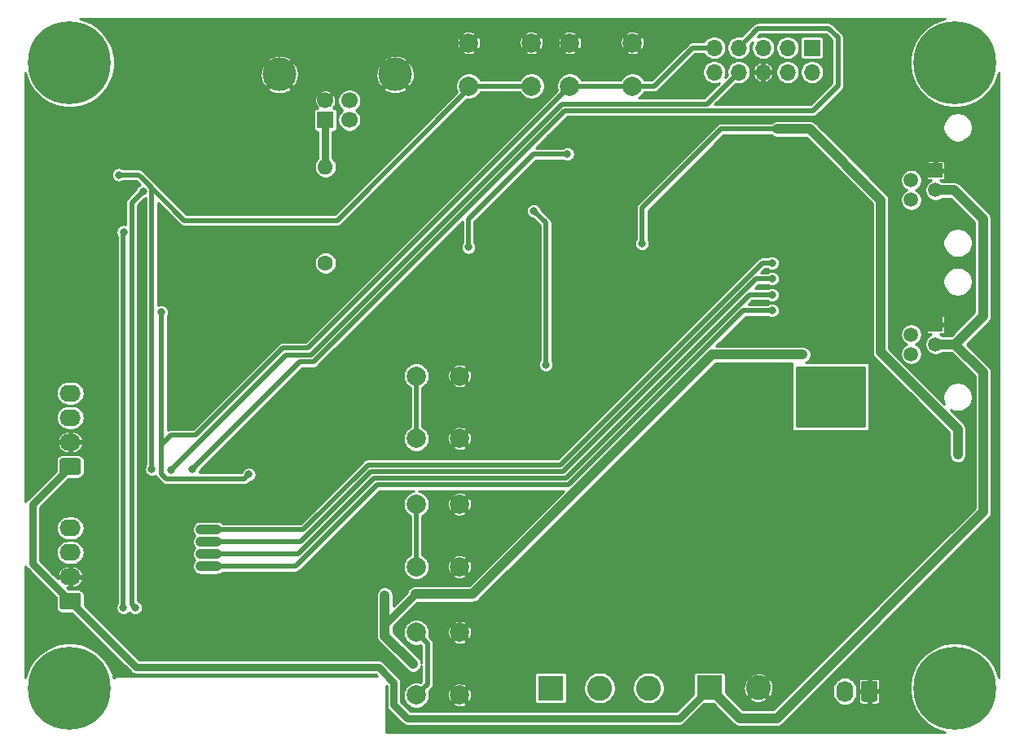
<source format=gbr>
%TF.GenerationSoftware,KiCad,Pcbnew,5.1.12-84ad8e8a86~92~ubuntu20.04.1*%
%TF.CreationDate,2022-06-26T22:57:18-03:00*%
%TF.ProjectId,esp_controller,6573705f-636f-46e7-9472-6f6c6c65722e,rev?*%
%TF.SameCoordinates,Original*%
%TF.FileFunction,Copper,L2,Bot*%
%TF.FilePolarity,Positive*%
%FSLAX46Y46*%
G04 Gerber Fmt 4.6, Leading zero omitted, Abs format (unit mm)*
G04 Created by KiCad (PCBNEW 5.1.12-84ad8e8a86~92~ubuntu20.04.1) date 2022-06-26 22:57:18*
%MOMM*%
%LPD*%
G01*
G04 APERTURE LIST*
%TA.AperFunction,ComponentPad*%
%ADD10O,1.740000X2.190000*%
%TD*%
%TA.AperFunction,ComponentPad*%
%ADD11C,2.600000*%
%TD*%
%TA.AperFunction,ComponentPad*%
%ADD12R,2.600000X2.600000*%
%TD*%
%TA.AperFunction,ComponentPad*%
%ADD13C,3.500000*%
%TD*%
%TA.AperFunction,ComponentPad*%
%ADD14C,1.700000*%
%TD*%
%TA.AperFunction,ComponentPad*%
%ADD15R,1.700000X1.700000*%
%TD*%
%TA.AperFunction,ComponentPad*%
%ADD16C,1.500000*%
%TD*%
%TA.AperFunction,ComponentPad*%
%ADD17R,1.500000X1.500000*%
%TD*%
%TA.AperFunction,ComponentPad*%
%ADD18O,1.700000X1.700000*%
%TD*%
%TA.AperFunction,ComponentPad*%
%ADD19O,2.190000X1.740000*%
%TD*%
%TA.AperFunction,ComponentPad*%
%ADD20C,2.000000*%
%TD*%
%TA.AperFunction,ComponentPad*%
%ADD21O,1.600000X1.600000*%
%TD*%
%TA.AperFunction,ComponentPad*%
%ADD22C,1.600000*%
%TD*%
%TA.AperFunction,ComponentPad*%
%ADD23C,8.600000*%
%TD*%
%TA.AperFunction,ViaPad*%
%ADD24C,0.800000*%
%TD*%
%TA.AperFunction,Conductor*%
%ADD25C,0.500000*%
%TD*%
%TA.AperFunction,Conductor*%
%ADD26C,0.250000*%
%TD*%
%TA.AperFunction,Conductor*%
%ADD27C,1.000000*%
%TD*%
%TA.AperFunction,Conductor*%
%ADD28C,0.750000*%
%TD*%
%TA.AperFunction,Conductor*%
%ADD29C,0.254000*%
%TD*%
%TA.AperFunction,Conductor*%
%ADD30C,0.100000*%
%TD*%
G04 APERTURE END LIST*
D10*
%TO.P,J10,2*%
%TO.N,5V*%
X175570000Y-120340000D03*
%TO.P,J10,1*%
%TO.N,GND*%
%TA.AperFunction,ComponentPad*%
G36*
G01*
X178980000Y-119494999D02*
X178980000Y-121185001D01*
G75*
G02*
X178730001Y-121435000I-249999J0D01*
G01*
X177489999Y-121435000D01*
G75*
G02*
X177240000Y-121185001I0J249999D01*
G01*
X177240000Y-119494999D01*
G75*
G02*
X177489999Y-119245000I249999J0D01*
G01*
X178730001Y-119245000D01*
G75*
G02*
X178980000Y-119494999I0J-249999D01*
G01*
G37*
%TD.AperFunction*%
%TD*%
D11*
%TO.P,J8,2*%
%TO.N,GND*%
X166580000Y-119990000D03*
D12*
%TO.P,J8,1*%
%TO.N,12V*%
X161500000Y-119990000D03*
%TD*%
D13*
%TO.P,J2,5*%
%TO.N,GND*%
X128844800Y-56239200D03*
X116804800Y-56239200D03*
D14*
%TO.P,J2,4*%
X121574800Y-58949200D03*
%TO.P,J2,3*%
%TO.N,USB_D+*%
X124074800Y-58949200D03*
%TO.P,J2,2*%
%TO.N,USB_D-*%
X124074800Y-60949200D03*
D15*
%TO.P,J2,1*%
%TO.N,Net-(FB1-Pad2)*%
X121574800Y-60949200D03*
%TD*%
D16*
%TO.P,J4,4*%
%TO.N,Net-(J4-Pad4)*%
X182460000Y-85290000D03*
%TO.P,J4,3*%
%TO.N,12V*%
X185000000Y-84270000D03*
%TO.P,J4,2*%
%TO.N,Net-(J4-Pad2)*%
X182460000Y-83250000D03*
D17*
%TO.P,J4,1*%
%TO.N,GND*%
X185000000Y-82230000D03*
%TD*%
D16*
%TO.P,J3,4*%
%TO.N,Net-(J3-Pad4)*%
X182460000Y-69270000D03*
%TO.P,J3,3*%
%TO.N,12V*%
X185000000Y-68250000D03*
%TO.P,J3,2*%
%TO.N,Net-(J3-Pad2)*%
X182460000Y-67230000D03*
D17*
%TO.P,J3,1*%
%TO.N,GND*%
X185000000Y-66210000D03*
%TD*%
D11*
%TO.P,J9,3*%
%TO.N,Net-(J9-Pad3)*%
X155160000Y-120000000D03*
%TO.P,J9,2*%
%TO.N,Net-(J9-Pad2)*%
X150080000Y-120000000D03*
D12*
%TO.P,J9,1*%
%TO.N,Net-(J9-Pad1)*%
X145000000Y-120000000D03*
%TD*%
D18*
%TO.P,J1,10*%
%TO.N,BOOT*%
X161990000Y-55990000D03*
%TO.P,J1,9*%
%TO.N,EN*%
X161990000Y-53450000D03*
%TO.P,J1,8*%
%TO.N,LED_EXT2*%
X164530000Y-55990000D03*
%TO.P,J1,7*%
%TO.N,LED_EXT1*%
X164530000Y-53450000D03*
%TO.P,J1,6*%
%TO.N,GND*%
X167070000Y-55990000D03*
%TO.P,J1,5*%
%TO.N,Net-(J1-Pad5)*%
X167070000Y-53450000D03*
%TO.P,J1,4*%
%TO.N,Net-(J1-Pad4)*%
X169610000Y-55990000D03*
%TO.P,J1,3*%
%TO.N,Net-(J1-Pad3)*%
X169610000Y-53450000D03*
%TO.P,J1,2*%
%TO.N,Net-(J1-Pad2)*%
X172150000Y-55990000D03*
D15*
%TO.P,J1,1*%
%TO.N,5V*%
X172150000Y-53450000D03*
%TD*%
D19*
%TO.P,J7,4*%
%TO.N,PWM_IZQ*%
X95066800Y-103365000D03*
%TO.P,J7,3*%
%TO.N,EN_MOT_IZQ*%
X95066800Y-105905000D03*
%TO.P,J7,2*%
%TO.N,GND*%
X95066800Y-108445000D03*
%TO.P,J7,1*%
%TO.N,12V*%
%TA.AperFunction,ComponentPad*%
G36*
G01*
X95911801Y-111855000D02*
X94221799Y-111855000D01*
G75*
G02*
X93971800Y-111605001I0J249999D01*
G01*
X93971800Y-110364999D01*
G75*
G02*
X94221799Y-110115000I249999J0D01*
G01*
X95911801Y-110115000D01*
G75*
G02*
X96161800Y-110364999I0J-249999D01*
G01*
X96161800Y-111605001D01*
G75*
G02*
X95911801Y-111855000I-249999J0D01*
G01*
G37*
%TD.AperFunction*%
%TD*%
D20*
%TO.P,SW1,1*%
%TO.N,GND*%
X142989200Y-52949200D03*
%TO.P,SW1,2*%
%TO.N,BOOT*%
X142989200Y-57449200D03*
%TO.P,SW1,1*%
%TO.N,GND*%
X136489200Y-52949200D03*
%TO.P,SW1,2*%
%TO.N,BOOT*%
X136489200Y-57449200D03*
%TD*%
%TO.P,SW2,1*%
%TO.N,GND*%
X153489200Y-52949200D03*
%TO.P,SW2,2*%
%TO.N,EN*%
X153489200Y-57449200D03*
%TO.P,SW2,1*%
%TO.N,GND*%
X146989200Y-52949200D03*
%TO.P,SW2,2*%
%TO.N,EN*%
X146989200Y-57449200D03*
%TD*%
%TO.P,SW3,1*%
%TO.N,GND*%
X135534400Y-94067460D03*
%TO.P,SW3,2*%
%TO.N,PUL3*%
X131034400Y-94067460D03*
%TO.P,SW3,1*%
%TO.N,GND*%
X135534400Y-87567460D03*
%TO.P,SW3,2*%
%TO.N,PUL3*%
X131034400Y-87567460D03*
%TD*%
%TO.P,SW4,1*%
%TO.N,GND*%
X135534400Y-107401980D03*
%TO.P,SW4,2*%
%TO.N,PUL2*%
X131034400Y-107401980D03*
%TO.P,SW4,1*%
%TO.N,GND*%
X135534400Y-100901980D03*
%TO.P,SW4,2*%
%TO.N,PUL2*%
X131034400Y-100901980D03*
%TD*%
%TO.P,SW5,1*%
%TO.N,GND*%
X135534400Y-120736500D03*
%TO.P,SW5,2*%
%TO.N,PUL1*%
X131034400Y-120736500D03*
%TO.P,SW5,1*%
%TO.N,GND*%
X135534400Y-114236500D03*
%TO.P,SW5,2*%
%TO.N,PUL1*%
X131034400Y-114236500D03*
%TD*%
D21*
%TO.P,FB1,2*%
%TO.N,Net-(FB1-Pad2)*%
X121589800Y-65831700D03*
D22*
%TO.P,FB1,1*%
%TO.N,VBUS*%
X121589800Y-75831700D03*
%TD*%
D19*
%TO.P,J6,4*%
%TO.N,PWM_DER*%
X95066800Y-89365000D03*
%TO.P,J6,3*%
%TO.N,EN_MOT_DER*%
X95066800Y-91905000D03*
%TO.P,J6,2*%
%TO.N,GND*%
X95066800Y-94445000D03*
%TO.P,J6,1*%
%TO.N,12V*%
%TA.AperFunction,ComponentPad*%
G36*
G01*
X95911801Y-97855000D02*
X94221799Y-97855000D01*
G75*
G02*
X93971800Y-97605001I0J249999D01*
G01*
X93971800Y-96364999D01*
G75*
G02*
X94221799Y-96115000I249999J0D01*
G01*
X95911801Y-96115000D01*
G75*
G02*
X96161800Y-96364999I0J-249999D01*
G01*
X96161800Y-97605001D01*
G75*
G02*
X95911801Y-97855000I-249999J0D01*
G01*
G37*
%TD.AperFunction*%
%TD*%
D23*
%TO.P,H3,1*%
%TO.N,N/C*%
X95000000Y-120000000D03*
%TD*%
%TO.P,H4,1*%
%TO.N,N/C*%
X187000000Y-120000000D03*
%TD*%
%TO.P,H2,1*%
%TO.N,N/C*%
X187000000Y-55000000D03*
%TD*%
%TO.P,H1,1*%
%TO.N,N/C*%
X95000000Y-55000000D03*
%TD*%
D24*
%TO.N,GND*%
X162890198Y-101311880D03*
X162890198Y-97784780D03*
X160773532Y-99548330D03*
X158656866Y-97784780D03*
X167123530Y-97784780D03*
X165006864Y-99548330D03*
X158656866Y-101311880D03*
X167123530Y-101311880D03*
X167123530Y-94257680D03*
X165006864Y-96021230D03*
X162890198Y-94257680D03*
X160773532Y-96021230D03*
X158656866Y-94257680D03*
X152000000Y-83900000D03*
X149450000Y-73800000D03*
X164800000Y-82350000D03*
X143484600Y-87350600D03*
X144912080Y-62844680D03*
X168036240Y-83352640D03*
X156296360Y-64063880D03*
X160517840Y-88666320D03*
X91603668Y-60684080D03*
X91603668Y-67224080D03*
X91603668Y-77688080D03*
X91603668Y-84228080D03*
X93046388Y-90821420D03*
X93046388Y-97361420D03*
X93046388Y-103901420D03*
X93046388Y-110441420D03*
X98143668Y-60684080D03*
X98143668Y-77688080D03*
X98143668Y-84228080D03*
X98145600Y-100304600D03*
X100759668Y-51528080D03*
X107299668Y-51528080D03*
X108140500Y-64617600D03*
X107299668Y-109080080D03*
X107299668Y-115620080D03*
X108607668Y-73764080D03*
X111846360Y-80294480D03*
X113839668Y-51528080D03*
X113839668Y-58068080D03*
X113839668Y-114312080D03*
X115147668Y-64608080D03*
X116395500Y-72656700D03*
X119071668Y-82920080D03*
X120379668Y-51528080D03*
X124303668Y-89460080D03*
X125611668Y-71148080D03*
X126919668Y-51528080D03*
X126919668Y-59376080D03*
X130855720Y-78168500D03*
X133459668Y-51528080D03*
X133459668Y-58068080D03*
X133459668Y-89460080D03*
X133459668Y-102540080D03*
X133459668Y-114312080D03*
X133459668Y-120852080D03*
X144995900Y-51511200D03*
X139999668Y-59376080D03*
X139999668Y-115620080D03*
X142615668Y-94692080D03*
X142615668Y-101232080D03*
X142615668Y-107772080D03*
X143923668Y-67224080D03*
X146539668Y-115620080D03*
X149155668Y-52836080D03*
X149155668Y-101232080D03*
X149155668Y-107772080D03*
X151771668Y-67224080D03*
X153079668Y-112852200D03*
X155695668Y-51528080D03*
X158311668Y-58068080D03*
X159619668Y-114312080D03*
X160927668Y-123468080D03*
X164851668Y-58068080D03*
X164851668Y-73764080D03*
X168465500Y-114300000D03*
X167467668Y-65916080D03*
X168775668Y-105156080D03*
X172699668Y-114312080D03*
X174007668Y-60684080D03*
X174007668Y-67224080D03*
X174007668Y-80304080D03*
X175315668Y-105156080D03*
X176623668Y-51528080D03*
X179239668Y-123468080D03*
X180547668Y-58068080D03*
X180547668Y-64608080D03*
X180547668Y-97308080D03*
X181855668Y-72456080D03*
X181855668Y-78996080D03*
X181855668Y-90768080D03*
X181855668Y-103848080D03*
X187087668Y-64608080D03*
X186242960Y-110835440D03*
X105371900Y-79146400D03*
X134211320Y-76380080D03*
X137383668Y-82783532D03*
X174010320Y-76126340D03*
X174010320Y-71821040D03*
X148600000Y-90600000D03*
X159800000Y-68092320D03*
X159600000Y-78850000D03*
X117981874Y-95781874D03*
%TO.N,3V3*%
X130683000Y-117520720D03*
X176568100Y-91757500D03*
X174078900Y-91757500D03*
X171589700Y-91757500D03*
X127750000Y-110350000D03*
X169926000Y-85344000D03*
X171196000Y-85344000D03*
X146736000Y-64516000D03*
X171589700Y-90144600D03*
X176568100Y-90144600D03*
X174078900Y-90144600D03*
X172834300Y-90951050D03*
X175323500Y-90951050D03*
X136453700Y-74178340D03*
%TO.N,5V*%
X170223500Y-61900000D03*
X171920000Y-61900000D03*
X187320000Y-93100000D03*
X187320000Y-94425000D03*
X187320000Y-95750000D03*
X168527001Y-61900000D03*
X184499870Y-90279870D03*
X154500000Y-73800000D03*
%TO.N,MED_BAT1*%
X143250000Y-70400000D03*
X144500000Y-86400000D03*
%TO.N,EN*%
X113624702Y-97810320D03*
X104521000Y-80947260D03*
%TO.N,BOOT*%
X100107000Y-66657000D03*
X103549991Y-97244266D03*
%TO.N,LED_EXT1*%
X107790000Y-97256740D03*
%TO.N,LED_EXT2*%
X105537000Y-97358200D03*
%TO.N,RXD0*%
X102637300Y-68380900D03*
X101809181Y-111639441D03*
%TO.N,TXD0*%
X100588126Y-111658400D03*
X100597590Y-72590500D03*
%TO.N,ENC_IZQ_A*%
X168020000Y-80770000D03*
X108620000Y-107350000D03*
X110328000Y-107350000D03*
%TO.N,ENC_IZQ_B*%
X168020000Y-79120000D03*
X108620000Y-106080000D03*
X110328000Y-106080000D03*
%TO.N,ENC_DER_A*%
X168020000Y-77470000D03*
X108620000Y-104810000D03*
X110328000Y-104810000D03*
%TO.N,ENC_DER_B*%
X168020000Y-75820000D03*
X108620000Y-103540000D03*
X110328000Y-103540000D03*
%TD*%
D25*
%TO.N,GND*%
X143923668Y-67224080D02*
X151771668Y-67224080D01*
X146539668Y-72456080D02*
X151771668Y-67224080D01*
X174007668Y-71650748D02*
X174010320Y-71653400D01*
X174007668Y-67224080D02*
X174007668Y-71650748D01*
X164851668Y-68532080D02*
X167467668Y-65916080D01*
X164851668Y-73764080D02*
X164851668Y-68532080D01*
X180547668Y-71148080D02*
X180547668Y-64608080D01*
X181855668Y-72456080D02*
X180547668Y-71148080D01*
X115138148Y-64617600D02*
X115147668Y-64608080D01*
X108140500Y-64617600D02*
X115138148Y-64617600D01*
X102077188Y-64617600D02*
X98143668Y-60684080D01*
X108140500Y-64617600D02*
X102077188Y-64617600D01*
X108607668Y-77688080D02*
X111223668Y-80304080D01*
X108607668Y-73764080D02*
X108607668Y-77688080D01*
X116455668Y-80304080D02*
X119071668Y-82920080D01*
X146539668Y-115620080D02*
X139999668Y-115620080D01*
X138691668Y-115620080D02*
X133459668Y-120852080D01*
X139999668Y-115620080D02*
X138691668Y-115620080D01*
X133459668Y-114312080D02*
X133459668Y-120852080D01*
X153079668Y-111696080D02*
X149155668Y-107772080D01*
X153079668Y-112852200D02*
X153079668Y-111696080D01*
X154539548Y-114312080D02*
X153079668Y-112852200D01*
X159619668Y-114312080D02*
X154539548Y-114312080D01*
X169240200Y-104691548D02*
X168775668Y-105156080D01*
X169240200Y-101219000D02*
X169240200Y-104691548D01*
X181855668Y-98616080D02*
X180547668Y-97308080D01*
X181855668Y-103848080D02*
X181855668Y-98616080D01*
X169747520Y-97308080D02*
X169240200Y-97815400D01*
X180547668Y-97308080D02*
X169747520Y-97308080D01*
X133459668Y-89460080D02*
X137383668Y-89460080D01*
X138812974Y-90889386D02*
X142615668Y-94692080D01*
X137383668Y-89460080D02*
X138812974Y-90889386D01*
X146539668Y-73764080D02*
X146539668Y-82920080D01*
X154931868Y-64063880D02*
X151771668Y-67224080D01*
X156296360Y-64063880D02*
X154931868Y-64063880D01*
X142615668Y-107772080D02*
X149155668Y-107772080D01*
X172699668Y-107772080D02*
X175315668Y-105156080D01*
X172699668Y-114312080D02*
X172699668Y-107772080D01*
X174010320Y-80301428D02*
X174007668Y-80304080D01*
X174010320Y-71653400D02*
X174010320Y-71821040D01*
X171084800Y-80304080D02*
X168036240Y-83352640D01*
X174007668Y-80304080D02*
X171084800Y-80304080D01*
X174010320Y-75483720D02*
X174010320Y-76126340D01*
X155077160Y-62844680D02*
X156296360Y-64063880D01*
X144912080Y-62844680D02*
X155077160Y-62844680D01*
X130855720Y-82908028D02*
X124303668Y-89460080D01*
X130855720Y-78168500D02*
X130855720Y-82908028D01*
X125611668Y-76380080D02*
X119071668Y-82920080D01*
X125611668Y-71148080D02*
X125611668Y-76380080D01*
X109715048Y-72656700D02*
X108607668Y-73764080D01*
X116395500Y-72656700D02*
X109715048Y-72656700D01*
X180883560Y-115605560D02*
X180883560Y-121824188D01*
X185653680Y-110835440D02*
X180883560Y-115605560D01*
X180883560Y-121824188D02*
X179239668Y-123468080D01*
X186242960Y-110835440D02*
X185653680Y-110835440D01*
X115646760Y-80304080D02*
X116455668Y-80304080D01*
X111223668Y-80304080D02*
X115646760Y-80304080D01*
X107299668Y-109080080D02*
X107299668Y-101970932D01*
X107299668Y-101970932D02*
X107782360Y-101488240D01*
X112275508Y-101488240D02*
X117981874Y-95781874D01*
X107782360Y-101488240D02*
X112275508Y-101488240D01*
X133459668Y-118661768D02*
X135534400Y-120736500D01*
X133459668Y-114312080D02*
X133459668Y-118661768D01*
X106529580Y-80304080D02*
X105371900Y-79146400D01*
X111223668Y-80304080D02*
X106529580Y-80304080D01*
X137383668Y-87129472D02*
X137383668Y-87322808D01*
X137383668Y-87322808D02*
X137383668Y-89460080D01*
X137383668Y-79552428D02*
X134211320Y-76380080D01*
X137383668Y-87322808D02*
X137383668Y-82783532D01*
X137383668Y-82783532D02*
X137383668Y-79552428D01*
X141950736Y-87350600D02*
X137383668Y-82783532D01*
X143484600Y-87350600D02*
X141950736Y-87350600D01*
X145528196Y-87350600D02*
X146539668Y-86339128D01*
X143484600Y-87350600D02*
X145528196Y-87350600D01*
X146539668Y-82920080D02*
X146539668Y-86339128D01*
X169240200Y-97815400D02*
X169240200Y-99573080D01*
X169240200Y-99573080D02*
X169240200Y-101219000D01*
X174010320Y-76126340D02*
X174010320Y-80301428D01*
X174010320Y-71821040D02*
X174010320Y-75483720D01*
X146734000Y-90600000D02*
X148600000Y-90600000D01*
X143484600Y-87350600D02*
X146734000Y-90600000D01*
X146707748Y-90600000D02*
X142615668Y-94692080D01*
X147550000Y-90600000D02*
X146707748Y-90600000D01*
X157056920Y-81793080D02*
X158300000Y-80550000D01*
X153202640Y-81793080D02*
X157056920Y-81793080D01*
X146539668Y-75130108D02*
X153202640Y-81793080D01*
X146539668Y-73764080D02*
X146539668Y-75130108D01*
X158311668Y-80538332D02*
X158000000Y-80850000D01*
X180382187Y-89294599D02*
X180382187Y-88032187D01*
X181855668Y-90768080D02*
X180382187Y-89294599D01*
X174007668Y-81657668D02*
X174007668Y-80304080D01*
X180382187Y-88032187D02*
X174007668Y-81657668D01*
X147200000Y-73800000D02*
X146539668Y-73139668D01*
X149450000Y-73800000D02*
X147200000Y-73800000D01*
X146539668Y-73139668D02*
X146539668Y-72456080D01*
X146539668Y-73764080D02*
X146539668Y-73139668D01*
X158311668Y-73988332D02*
X158311668Y-78888332D01*
X159800000Y-72500000D02*
X158311668Y-73988332D01*
X159800000Y-68092320D02*
X159800000Y-68092320D01*
X159800000Y-68092320D02*
X159800000Y-72500000D01*
X152000000Y-82995720D02*
X153202640Y-81793080D01*
X152000000Y-83900000D02*
X152000000Y-82995720D01*
X165802640Y-83352640D02*
X164800000Y-82350000D01*
X168036240Y-83352640D02*
X165802640Y-83352640D01*
X158700000Y-78850000D02*
X158311668Y-79238332D01*
X159600000Y-78850000D02*
X158700000Y-78850000D01*
X158311668Y-79238332D02*
X158311668Y-80538332D01*
X158311668Y-78888332D02*
X158311668Y-79238332D01*
X117981874Y-95781874D02*
X124303668Y-89460080D01*
D26*
X160517840Y-91885322D02*
X162890198Y-94257680D01*
X160517840Y-88666320D02*
X160517840Y-91885322D01*
D27*
%TO.N,3V3*%
X127750000Y-110350000D02*
X127750000Y-113429934D01*
X171196000Y-85344000D02*
X169926000Y-85344000D01*
X136911080Y-110236000D02*
X130943934Y-110236000D01*
X161803080Y-85344000D02*
X136911080Y-110236000D01*
X169926000Y-85344000D02*
X161803080Y-85344000D01*
X127750000Y-114587720D02*
X130683000Y-117520720D01*
X127750000Y-113429934D02*
X127750000Y-114587720D01*
D28*
X130943934Y-110236000D02*
X127750000Y-113429934D01*
D25*
X136453700Y-71280300D02*
X136453700Y-74178340D01*
X143218000Y-64516000D02*
X136453700Y-71280300D01*
X146736000Y-64516000D02*
X143218000Y-64516000D01*
D27*
%TO.N,5V*%
X187320000Y-93100000D02*
X187320000Y-95750000D01*
X171920000Y-61900000D02*
X168527001Y-61900000D01*
X179300000Y-85080000D02*
X183334010Y-89114010D01*
X179300000Y-69280000D02*
X179300000Y-85080000D01*
X171920000Y-61900000D02*
X179300000Y-69280000D01*
X183334010Y-89114010D02*
X187320000Y-93100000D01*
D25*
X162720000Y-61900000D02*
X168527001Y-61900000D01*
X154500000Y-70120000D02*
X162720000Y-61900000D01*
X154500000Y-73800000D02*
X154500000Y-70120000D01*
%TO.N,MED_BAT1*%
X143250000Y-70400000D02*
X143250000Y-70400000D01*
X144500000Y-71650000D02*
X143250000Y-70400000D01*
X144500000Y-86400000D02*
X144500000Y-71650000D01*
D28*
%TO.N,12V*%
X158350000Y-123150000D02*
X161500000Y-120000000D01*
X130100000Y-123150000D02*
X158350000Y-123150000D01*
X128700000Y-121750000D02*
X130100000Y-123150000D01*
X128700000Y-119441310D02*
X128700000Y-121750000D01*
X127108690Y-117850000D02*
X128700000Y-119441310D01*
X101931800Y-117850000D02*
X127108690Y-117850000D01*
X95066800Y-110985000D02*
X101931800Y-117850000D01*
D27*
X187000300Y-84270000D02*
X185000000Y-84270000D01*
X189958980Y-87228680D02*
X187000300Y-84270000D01*
X189958980Y-101691020D02*
X189958980Y-87228680D01*
X168500000Y-123150000D02*
X189958980Y-101691020D01*
X164650000Y-123150000D02*
X168500000Y-123150000D01*
X161500000Y-120000000D02*
X164650000Y-123150000D01*
D28*
X93396790Y-109314990D02*
X95066800Y-110985000D01*
X91127580Y-107045780D02*
X93396790Y-109314990D01*
X91127580Y-100924220D02*
X91127580Y-107045780D01*
X95066800Y-96985000D02*
X91127580Y-100924220D01*
D27*
X189941200Y-81328260D02*
X186999460Y-84270000D01*
X189941200Y-71239380D02*
X189941200Y-81328260D01*
X186999460Y-84270000D02*
X185000000Y-84270000D01*
X186951820Y-68250000D02*
X189941200Y-71239380D01*
X185000000Y-68250000D02*
X186951820Y-68250000D01*
D25*
%TO.N,EN*%
X146989200Y-57449200D02*
X153489200Y-57449200D01*
X159750000Y-53450000D02*
X161990000Y-53450000D01*
X155750800Y-57449200D02*
X159750000Y-53450000D01*
X153489200Y-57449200D02*
X155750800Y-57449200D01*
X104566720Y-80992980D02*
X104521000Y-80947260D01*
X113170940Y-98264082D02*
X105066202Y-98264082D01*
X105066202Y-98264082D02*
X104566720Y-97764600D01*
X113624702Y-97810320D02*
X113170940Y-98264082D01*
X105544620Y-93713300D02*
X104566720Y-94691200D01*
X117182900Y-84645500D02*
X108115100Y-93713300D01*
X146989200Y-57449200D02*
X119792900Y-84645500D01*
X119792900Y-84645500D02*
X117182900Y-84645500D01*
X104566720Y-94691200D02*
X104566720Y-80992980D01*
X108115100Y-93713300D02*
X105544620Y-93713300D01*
X104566720Y-97764600D02*
X104566720Y-94691200D01*
%TO.N,BOOT*%
X136489200Y-57449200D02*
X142989200Y-57449200D01*
X102171402Y-66657000D02*
X100107000Y-66657000D01*
X102482201Y-66967799D02*
X102171402Y-66657000D01*
X122800000Y-71400000D02*
X106914402Y-71400000D01*
X136489200Y-57710800D02*
X122800000Y-71400000D01*
X106914402Y-71400000D02*
X102482201Y-66967799D01*
X136489200Y-57449200D02*
X136489200Y-57710800D01*
X102482201Y-66967799D02*
X103549991Y-68035589D01*
X103549991Y-68035589D02*
X103549991Y-97244266D01*
X103549991Y-97244266D02*
X103549991Y-97244266D01*
%TO.N,LED_EXT1*%
X118929281Y-86117459D02*
X107790000Y-97256740D01*
X172250000Y-60000000D02*
X146480000Y-60000000D01*
X173900000Y-51450000D02*
X174850000Y-52400000D01*
X120362541Y-86117459D02*
X118929281Y-86117459D01*
X164530000Y-53450000D02*
X166530000Y-51450000D01*
X174850000Y-52400000D02*
X174850000Y-57400000D01*
X166530000Y-51450000D02*
X173900000Y-51450000D01*
X174850000Y-57400000D02*
X172250000Y-60000000D01*
X146480000Y-60000000D02*
X120362541Y-86117459D01*
%TO.N,LED_EXT2*%
X120072587Y-85417448D02*
X117477752Y-85417448D01*
X146190046Y-59299989D02*
X120072587Y-85417448D01*
X161220011Y-59299989D02*
X146190046Y-59299989D01*
X164530000Y-55990000D02*
X161220011Y-59299989D01*
X117477752Y-85417448D02*
X105537000Y-97358200D01*
%TO.N,RXD0*%
X101447600Y-111277860D02*
X101809181Y-111639441D01*
X102637300Y-68380900D02*
X101447600Y-69570600D01*
X101447600Y-69570600D02*
X101447600Y-111277860D01*
%TO.N,TXD0*%
X100588126Y-72599964D02*
X100597590Y-72590500D01*
X100588126Y-111658400D02*
X100588126Y-72599964D01*
D28*
%TO.N,Net-(FB1-Pad2)*%
X121574800Y-60949200D02*
X121574800Y-65816700D01*
D25*
%TO.N,PUL1*%
X132186680Y-119584220D02*
X131034400Y-120736500D01*
X132186680Y-115388780D02*
X132186680Y-119584220D01*
X131034400Y-114236500D02*
X132186680Y-115388780D01*
%TO.N,PUL2*%
X131034400Y-100901980D02*
X131034400Y-107401980D01*
%TO.N,PUL3*%
X131034400Y-87567460D02*
X131034400Y-94067460D01*
%TO.N,ENC_IZQ_A*%
X110328000Y-107350000D02*
X110328000Y-107350000D01*
D27*
X110328000Y-107350000D02*
X108620000Y-107350000D01*
D25*
X126948562Y-98907600D02*
X118506162Y-107350000D01*
X146888200Y-98907600D02*
X126948562Y-98907600D01*
X118506162Y-107350000D02*
X110328000Y-107350000D01*
X165023800Y-80772000D02*
X146888200Y-98907600D01*
X168018000Y-80772000D02*
X165023800Y-80772000D01*
X168020000Y-80770000D02*
X168018000Y-80772000D01*
%TO.N,ENC_IZQ_B*%
X110340700Y-106080000D02*
X110315300Y-106080000D01*
D27*
X110328000Y-106080000D02*
X108620000Y-106080000D01*
D25*
X165685836Y-79120000D02*
X146598247Y-98207589D01*
X118786198Y-106080000D02*
X110328000Y-106080000D01*
X126658608Y-98207589D02*
X118786198Y-106080000D01*
X146598247Y-98207589D02*
X126658608Y-98207589D01*
X168020000Y-79120000D02*
X165685836Y-79120000D01*
%TO.N,ENC_DER_A*%
X110328000Y-104810000D02*
X110328000Y-104810000D01*
D27*
X110328000Y-104810000D02*
X108620000Y-104810000D01*
D25*
X146308293Y-97507578D02*
X126291184Y-97507578D01*
X166345871Y-77470000D02*
X146308293Y-97507578D01*
X168020000Y-77470000D02*
X166345871Y-77470000D01*
X118988762Y-104810000D02*
X110353400Y-104810000D01*
X126291184Y-97507578D02*
X118988762Y-104810000D01*
D27*
%TO.N,ENC_DER_B*%
X110328000Y-103540000D02*
X108620000Y-103540000D01*
D25*
X146018339Y-96807567D02*
X167005906Y-75820000D01*
X110398000Y-103540000D02*
X119268798Y-103540000D01*
X167005906Y-75820000D02*
X168020000Y-75820000D01*
X126001230Y-96807567D02*
X146018339Y-96807567D01*
X119268798Y-103540000D02*
X126001230Y-96807567D01*
%TD*%
D29*
%TO.N,3V3*%
X177584100Y-92760800D02*
X170599100Y-92760800D01*
X170599100Y-86715600D01*
X177584100Y-86715600D01*
X177584100Y-92760800D01*
%TA.AperFunction,Conductor*%
D30*
G36*
X177584100Y-92760800D02*
G01*
X170599100Y-92760800D01*
X170599100Y-86715600D01*
X177584100Y-86715600D01*
X177584100Y-92760800D01*
G37*
%TD.AperFunction*%
%TD*%
D29*
%TO.N,GND*%
X185634603Y-50498889D02*
X184782715Y-50851752D01*
X184016037Y-51364030D01*
X183364030Y-52016037D01*
X182851752Y-52782715D01*
X182498889Y-53634603D01*
X182319000Y-54538962D01*
X182319000Y-55461038D01*
X182498889Y-56365397D01*
X182851752Y-57217285D01*
X183364030Y-57983963D01*
X184016037Y-58635970D01*
X184782715Y-59148248D01*
X185634603Y-59501111D01*
X186538962Y-59681000D01*
X187461038Y-59681000D01*
X188365397Y-59501111D01*
X189217285Y-59148248D01*
X189983963Y-58635970D01*
X190635970Y-57983963D01*
X191148248Y-57217285D01*
X191501111Y-56365397D01*
X191569001Y-56024093D01*
X191569000Y-118975903D01*
X191501111Y-118634603D01*
X191148248Y-117782715D01*
X190635970Y-117016037D01*
X189983963Y-116364030D01*
X189217285Y-115851752D01*
X188365397Y-115498889D01*
X187461038Y-115319000D01*
X186538962Y-115319000D01*
X185634603Y-115498889D01*
X184782715Y-115851752D01*
X184016037Y-116364030D01*
X183364030Y-117016037D01*
X182851752Y-117782715D01*
X182498889Y-118634603D01*
X182319000Y-119538962D01*
X182319000Y-120461038D01*
X182498889Y-121365397D01*
X182851752Y-122217285D01*
X183364030Y-122983963D01*
X184016037Y-123635970D01*
X184782715Y-124148248D01*
X185634603Y-124501111D01*
X185975903Y-124569000D01*
X127933920Y-124569000D01*
X127933920Y-119744375D01*
X127944000Y-119754455D01*
X127944001Y-121712861D01*
X127940343Y-121750000D01*
X127954940Y-121898201D01*
X127986928Y-122003652D01*
X127998169Y-122040708D01*
X128068369Y-122172043D01*
X128162842Y-122287159D01*
X128191689Y-122310833D01*
X129539167Y-123658311D01*
X129562841Y-123687159D01*
X129677957Y-123781632D01*
X129809292Y-123851832D01*
X129922155Y-123886068D01*
X129951798Y-123895060D01*
X130100000Y-123909657D01*
X130137129Y-123906000D01*
X158312871Y-123906000D01*
X158350000Y-123909657D01*
X158387129Y-123906000D01*
X158498202Y-123895060D01*
X158640708Y-123851832D01*
X158772043Y-123781632D01*
X158887159Y-123687159D01*
X158910838Y-123658306D01*
X160896302Y-121672843D01*
X161926922Y-121672843D01*
X163996439Y-123742361D01*
X164024025Y-123775975D01*
X164057637Y-123803559D01*
X164158174Y-123886068D01*
X164206140Y-123911706D01*
X164311225Y-123967875D01*
X164477294Y-124018252D01*
X164606727Y-124031000D01*
X164606730Y-124031000D01*
X164650000Y-124035262D01*
X164693270Y-124031000D01*
X168456730Y-124031000D01*
X168500000Y-124035262D01*
X168543270Y-124031000D01*
X168543273Y-124031000D01*
X168672706Y-124018252D01*
X168838775Y-123967875D01*
X168991825Y-123886068D01*
X169125975Y-123775975D01*
X169153566Y-123742355D01*
X172842378Y-120053543D01*
X174319000Y-120053543D01*
X174319000Y-120626456D01*
X174337101Y-120810238D01*
X174408634Y-121046052D01*
X174524799Y-121263380D01*
X174681129Y-121453871D01*
X174871619Y-121610201D01*
X175088947Y-121726366D01*
X175324761Y-121797899D01*
X175570000Y-121822053D01*
X175815238Y-121797899D01*
X176051052Y-121726366D01*
X176268380Y-121610201D01*
X176458871Y-121453871D01*
X176474357Y-121435000D01*
X176984771Y-121435000D01*
X176989675Y-121484793D01*
X177004199Y-121532672D01*
X177027785Y-121576798D01*
X177059526Y-121615474D01*
X177098202Y-121647215D01*
X177142328Y-121670801D01*
X177190207Y-121685325D01*
X177240000Y-121690229D01*
X177919500Y-121689000D01*
X177983000Y-121625500D01*
X177983000Y-120467000D01*
X178237000Y-120467000D01*
X178237000Y-121625500D01*
X178300500Y-121689000D01*
X178980000Y-121690229D01*
X179029793Y-121685325D01*
X179077672Y-121670801D01*
X179121798Y-121647215D01*
X179160474Y-121615474D01*
X179192215Y-121576798D01*
X179215801Y-121532672D01*
X179230325Y-121484793D01*
X179235229Y-121435000D01*
X179234000Y-120530500D01*
X179170500Y-120467000D01*
X178237000Y-120467000D01*
X177983000Y-120467000D01*
X177049500Y-120467000D01*
X176986000Y-120530500D01*
X176984771Y-121435000D01*
X176474357Y-121435000D01*
X176615201Y-121263381D01*
X176731366Y-121046053D01*
X176802899Y-120810239D01*
X176821000Y-120626457D01*
X176821000Y-120053544D01*
X176802899Y-119869762D01*
X176731366Y-119633948D01*
X176615201Y-119416619D01*
X176474358Y-119245000D01*
X176984771Y-119245000D01*
X176986000Y-120149500D01*
X177049500Y-120213000D01*
X177983000Y-120213000D01*
X177983000Y-119054500D01*
X178237000Y-119054500D01*
X178237000Y-120213000D01*
X179170500Y-120213000D01*
X179234000Y-120149500D01*
X179235229Y-119245000D01*
X179230325Y-119195207D01*
X179215801Y-119147328D01*
X179192215Y-119103202D01*
X179160474Y-119064526D01*
X179121798Y-119032785D01*
X179077672Y-119009199D01*
X179029793Y-118994675D01*
X178980000Y-118989771D01*
X178300500Y-118991000D01*
X178237000Y-119054500D01*
X177983000Y-119054500D01*
X177919500Y-118991000D01*
X177240000Y-118989771D01*
X177190207Y-118994675D01*
X177142328Y-119009199D01*
X177098202Y-119032785D01*
X177059526Y-119064526D01*
X177027785Y-119103202D01*
X177004199Y-119147328D01*
X176989675Y-119195207D01*
X176984771Y-119245000D01*
X176474358Y-119245000D01*
X176458871Y-119226129D01*
X176268381Y-119069799D01*
X176051053Y-118953634D01*
X175815239Y-118882101D01*
X175570000Y-118857947D01*
X175324762Y-118882101D01*
X175088948Y-118953634D01*
X174871620Y-119069799D01*
X174681130Y-119226129D01*
X174524800Y-119416619D01*
X174408634Y-119633947D01*
X174337101Y-119869761D01*
X174319000Y-120053543D01*
X172842378Y-120053543D01*
X190551348Y-102344575D01*
X190584955Y-102316995D01*
X190612537Y-102283386D01*
X190612540Y-102283383D01*
X190695048Y-102182845D01*
X190776855Y-102029795D01*
X190793576Y-101974673D01*
X190827232Y-101863726D01*
X190839980Y-101734293D01*
X190839980Y-101734290D01*
X190844242Y-101691020D01*
X190839980Y-101647750D01*
X190839980Y-87271949D01*
X190844242Y-87228679D01*
X190836590Y-87150987D01*
X190827232Y-87055974D01*
X190776855Y-86889905D01*
X190737320Y-86815941D01*
X190695048Y-86736854D01*
X190612539Y-86636317D01*
X190584955Y-86602705D01*
X190551341Y-86575119D01*
X188245801Y-84269580D01*
X190533561Y-81981821D01*
X190567175Y-81954235D01*
X190621337Y-81888238D01*
X190677268Y-81820086D01*
X190759075Y-81667035D01*
X190785850Y-81578769D01*
X190809452Y-81500966D01*
X190822200Y-81371533D01*
X190822200Y-81371530D01*
X190826462Y-81328260D01*
X190822200Y-81284990D01*
X190822200Y-71282650D01*
X190826462Y-71239380D01*
X190820712Y-71181000D01*
X190809452Y-71066674D01*
X190759075Y-70900605D01*
X190735252Y-70856035D01*
X190677268Y-70747554D01*
X190621337Y-70679402D01*
X190567175Y-70613405D01*
X190533562Y-70585820D01*
X187605386Y-67657645D01*
X187577795Y-67624025D01*
X187443645Y-67513932D01*
X187290595Y-67432125D01*
X187124526Y-67381748D01*
X186995093Y-67369000D01*
X186995090Y-67369000D01*
X186951820Y-67364738D01*
X186908550Y-67369000D01*
X185717236Y-67369000D01*
X185535729Y-67247721D01*
X185455726Y-67214583D01*
X185750000Y-67215229D01*
X185799793Y-67210325D01*
X185847672Y-67195801D01*
X185891798Y-67172215D01*
X185930474Y-67140474D01*
X185962215Y-67101798D01*
X185985801Y-67057672D01*
X186000325Y-67009793D01*
X186005229Y-66960000D01*
X186004000Y-66400500D01*
X185940500Y-66337000D01*
X185127000Y-66337000D01*
X185127000Y-66357000D01*
X184873000Y-66357000D01*
X184873000Y-66337000D01*
X184059500Y-66337000D01*
X183996000Y-66400500D01*
X183994771Y-66960000D01*
X183999675Y-67009793D01*
X184014199Y-67057672D01*
X184037785Y-67101798D01*
X184069526Y-67140474D01*
X184108202Y-67172215D01*
X184152328Y-67195801D01*
X184200207Y-67210325D01*
X184250000Y-67215229D01*
X184544274Y-67214583D01*
X184464271Y-67247721D01*
X184279030Y-67371495D01*
X184121495Y-67529030D01*
X183997721Y-67714271D01*
X183912464Y-67920100D01*
X183869000Y-68138606D01*
X183869000Y-68361394D01*
X183912464Y-68579900D01*
X183997721Y-68785729D01*
X184121495Y-68970970D01*
X184279030Y-69128505D01*
X184464271Y-69252279D01*
X184670100Y-69337536D01*
X184888606Y-69381000D01*
X185111394Y-69381000D01*
X185329900Y-69337536D01*
X185535729Y-69252279D01*
X185717236Y-69131000D01*
X186586899Y-69131000D01*
X189060200Y-71604302D01*
X189060201Y-80963337D01*
X186634539Y-83389000D01*
X185717236Y-83389000D01*
X185535729Y-83267721D01*
X185455726Y-83234583D01*
X185750000Y-83235229D01*
X185799793Y-83230325D01*
X185847672Y-83215801D01*
X185891798Y-83192215D01*
X185930474Y-83160474D01*
X185962215Y-83121798D01*
X185985801Y-83077672D01*
X186000325Y-83029793D01*
X186005229Y-82980000D01*
X186004000Y-82420500D01*
X185940500Y-82357000D01*
X185127000Y-82357000D01*
X185127000Y-82377000D01*
X184873000Y-82377000D01*
X184873000Y-82357000D01*
X184059500Y-82357000D01*
X183996000Y-82420500D01*
X183994771Y-82980000D01*
X183999675Y-83029793D01*
X184014199Y-83077672D01*
X184037785Y-83121798D01*
X184069526Y-83160474D01*
X184108202Y-83192215D01*
X184152328Y-83215801D01*
X184200207Y-83230325D01*
X184250000Y-83235229D01*
X184544274Y-83234583D01*
X184464271Y-83267721D01*
X184279030Y-83391495D01*
X184121495Y-83549030D01*
X183997721Y-83734271D01*
X183912464Y-83940100D01*
X183869000Y-84158606D01*
X183869000Y-84381394D01*
X183912464Y-84599900D01*
X183997721Y-84805729D01*
X184121495Y-84990970D01*
X184279030Y-85148505D01*
X184464271Y-85272279D01*
X184670100Y-85357536D01*
X184888606Y-85401000D01*
X185111394Y-85401000D01*
X185329900Y-85357536D01*
X185535729Y-85272279D01*
X185717236Y-85151000D01*
X186635379Y-85151000D01*
X189077981Y-87593603D01*
X189077980Y-101326097D01*
X168135079Y-122269000D01*
X165014922Y-122269000D01*
X163881171Y-121135249D01*
X165614357Y-121135249D01*
X165767948Y-121323760D01*
X166043755Y-121456556D01*
X166340170Y-121532993D01*
X166645801Y-121550133D01*
X166948903Y-121507318D01*
X167237829Y-121406194D01*
X167392052Y-121323760D01*
X167545643Y-121135249D01*
X166580000Y-120169605D01*
X165614357Y-121135249D01*
X163881171Y-121135249D01*
X163182843Y-120436922D01*
X163182843Y-120055801D01*
X165019867Y-120055801D01*
X165062682Y-120358903D01*
X165163806Y-120647829D01*
X165246240Y-120802052D01*
X165434751Y-120955643D01*
X166400395Y-119990000D01*
X166759605Y-119990000D01*
X167725249Y-120955643D01*
X167913760Y-120802052D01*
X168046556Y-120526245D01*
X168122993Y-120229830D01*
X168140133Y-119924199D01*
X168097318Y-119621097D01*
X167996194Y-119332171D01*
X167913760Y-119177948D01*
X167725249Y-119024357D01*
X166759605Y-119990000D01*
X166400395Y-119990000D01*
X165434751Y-119024357D01*
X165246240Y-119177948D01*
X165113444Y-119453755D01*
X165037007Y-119750170D01*
X165019867Y-120055801D01*
X163182843Y-120055801D01*
X163182843Y-118844751D01*
X165614357Y-118844751D01*
X166580000Y-119810395D01*
X167545643Y-118844751D01*
X167392052Y-118656240D01*
X167116245Y-118523444D01*
X166819830Y-118447007D01*
X166514199Y-118429867D01*
X166211097Y-118472682D01*
X165922171Y-118573806D01*
X165767948Y-118656240D01*
X165614357Y-118844751D01*
X163182843Y-118844751D01*
X163182843Y-118690000D01*
X163175487Y-118615311D01*
X163153701Y-118543492D01*
X163118322Y-118477304D01*
X163070711Y-118419289D01*
X163012696Y-118371678D01*
X162946508Y-118336299D01*
X162874689Y-118314513D01*
X162800000Y-118307157D01*
X160200000Y-118307157D01*
X160125311Y-118314513D01*
X160053492Y-118336299D01*
X159987304Y-118371678D01*
X159929289Y-118419289D01*
X159881678Y-118477304D01*
X159846299Y-118543492D01*
X159824513Y-118615311D01*
X159817157Y-118690000D01*
X159817157Y-120613698D01*
X158036856Y-122394000D01*
X130413145Y-122394000D01*
X129456000Y-121436856D01*
X129456000Y-119478438D01*
X129459657Y-119441309D01*
X129445060Y-119293108D01*
X129417953Y-119203748D01*
X129401832Y-119150602D01*
X129331632Y-119019267D01*
X129237159Y-118904151D01*
X129208313Y-118880478D01*
X127669528Y-117341694D01*
X127645849Y-117312841D01*
X127530733Y-117218368D01*
X127399398Y-117148168D01*
X127256892Y-117104940D01*
X127145819Y-117094000D01*
X127108690Y-117090343D01*
X127071561Y-117094000D01*
X102244945Y-117094000D01*
X96544643Y-111393699D01*
X96544643Y-110364999D01*
X96532483Y-110241538D01*
X96496471Y-110122821D01*
X96437990Y-110013411D01*
X96359288Y-109917512D01*
X96263389Y-109838810D01*
X96153979Y-109780329D01*
X96035262Y-109744317D01*
X95911801Y-109732157D01*
X94883102Y-109732157D01*
X94719699Y-109568754D01*
X94761898Y-109575942D01*
X94939800Y-109511018D01*
X94939800Y-108572000D01*
X95193800Y-108572000D01*
X95193800Y-109511018D01*
X95371702Y-109575942D01*
X95590803Y-109538623D01*
X95798413Y-109459277D01*
X95986554Y-109340953D01*
X96147996Y-109188198D01*
X96276535Y-109006882D01*
X96367231Y-108803973D01*
X96374985Y-108745143D01*
X96344668Y-108572000D01*
X95193800Y-108572000D01*
X94939800Y-108572000D01*
X93788932Y-108572000D01*
X93779100Y-108628154D01*
X93295803Y-108144857D01*
X93758615Y-108144857D01*
X93788932Y-108318000D01*
X94939800Y-108318000D01*
X94939800Y-107378982D01*
X95193800Y-107378982D01*
X95193800Y-108318000D01*
X96344668Y-108318000D01*
X96374985Y-108144857D01*
X96367231Y-108086027D01*
X96276535Y-107883118D01*
X96147996Y-107701802D01*
X95986554Y-107549047D01*
X95798413Y-107430723D01*
X95590803Y-107351377D01*
X95371702Y-107314058D01*
X95193800Y-107378982D01*
X94939800Y-107378982D01*
X94761898Y-107314058D01*
X94542797Y-107351377D01*
X94335187Y-107430723D01*
X94147046Y-107549047D01*
X93985604Y-107701802D01*
X93857065Y-107883118D01*
X93766369Y-108086027D01*
X93758615Y-108144857D01*
X93295803Y-108144857D01*
X91883580Y-106732636D01*
X91883580Y-105905000D01*
X93584747Y-105905000D01*
X93608901Y-106150239D01*
X93680434Y-106386053D01*
X93796599Y-106603381D01*
X93952929Y-106793871D01*
X94143419Y-106950201D01*
X94360747Y-107066366D01*
X94596561Y-107137899D01*
X94780343Y-107156000D01*
X95353257Y-107156000D01*
X95537039Y-107137899D01*
X95772853Y-107066366D01*
X95990181Y-106950201D01*
X96180671Y-106793871D01*
X96337001Y-106603381D01*
X96453166Y-106386053D01*
X96524699Y-106150239D01*
X96548853Y-105905000D01*
X96524699Y-105659761D01*
X96453166Y-105423947D01*
X96337001Y-105206619D01*
X96180671Y-105016129D01*
X95990181Y-104859799D01*
X95772853Y-104743634D01*
X95537039Y-104672101D01*
X95353257Y-104654000D01*
X94780343Y-104654000D01*
X94596561Y-104672101D01*
X94360747Y-104743634D01*
X94143419Y-104859799D01*
X93952929Y-105016129D01*
X93796599Y-105206619D01*
X93680434Y-105423947D01*
X93608901Y-105659761D01*
X93584747Y-105905000D01*
X91883580Y-105905000D01*
X91883580Y-103365000D01*
X93584747Y-103365000D01*
X93608901Y-103610239D01*
X93680434Y-103846053D01*
X93796599Y-104063381D01*
X93952929Y-104253871D01*
X94143419Y-104410201D01*
X94360747Y-104526366D01*
X94596561Y-104597899D01*
X94780343Y-104616000D01*
X95353257Y-104616000D01*
X95537039Y-104597899D01*
X95772853Y-104526366D01*
X95990181Y-104410201D01*
X96180671Y-104253871D01*
X96337001Y-104063381D01*
X96453166Y-103846053D01*
X96524699Y-103610239D01*
X96548853Y-103365000D01*
X96524699Y-103119761D01*
X96453166Y-102883947D01*
X96337001Y-102666619D01*
X96180671Y-102476129D01*
X95990181Y-102319799D01*
X95772853Y-102203634D01*
X95537039Y-102132101D01*
X95353257Y-102114000D01*
X94780343Y-102114000D01*
X94596561Y-102132101D01*
X94360747Y-102203634D01*
X94143419Y-102319799D01*
X93952929Y-102476129D01*
X93796599Y-102666619D01*
X93680434Y-102883947D01*
X93608901Y-103119761D01*
X93584747Y-103365000D01*
X91883580Y-103365000D01*
X91883580Y-101237364D01*
X94883102Y-98237843D01*
X95911801Y-98237843D01*
X96035262Y-98225683D01*
X96153979Y-98189671D01*
X96263389Y-98131190D01*
X96359288Y-98052488D01*
X96437990Y-97956589D01*
X96496471Y-97847179D01*
X96532483Y-97728462D01*
X96544643Y-97605001D01*
X96544643Y-96364999D01*
X96532483Y-96241538D01*
X96496471Y-96122821D01*
X96437990Y-96013411D01*
X96359288Y-95917512D01*
X96263389Y-95838810D01*
X96153979Y-95780329D01*
X96035262Y-95744317D01*
X95911801Y-95732157D01*
X94221799Y-95732157D01*
X94098338Y-95744317D01*
X93979621Y-95780329D01*
X93870211Y-95838810D01*
X93774312Y-95917512D01*
X93695610Y-96013411D01*
X93637129Y-96122821D01*
X93601117Y-96241538D01*
X93588957Y-96364999D01*
X93588957Y-97393698D01*
X90619274Y-100363382D01*
X90590421Y-100387061D01*
X90495948Y-100502178D01*
X90431000Y-100623687D01*
X90431000Y-94745143D01*
X93758615Y-94745143D01*
X93766369Y-94803973D01*
X93857065Y-95006882D01*
X93985604Y-95188198D01*
X94147046Y-95340953D01*
X94335187Y-95459277D01*
X94542797Y-95538623D01*
X94761898Y-95575942D01*
X94939800Y-95511018D01*
X94939800Y-94572000D01*
X95193800Y-94572000D01*
X95193800Y-95511018D01*
X95371702Y-95575942D01*
X95590803Y-95538623D01*
X95798413Y-95459277D01*
X95986554Y-95340953D01*
X96147996Y-95188198D01*
X96276535Y-95006882D01*
X96367231Y-94803973D01*
X96374985Y-94745143D01*
X96344668Y-94572000D01*
X95193800Y-94572000D01*
X94939800Y-94572000D01*
X93788932Y-94572000D01*
X93758615Y-94745143D01*
X90431000Y-94745143D01*
X90431000Y-94144857D01*
X93758615Y-94144857D01*
X93788932Y-94318000D01*
X94939800Y-94318000D01*
X94939800Y-93378982D01*
X95193800Y-93378982D01*
X95193800Y-94318000D01*
X96344668Y-94318000D01*
X96374985Y-94144857D01*
X96367231Y-94086027D01*
X96276535Y-93883118D01*
X96147996Y-93701802D01*
X95986554Y-93549047D01*
X95798413Y-93430723D01*
X95590803Y-93351377D01*
X95371702Y-93314058D01*
X95193800Y-93378982D01*
X94939800Y-93378982D01*
X94761898Y-93314058D01*
X94542797Y-93351377D01*
X94335187Y-93430723D01*
X94147046Y-93549047D01*
X93985604Y-93701802D01*
X93857065Y-93883118D01*
X93766369Y-94086027D01*
X93758615Y-94144857D01*
X90431000Y-94144857D01*
X90431000Y-91905000D01*
X93584747Y-91905000D01*
X93608901Y-92150239D01*
X93680434Y-92386053D01*
X93796599Y-92603381D01*
X93952929Y-92793871D01*
X94143419Y-92950201D01*
X94360747Y-93066366D01*
X94596561Y-93137899D01*
X94780343Y-93156000D01*
X95353257Y-93156000D01*
X95537039Y-93137899D01*
X95772853Y-93066366D01*
X95990181Y-92950201D01*
X96180671Y-92793871D01*
X96337001Y-92603381D01*
X96453166Y-92386053D01*
X96524699Y-92150239D01*
X96548853Y-91905000D01*
X96524699Y-91659761D01*
X96453166Y-91423947D01*
X96337001Y-91206619D01*
X96180671Y-91016129D01*
X95990181Y-90859799D01*
X95772853Y-90743634D01*
X95537039Y-90672101D01*
X95353257Y-90654000D01*
X94780343Y-90654000D01*
X94596561Y-90672101D01*
X94360747Y-90743634D01*
X94143419Y-90859799D01*
X93952929Y-91016129D01*
X93796599Y-91206619D01*
X93680434Y-91423947D01*
X93608901Y-91659761D01*
X93584747Y-91905000D01*
X90431000Y-91905000D01*
X90431000Y-89365000D01*
X93584747Y-89365000D01*
X93608901Y-89610239D01*
X93680434Y-89846053D01*
X93796599Y-90063381D01*
X93952929Y-90253871D01*
X94143419Y-90410201D01*
X94360747Y-90526366D01*
X94596561Y-90597899D01*
X94780343Y-90616000D01*
X95353257Y-90616000D01*
X95537039Y-90597899D01*
X95772853Y-90526366D01*
X95990181Y-90410201D01*
X96180671Y-90253871D01*
X96337001Y-90063381D01*
X96453166Y-89846053D01*
X96524699Y-89610239D01*
X96548853Y-89365000D01*
X96524699Y-89119761D01*
X96453166Y-88883947D01*
X96337001Y-88666619D01*
X96180671Y-88476129D01*
X95990181Y-88319799D01*
X95772853Y-88203634D01*
X95537039Y-88132101D01*
X95353257Y-88114000D01*
X94780343Y-88114000D01*
X94596561Y-88132101D01*
X94360747Y-88203634D01*
X94143419Y-88319799D01*
X93952929Y-88476129D01*
X93796599Y-88666619D01*
X93680434Y-88883947D01*
X93608901Y-89119761D01*
X93584747Y-89365000D01*
X90431000Y-89365000D01*
X90431000Y-66580078D01*
X99326000Y-66580078D01*
X99326000Y-66733922D01*
X99356013Y-66884809D01*
X99414887Y-67026942D01*
X99500358Y-67154859D01*
X99609141Y-67263642D01*
X99737058Y-67349113D01*
X99879191Y-67407987D01*
X100030078Y-67438000D01*
X100183922Y-67438000D01*
X100334809Y-67407987D01*
X100476942Y-67349113D01*
X100568405Y-67288000D01*
X101910034Y-67288000D01*
X102298091Y-67676057D01*
X102267358Y-67688787D01*
X102139441Y-67774258D01*
X102030658Y-67883041D01*
X101945187Y-68010958D01*
X101886313Y-68153091D01*
X101864853Y-68260978D01*
X101023337Y-69102495D01*
X100999257Y-69122257D01*
X100920404Y-69218340D01*
X100861811Y-69327959D01*
X100825730Y-69446903D01*
X100816600Y-69539603D01*
X100816600Y-69539610D01*
X100813548Y-69570600D01*
X100816600Y-69601590D01*
X100816600Y-71837763D01*
X100674512Y-71809500D01*
X100520668Y-71809500D01*
X100369781Y-71839513D01*
X100227648Y-71898387D01*
X100099731Y-71983858D01*
X99990948Y-72092641D01*
X99905477Y-72220558D01*
X99846603Y-72362691D01*
X99816590Y-72513578D01*
X99816590Y-72667422D01*
X99846603Y-72818309D01*
X99905477Y-72960442D01*
X99957127Y-73037742D01*
X99957126Y-111196995D01*
X99896013Y-111288458D01*
X99837139Y-111430591D01*
X99807126Y-111581478D01*
X99807126Y-111735322D01*
X99837139Y-111886209D01*
X99896013Y-112028342D01*
X99981484Y-112156259D01*
X100090267Y-112265042D01*
X100218184Y-112350513D01*
X100360317Y-112409387D01*
X100511204Y-112439400D01*
X100665048Y-112439400D01*
X100815935Y-112409387D01*
X100958068Y-112350513D01*
X101085985Y-112265042D01*
X101194768Y-112156259D01*
X101205475Y-112140236D01*
X101311322Y-112246083D01*
X101439239Y-112331554D01*
X101581372Y-112390428D01*
X101732259Y-112420441D01*
X101886103Y-112420441D01*
X102036990Y-112390428D01*
X102179123Y-112331554D01*
X102307040Y-112246083D01*
X102415823Y-112137300D01*
X102501294Y-112009383D01*
X102560168Y-111867250D01*
X102590181Y-111716363D01*
X102590181Y-111562519D01*
X102560168Y-111411632D01*
X102501294Y-111269499D01*
X102415823Y-111141582D01*
X102307040Y-111032799D01*
X102179123Y-110947328D01*
X102078600Y-110905690D01*
X102078600Y-103540000D01*
X107734738Y-103540000D01*
X107751748Y-103712706D01*
X107802125Y-103878775D01*
X107883932Y-104031825D01*
X107994025Y-104165975D01*
X108005022Y-104175000D01*
X107994025Y-104184025D01*
X107883932Y-104318175D01*
X107802125Y-104471225D01*
X107751748Y-104637294D01*
X107734738Y-104810000D01*
X107751748Y-104982706D01*
X107802125Y-105148775D01*
X107883932Y-105301825D01*
X107994025Y-105435975D01*
X108005022Y-105445000D01*
X107994025Y-105454025D01*
X107883932Y-105588175D01*
X107802125Y-105741225D01*
X107751748Y-105907294D01*
X107734738Y-106080000D01*
X107751748Y-106252706D01*
X107802125Y-106418775D01*
X107883932Y-106571825D01*
X107994025Y-106705975D01*
X108005022Y-106715000D01*
X107994025Y-106724025D01*
X107883932Y-106858175D01*
X107802125Y-107011225D01*
X107751748Y-107177294D01*
X107734738Y-107350000D01*
X107751748Y-107522706D01*
X107802125Y-107688775D01*
X107883932Y-107841825D01*
X107994025Y-107975975D01*
X108128175Y-108086068D01*
X108281225Y-108167875D01*
X108447294Y-108218252D01*
X108576727Y-108231000D01*
X110371273Y-108231000D01*
X110500706Y-108218252D01*
X110666775Y-108167875D01*
X110819825Y-108086068D01*
X110947852Y-107981000D01*
X118475172Y-107981000D01*
X118506162Y-107984052D01*
X118537152Y-107981000D01*
X118537160Y-107981000D01*
X118629860Y-107971870D01*
X118748804Y-107935789D01*
X118858423Y-107877196D01*
X118954505Y-107798343D01*
X118974267Y-107774263D01*
X127209931Y-99538600D01*
X130809801Y-99538600D01*
X130631577Y-99574051D01*
X130380251Y-99678154D01*
X130154064Y-99829287D01*
X129961707Y-100021644D01*
X129810574Y-100247831D01*
X129706471Y-100499157D01*
X129653400Y-100765963D01*
X129653400Y-101037997D01*
X129706471Y-101304803D01*
X129810574Y-101556129D01*
X129961707Y-101782316D01*
X130154064Y-101974673D01*
X130380251Y-102125806D01*
X130403400Y-102135395D01*
X130403401Y-106168565D01*
X130380251Y-106178154D01*
X130154064Y-106329287D01*
X129961707Y-106521644D01*
X129810574Y-106747831D01*
X129706471Y-106999157D01*
X129653400Y-107265963D01*
X129653400Y-107537997D01*
X129706471Y-107804803D01*
X129810574Y-108056129D01*
X129961707Y-108282316D01*
X130154064Y-108474673D01*
X130380251Y-108625806D01*
X130631577Y-108729909D01*
X130898383Y-108782980D01*
X131170417Y-108782980D01*
X131437223Y-108729909D01*
X131688549Y-108625806D01*
X131914736Y-108474673D01*
X132056304Y-108333105D01*
X134782881Y-108333105D01*
X134900267Y-108490854D01*
X135124881Y-108593645D01*
X135365232Y-108650641D01*
X135612085Y-108659651D01*
X135855951Y-108620329D01*
X136087461Y-108534188D01*
X136168533Y-108490854D01*
X136285919Y-108333105D01*
X135534400Y-107581585D01*
X134782881Y-108333105D01*
X132056304Y-108333105D01*
X132107093Y-108282316D01*
X132258226Y-108056129D01*
X132362329Y-107804803D01*
X132415400Y-107537997D01*
X132415400Y-107479665D01*
X134276729Y-107479665D01*
X134316051Y-107723531D01*
X134402192Y-107955041D01*
X134445526Y-108036113D01*
X134603275Y-108153499D01*
X135354795Y-107401980D01*
X135714005Y-107401980D01*
X136465525Y-108153499D01*
X136623274Y-108036113D01*
X136726065Y-107811499D01*
X136783061Y-107571148D01*
X136792071Y-107324295D01*
X136752749Y-107080429D01*
X136666608Y-106848919D01*
X136623274Y-106767847D01*
X136465525Y-106650461D01*
X135714005Y-107401980D01*
X135354795Y-107401980D01*
X134603275Y-106650461D01*
X134445526Y-106767847D01*
X134342735Y-106992461D01*
X134285739Y-107232812D01*
X134276729Y-107479665D01*
X132415400Y-107479665D01*
X132415400Y-107265963D01*
X132362329Y-106999157D01*
X132258226Y-106747831D01*
X132107093Y-106521644D01*
X132056304Y-106470855D01*
X134782881Y-106470855D01*
X135534400Y-107222375D01*
X136285919Y-106470855D01*
X136168533Y-106313106D01*
X135943919Y-106210315D01*
X135703568Y-106153319D01*
X135456715Y-106144309D01*
X135212849Y-106183631D01*
X134981339Y-106269772D01*
X134900267Y-106313106D01*
X134782881Y-106470855D01*
X132056304Y-106470855D01*
X131914736Y-106329287D01*
X131688549Y-106178154D01*
X131665400Y-106168565D01*
X131665400Y-102135395D01*
X131688549Y-102125806D01*
X131914736Y-101974673D01*
X132056304Y-101833105D01*
X134782881Y-101833105D01*
X134900267Y-101990854D01*
X135124881Y-102093645D01*
X135365232Y-102150641D01*
X135612085Y-102159651D01*
X135855951Y-102120329D01*
X136087461Y-102034188D01*
X136168533Y-101990854D01*
X136285919Y-101833105D01*
X135534400Y-101081585D01*
X134782881Y-101833105D01*
X132056304Y-101833105D01*
X132107093Y-101782316D01*
X132258226Y-101556129D01*
X132362329Y-101304803D01*
X132415400Y-101037997D01*
X132415400Y-100979665D01*
X134276729Y-100979665D01*
X134316051Y-101223531D01*
X134402192Y-101455041D01*
X134445526Y-101536113D01*
X134603275Y-101653499D01*
X135354795Y-100901980D01*
X135714005Y-100901980D01*
X136465525Y-101653499D01*
X136623274Y-101536113D01*
X136726065Y-101311499D01*
X136783061Y-101071148D01*
X136792071Y-100824295D01*
X136752749Y-100580429D01*
X136666608Y-100348919D01*
X136623274Y-100267847D01*
X136465525Y-100150461D01*
X135714005Y-100901980D01*
X135354795Y-100901980D01*
X134603275Y-100150461D01*
X134445526Y-100267847D01*
X134342735Y-100492461D01*
X134285739Y-100732812D01*
X134276729Y-100979665D01*
X132415400Y-100979665D01*
X132415400Y-100765963D01*
X132362329Y-100499157D01*
X132258226Y-100247831D01*
X132107093Y-100021644D01*
X132056304Y-99970855D01*
X134782881Y-99970855D01*
X135534400Y-100722375D01*
X136285919Y-99970855D01*
X136168533Y-99813106D01*
X135943919Y-99710315D01*
X135703568Y-99653319D01*
X135456715Y-99644309D01*
X135212849Y-99683631D01*
X134981339Y-99769772D01*
X134900267Y-99813106D01*
X134782881Y-99970855D01*
X132056304Y-99970855D01*
X131914736Y-99829287D01*
X131688549Y-99678154D01*
X131437223Y-99574051D01*
X131258999Y-99538600D01*
X146362559Y-99538600D01*
X136546159Y-109355000D01*
X130900661Y-109355000D01*
X130771228Y-109367748D01*
X130605159Y-109418125D01*
X130452109Y-109499932D01*
X130317959Y-109610025D01*
X130207866Y-109744175D01*
X130126059Y-109897225D01*
X130087956Y-110022832D01*
X128631000Y-111479789D01*
X128631000Y-110306727D01*
X128618252Y-110177294D01*
X128567875Y-110011225D01*
X128486068Y-109858175D01*
X128375975Y-109724025D01*
X128241824Y-109613932D01*
X128088774Y-109532125D01*
X127922705Y-109481748D01*
X127750000Y-109464738D01*
X127577294Y-109481748D01*
X127411225Y-109532125D01*
X127258175Y-109613932D01*
X127124025Y-109724025D01*
X127013932Y-109858176D01*
X126932125Y-110011226D01*
X126881748Y-110177295D01*
X126869000Y-110306728D01*
X126869001Y-113386652D01*
X126869000Y-113386662D01*
X126869001Y-114544440D01*
X126864738Y-114587720D01*
X126881749Y-114760425D01*
X126932125Y-114926494D01*
X127013932Y-115079545D01*
X127068584Y-115146138D01*
X127124026Y-115213695D01*
X127157640Y-115241281D01*
X130090637Y-118174279D01*
X130191174Y-118256788D01*
X130344224Y-118338594D01*
X130510293Y-118388971D01*
X130682999Y-118405982D01*
X130855705Y-118388971D01*
X131021774Y-118338594D01*
X131174825Y-118256788D01*
X131308974Y-118146694D01*
X131419068Y-118012545D01*
X131500874Y-117859494D01*
X131551251Y-117693425D01*
X131555681Y-117648454D01*
X131555681Y-119322850D01*
X131460372Y-119418160D01*
X131437223Y-119408571D01*
X131170417Y-119355500D01*
X130898383Y-119355500D01*
X130631577Y-119408571D01*
X130380251Y-119512674D01*
X130154064Y-119663807D01*
X129961707Y-119856164D01*
X129810574Y-120082351D01*
X129706471Y-120333677D01*
X129653400Y-120600483D01*
X129653400Y-120872517D01*
X129706471Y-121139323D01*
X129810574Y-121390649D01*
X129961707Y-121616836D01*
X130154064Y-121809193D01*
X130380251Y-121960326D01*
X130631577Y-122064429D01*
X130898383Y-122117500D01*
X131170417Y-122117500D01*
X131437223Y-122064429D01*
X131688549Y-121960326D01*
X131914736Y-121809193D01*
X132056304Y-121667625D01*
X134782881Y-121667625D01*
X134900267Y-121825374D01*
X135124881Y-121928165D01*
X135365232Y-121985161D01*
X135612085Y-121994171D01*
X135855951Y-121954849D01*
X136087461Y-121868708D01*
X136168533Y-121825374D01*
X136285919Y-121667625D01*
X135534400Y-120916105D01*
X134782881Y-121667625D01*
X132056304Y-121667625D01*
X132107093Y-121616836D01*
X132258226Y-121390649D01*
X132362329Y-121139323D01*
X132415400Y-120872517D01*
X132415400Y-120814185D01*
X134276729Y-120814185D01*
X134316051Y-121058051D01*
X134402192Y-121289561D01*
X134445526Y-121370633D01*
X134603275Y-121488019D01*
X135354795Y-120736500D01*
X135714005Y-120736500D01*
X136465525Y-121488019D01*
X136623274Y-121370633D01*
X136726065Y-121146019D01*
X136783061Y-120905668D01*
X136792071Y-120658815D01*
X136752749Y-120414949D01*
X136666608Y-120183439D01*
X136623274Y-120102367D01*
X136465525Y-119984981D01*
X135714005Y-120736500D01*
X135354795Y-120736500D01*
X134603275Y-119984981D01*
X134445526Y-120102367D01*
X134342735Y-120326981D01*
X134285739Y-120567332D01*
X134276729Y-120814185D01*
X132415400Y-120814185D01*
X132415400Y-120600483D01*
X132362329Y-120333677D01*
X132352740Y-120310528D01*
X132610948Y-120052321D01*
X132635023Y-120032563D01*
X132676560Y-119981951D01*
X132713876Y-119936481D01*
X132772469Y-119826862D01*
X132778986Y-119805375D01*
X134782881Y-119805375D01*
X135534400Y-120556895D01*
X136285919Y-119805375D01*
X136168533Y-119647626D01*
X135943919Y-119544835D01*
X135703568Y-119487839D01*
X135456715Y-119478829D01*
X135212849Y-119518151D01*
X134981339Y-119604292D01*
X134900267Y-119647626D01*
X134782881Y-119805375D01*
X132778986Y-119805375D01*
X132808550Y-119707918D01*
X132812894Y-119663807D01*
X132817680Y-119615218D01*
X132817680Y-119615211D01*
X132820732Y-119584221D01*
X132817680Y-119553230D01*
X132817680Y-118700000D01*
X143317157Y-118700000D01*
X143317157Y-121300000D01*
X143324513Y-121374689D01*
X143346299Y-121446508D01*
X143381678Y-121512696D01*
X143429289Y-121570711D01*
X143487304Y-121618322D01*
X143553492Y-121653701D01*
X143625311Y-121675487D01*
X143700000Y-121682843D01*
X146300000Y-121682843D01*
X146374689Y-121675487D01*
X146446508Y-121653701D01*
X146512696Y-121618322D01*
X146570711Y-121570711D01*
X146618322Y-121512696D01*
X146653701Y-121446508D01*
X146675487Y-121374689D01*
X146682843Y-121300000D01*
X146682843Y-119834436D01*
X148399000Y-119834436D01*
X148399000Y-120165564D01*
X148463600Y-120490330D01*
X148590317Y-120796252D01*
X148774282Y-121071575D01*
X149008425Y-121305718D01*
X149283748Y-121489683D01*
X149589670Y-121616400D01*
X149914436Y-121681000D01*
X150245564Y-121681000D01*
X150570330Y-121616400D01*
X150876252Y-121489683D01*
X151151575Y-121305718D01*
X151385718Y-121071575D01*
X151569683Y-120796252D01*
X151696400Y-120490330D01*
X151761000Y-120165564D01*
X151761000Y-119834436D01*
X153479000Y-119834436D01*
X153479000Y-120165564D01*
X153543600Y-120490330D01*
X153670317Y-120796252D01*
X153854282Y-121071575D01*
X154088425Y-121305718D01*
X154363748Y-121489683D01*
X154669670Y-121616400D01*
X154994436Y-121681000D01*
X155325564Y-121681000D01*
X155650330Y-121616400D01*
X155956252Y-121489683D01*
X156231575Y-121305718D01*
X156465718Y-121071575D01*
X156649683Y-120796252D01*
X156776400Y-120490330D01*
X156841000Y-120165564D01*
X156841000Y-119834436D01*
X156776400Y-119509670D01*
X156649683Y-119203748D01*
X156465718Y-118928425D01*
X156231575Y-118694282D01*
X155956252Y-118510317D01*
X155650330Y-118383600D01*
X155325564Y-118319000D01*
X154994436Y-118319000D01*
X154669670Y-118383600D01*
X154363748Y-118510317D01*
X154088425Y-118694282D01*
X153854282Y-118928425D01*
X153670317Y-119203748D01*
X153543600Y-119509670D01*
X153479000Y-119834436D01*
X151761000Y-119834436D01*
X151696400Y-119509670D01*
X151569683Y-119203748D01*
X151385718Y-118928425D01*
X151151575Y-118694282D01*
X150876252Y-118510317D01*
X150570330Y-118383600D01*
X150245564Y-118319000D01*
X149914436Y-118319000D01*
X149589670Y-118383600D01*
X149283748Y-118510317D01*
X149008425Y-118694282D01*
X148774282Y-118928425D01*
X148590317Y-119203748D01*
X148463600Y-119509670D01*
X148399000Y-119834436D01*
X146682843Y-119834436D01*
X146682843Y-118700000D01*
X146675487Y-118625311D01*
X146653701Y-118553492D01*
X146618322Y-118487304D01*
X146570711Y-118429289D01*
X146512696Y-118381678D01*
X146446508Y-118346299D01*
X146374689Y-118324513D01*
X146300000Y-118317157D01*
X143700000Y-118317157D01*
X143625311Y-118324513D01*
X143553492Y-118346299D01*
X143487304Y-118381678D01*
X143429289Y-118429289D01*
X143381678Y-118487304D01*
X143346299Y-118553492D01*
X143324513Y-118625311D01*
X143317157Y-118700000D01*
X132817680Y-118700000D01*
X132817680Y-115419770D01*
X132820732Y-115388779D01*
X132817680Y-115357789D01*
X132817680Y-115357782D01*
X132808550Y-115265082D01*
X132778987Y-115167625D01*
X134782881Y-115167625D01*
X134900267Y-115325374D01*
X135124881Y-115428165D01*
X135365232Y-115485161D01*
X135612085Y-115494171D01*
X135855951Y-115454849D01*
X136087461Y-115368708D01*
X136168533Y-115325374D01*
X136285919Y-115167625D01*
X135534400Y-114416105D01*
X134782881Y-115167625D01*
X132778987Y-115167625D01*
X132772469Y-115146138D01*
X132713876Y-115036519D01*
X132635023Y-114940437D01*
X132610949Y-114920680D01*
X132352740Y-114662472D01*
X132362329Y-114639323D01*
X132415400Y-114372517D01*
X132415400Y-114314185D01*
X134276729Y-114314185D01*
X134316051Y-114558051D01*
X134402192Y-114789561D01*
X134445526Y-114870633D01*
X134603275Y-114988019D01*
X135354795Y-114236500D01*
X135714005Y-114236500D01*
X136465525Y-114988019D01*
X136623274Y-114870633D01*
X136726065Y-114646019D01*
X136783061Y-114405668D01*
X136792071Y-114158815D01*
X136752749Y-113914949D01*
X136666608Y-113683439D01*
X136623274Y-113602367D01*
X136465525Y-113484981D01*
X135714005Y-114236500D01*
X135354795Y-114236500D01*
X134603275Y-113484981D01*
X134445526Y-113602367D01*
X134342735Y-113826981D01*
X134285739Y-114067332D01*
X134276729Y-114314185D01*
X132415400Y-114314185D01*
X132415400Y-114100483D01*
X132362329Y-113833677D01*
X132258226Y-113582351D01*
X132107093Y-113356164D01*
X132056304Y-113305375D01*
X134782881Y-113305375D01*
X135534400Y-114056895D01*
X136285919Y-113305375D01*
X136168533Y-113147626D01*
X135943919Y-113044835D01*
X135703568Y-112987839D01*
X135456715Y-112978829D01*
X135212849Y-113018151D01*
X134981339Y-113104292D01*
X134900267Y-113147626D01*
X134782881Y-113305375D01*
X132056304Y-113305375D01*
X131914736Y-113163807D01*
X131688549Y-113012674D01*
X131437223Y-112908571D01*
X131170417Y-112855500D01*
X130898383Y-112855500D01*
X130631577Y-112908571D01*
X130380251Y-113012674D01*
X130154064Y-113163807D01*
X129961707Y-113356164D01*
X129810574Y-113582351D01*
X129706471Y-113833677D01*
X129653400Y-114100483D01*
X129653400Y-114372517D01*
X129706471Y-114639323D01*
X129810574Y-114890649D01*
X129961707Y-115116836D01*
X130154064Y-115309193D01*
X130380251Y-115460326D01*
X130631577Y-115564429D01*
X130898383Y-115617500D01*
X131170417Y-115617500D01*
X131437223Y-115564429D01*
X131460372Y-115554840D01*
X131555680Y-115650149D01*
X131555680Y-117392984D01*
X131551251Y-117348013D01*
X131500874Y-117181944D01*
X131419068Y-117028894D01*
X131336559Y-116928357D01*
X128631000Y-114222799D01*
X128631000Y-113618078D01*
X131132080Y-111117000D01*
X136867810Y-111117000D01*
X136911080Y-111121262D01*
X136954350Y-111117000D01*
X136954353Y-111117000D01*
X137083786Y-111104252D01*
X137249855Y-111053875D01*
X137402905Y-110972068D01*
X137537055Y-110861975D01*
X137564646Y-110828355D01*
X162168002Y-86225000D01*
X170098049Y-86225000D01*
X170094403Y-86229443D01*
X170082667Y-86251399D01*
X170075440Y-86275224D01*
X170073000Y-86300000D01*
X170073000Y-93150000D01*
X170075440Y-93174776D01*
X170082667Y-93198601D01*
X170094403Y-93220557D01*
X170110197Y-93239803D01*
X170129443Y-93255597D01*
X170151399Y-93267333D01*
X170175224Y-93274560D01*
X170200000Y-93277000D01*
X178000000Y-93277000D01*
X178024776Y-93274560D01*
X178048601Y-93267333D01*
X178070557Y-93255597D01*
X178089803Y-93239803D01*
X178105597Y-93220557D01*
X178117333Y-93198601D01*
X178124560Y-93174776D01*
X178127000Y-93150000D01*
X178127000Y-86300000D01*
X178124560Y-86275224D01*
X178117333Y-86251399D01*
X178105597Y-86229443D01*
X178089803Y-86210197D01*
X178070557Y-86194403D01*
X178048601Y-86182667D01*
X178024776Y-86175440D01*
X178000000Y-86173000D01*
X171498101Y-86173000D01*
X171534775Y-86161875D01*
X171687825Y-86080068D01*
X171821975Y-85969975D01*
X171932068Y-85835825D01*
X172013875Y-85682775D01*
X172064252Y-85516706D01*
X172081262Y-85344000D01*
X172064252Y-85171294D01*
X172013875Y-85005225D01*
X171932068Y-84852175D01*
X171821975Y-84718025D01*
X171687825Y-84607932D01*
X171534775Y-84526125D01*
X171368706Y-84475748D01*
X171239273Y-84463000D01*
X162225168Y-84463000D01*
X165285168Y-81403000D01*
X167561589Y-81403000D01*
X167650058Y-81462113D01*
X167792191Y-81520987D01*
X167943078Y-81551000D01*
X168096922Y-81551000D01*
X168247809Y-81520987D01*
X168389942Y-81462113D01*
X168517859Y-81376642D01*
X168626642Y-81267859D01*
X168712113Y-81139942D01*
X168770987Y-80997809D01*
X168801000Y-80846922D01*
X168801000Y-80693078D01*
X168770987Y-80542191D01*
X168712113Y-80400058D01*
X168626642Y-80272141D01*
X168517859Y-80163358D01*
X168389942Y-80077887D01*
X168247809Y-80019013D01*
X168096922Y-79989000D01*
X167943078Y-79989000D01*
X167792191Y-80019013D01*
X167650058Y-80077887D01*
X167555602Y-80141000D01*
X165557205Y-80141000D01*
X165947205Y-79751000D01*
X167558595Y-79751000D01*
X167650058Y-79812113D01*
X167792191Y-79870987D01*
X167943078Y-79901000D01*
X168096922Y-79901000D01*
X168247809Y-79870987D01*
X168389942Y-79812113D01*
X168517859Y-79726642D01*
X168626642Y-79617859D01*
X168712113Y-79489942D01*
X168770987Y-79347809D01*
X168801000Y-79196922D01*
X168801000Y-79043078D01*
X168770987Y-78892191D01*
X168712113Y-78750058D01*
X168626642Y-78622141D01*
X168517859Y-78513358D01*
X168389942Y-78427887D01*
X168247809Y-78369013D01*
X168096922Y-78339000D01*
X167943078Y-78339000D01*
X167792191Y-78369013D01*
X167650058Y-78427887D01*
X167558595Y-78489000D01*
X166219240Y-78489000D01*
X166607240Y-78101000D01*
X167558595Y-78101000D01*
X167650058Y-78162113D01*
X167792191Y-78220987D01*
X167943078Y-78251000D01*
X168096922Y-78251000D01*
X168247809Y-78220987D01*
X168389942Y-78162113D01*
X168517859Y-78076642D01*
X168626642Y-77967859D01*
X168712113Y-77839942D01*
X168770987Y-77697809D01*
X168801000Y-77546922D01*
X168801000Y-77393078D01*
X168770987Y-77242191D01*
X168712113Y-77100058D01*
X168626642Y-76972141D01*
X168517859Y-76863358D01*
X168389942Y-76777887D01*
X168247809Y-76719013D01*
X168096922Y-76689000D01*
X167943078Y-76689000D01*
X167792191Y-76719013D01*
X167650058Y-76777887D01*
X167558595Y-76839000D01*
X166879275Y-76839000D01*
X167267275Y-76451000D01*
X167558595Y-76451000D01*
X167650058Y-76512113D01*
X167792191Y-76570987D01*
X167943078Y-76601000D01*
X168096922Y-76601000D01*
X168247809Y-76570987D01*
X168389942Y-76512113D01*
X168517859Y-76426642D01*
X168626642Y-76317859D01*
X168712113Y-76189942D01*
X168770987Y-76047809D01*
X168801000Y-75896922D01*
X168801000Y-75743078D01*
X168770987Y-75592191D01*
X168712113Y-75450058D01*
X168626642Y-75322141D01*
X168517859Y-75213358D01*
X168389942Y-75127887D01*
X168247809Y-75069013D01*
X168096922Y-75039000D01*
X167943078Y-75039000D01*
X167792191Y-75069013D01*
X167650058Y-75127887D01*
X167558595Y-75189000D01*
X167036896Y-75189000D01*
X167005906Y-75185948D01*
X166974915Y-75189000D01*
X166974908Y-75189000D01*
X166882208Y-75198130D01*
X166763264Y-75234211D01*
X166653645Y-75292804D01*
X166557563Y-75371657D01*
X166537805Y-75395732D01*
X145756971Y-96176567D01*
X126032217Y-96176567D01*
X126001229Y-96173515D01*
X125970241Y-96176567D01*
X125970232Y-96176567D01*
X125877532Y-96185697D01*
X125758588Y-96221778D01*
X125648969Y-96280371D01*
X125552887Y-96359224D01*
X125533127Y-96383302D01*
X119007430Y-102909000D01*
X110947852Y-102909000D01*
X110819825Y-102803932D01*
X110666775Y-102722125D01*
X110500706Y-102671748D01*
X110371273Y-102659000D01*
X108576727Y-102659000D01*
X108447294Y-102671748D01*
X108281225Y-102722125D01*
X108128175Y-102803932D01*
X107994025Y-102914025D01*
X107883932Y-103048175D01*
X107802125Y-103201225D01*
X107751748Y-103367294D01*
X107734738Y-103540000D01*
X102078600Y-103540000D01*
X102078600Y-69831968D01*
X102757222Y-69153347D01*
X102865109Y-69131887D01*
X102918991Y-69109568D01*
X102918992Y-96782860D01*
X102857878Y-96874324D01*
X102799004Y-97016457D01*
X102768991Y-97167344D01*
X102768991Y-97321188D01*
X102799004Y-97472075D01*
X102857878Y-97614208D01*
X102943349Y-97742125D01*
X103052132Y-97850908D01*
X103180049Y-97936379D01*
X103322182Y-97995253D01*
X103473069Y-98025266D01*
X103626913Y-98025266D01*
X103777800Y-97995253D01*
X103919933Y-97936379D01*
X103952778Y-97914433D01*
X103980931Y-98007241D01*
X104039524Y-98116860D01*
X104118377Y-98212943D01*
X104142457Y-98232705D01*
X104598101Y-98688350D01*
X104617859Y-98712425D01*
X104641934Y-98732183D01*
X104641936Y-98732185D01*
X104704953Y-98783902D01*
X104713941Y-98791278D01*
X104823560Y-98849871D01*
X104942504Y-98885952D01*
X105035204Y-98895082D01*
X105035213Y-98895082D01*
X105066201Y-98898134D01*
X105097189Y-98895082D01*
X113139950Y-98895082D01*
X113170940Y-98898134D01*
X113201930Y-98895082D01*
X113201938Y-98895082D01*
X113294638Y-98885952D01*
X113413582Y-98849871D01*
X113523201Y-98791278D01*
X113619283Y-98712425D01*
X113639045Y-98688345D01*
X113744623Y-98582767D01*
X113852511Y-98561307D01*
X113994644Y-98502433D01*
X114122561Y-98416962D01*
X114231344Y-98308179D01*
X114316815Y-98180262D01*
X114375689Y-98038129D01*
X114405702Y-97887242D01*
X114405702Y-97733398D01*
X114375689Y-97582511D01*
X114316815Y-97440378D01*
X114231344Y-97312461D01*
X114122561Y-97203678D01*
X113994644Y-97118207D01*
X113852511Y-97059333D01*
X113701624Y-97029320D01*
X113547780Y-97029320D01*
X113396893Y-97059333D01*
X113254760Y-97118207D01*
X113126843Y-97203678D01*
X113018060Y-97312461D01*
X112932589Y-97440378D01*
X112873715Y-97582511D01*
X112863656Y-97633082D01*
X108477837Y-97633082D01*
X108482113Y-97626682D01*
X108540987Y-97484549D01*
X108562447Y-97376661D01*
X118507665Y-87431443D01*
X129653400Y-87431443D01*
X129653400Y-87703477D01*
X129706471Y-87970283D01*
X129810574Y-88221609D01*
X129961707Y-88447796D01*
X130154064Y-88640153D01*
X130380251Y-88791286D01*
X130403400Y-88800875D01*
X130403401Y-92834045D01*
X130380251Y-92843634D01*
X130154064Y-92994767D01*
X129961707Y-93187124D01*
X129810574Y-93413311D01*
X129706471Y-93664637D01*
X129653400Y-93931443D01*
X129653400Y-94203477D01*
X129706471Y-94470283D01*
X129810574Y-94721609D01*
X129961707Y-94947796D01*
X130154064Y-95140153D01*
X130380251Y-95291286D01*
X130631577Y-95395389D01*
X130898383Y-95448460D01*
X131170417Y-95448460D01*
X131437223Y-95395389D01*
X131688549Y-95291286D01*
X131914736Y-95140153D01*
X132056304Y-94998585D01*
X134782881Y-94998585D01*
X134900267Y-95156334D01*
X135124881Y-95259125D01*
X135365232Y-95316121D01*
X135612085Y-95325131D01*
X135855951Y-95285809D01*
X136087461Y-95199668D01*
X136168533Y-95156334D01*
X136285919Y-94998585D01*
X135534400Y-94247065D01*
X134782881Y-94998585D01*
X132056304Y-94998585D01*
X132107093Y-94947796D01*
X132258226Y-94721609D01*
X132362329Y-94470283D01*
X132415400Y-94203477D01*
X132415400Y-94145145D01*
X134276729Y-94145145D01*
X134316051Y-94389011D01*
X134402192Y-94620521D01*
X134445526Y-94701593D01*
X134603275Y-94818979D01*
X135354795Y-94067460D01*
X135714005Y-94067460D01*
X136465525Y-94818979D01*
X136623274Y-94701593D01*
X136726065Y-94476979D01*
X136783061Y-94236628D01*
X136792071Y-93989775D01*
X136752749Y-93745909D01*
X136666608Y-93514399D01*
X136623274Y-93433327D01*
X136465525Y-93315941D01*
X135714005Y-94067460D01*
X135354795Y-94067460D01*
X134603275Y-93315941D01*
X134445526Y-93433327D01*
X134342735Y-93657941D01*
X134285739Y-93898292D01*
X134276729Y-94145145D01*
X132415400Y-94145145D01*
X132415400Y-93931443D01*
X132362329Y-93664637D01*
X132258226Y-93413311D01*
X132107093Y-93187124D01*
X132056304Y-93136335D01*
X134782881Y-93136335D01*
X135534400Y-93887855D01*
X136285919Y-93136335D01*
X136168533Y-92978586D01*
X135943919Y-92875795D01*
X135703568Y-92818799D01*
X135456715Y-92809789D01*
X135212849Y-92849111D01*
X134981339Y-92935252D01*
X134900267Y-92978586D01*
X134782881Y-93136335D01*
X132056304Y-93136335D01*
X131914736Y-92994767D01*
X131688549Y-92843634D01*
X131665400Y-92834045D01*
X131665400Y-88800875D01*
X131688549Y-88791286D01*
X131914736Y-88640153D01*
X132056304Y-88498585D01*
X134782881Y-88498585D01*
X134900267Y-88656334D01*
X135124881Y-88759125D01*
X135365232Y-88816121D01*
X135612085Y-88825131D01*
X135855951Y-88785809D01*
X136087461Y-88699668D01*
X136168533Y-88656334D01*
X136285919Y-88498585D01*
X135534400Y-87747065D01*
X134782881Y-88498585D01*
X132056304Y-88498585D01*
X132107093Y-88447796D01*
X132258226Y-88221609D01*
X132362329Y-87970283D01*
X132415400Y-87703477D01*
X132415400Y-87645145D01*
X134276729Y-87645145D01*
X134316051Y-87889011D01*
X134402192Y-88120521D01*
X134445526Y-88201593D01*
X134603275Y-88318979D01*
X135354795Y-87567460D01*
X135714005Y-87567460D01*
X136465525Y-88318979D01*
X136623274Y-88201593D01*
X136726065Y-87976979D01*
X136783061Y-87736628D01*
X136792071Y-87489775D01*
X136752749Y-87245909D01*
X136666608Y-87014399D01*
X136623274Y-86933327D01*
X136465525Y-86815941D01*
X135714005Y-87567460D01*
X135354795Y-87567460D01*
X134603275Y-86815941D01*
X134445526Y-86933327D01*
X134342735Y-87157941D01*
X134285739Y-87398292D01*
X134276729Y-87645145D01*
X132415400Y-87645145D01*
X132415400Y-87431443D01*
X132362329Y-87164637D01*
X132258226Y-86913311D01*
X132107093Y-86687124D01*
X132056304Y-86636335D01*
X134782881Y-86636335D01*
X135534400Y-87387855D01*
X136285919Y-86636335D01*
X136168533Y-86478586D01*
X135943919Y-86375795D01*
X135703568Y-86318799D01*
X135456715Y-86309789D01*
X135212849Y-86349111D01*
X134981339Y-86435252D01*
X134900267Y-86478586D01*
X134782881Y-86636335D01*
X132056304Y-86636335D01*
X131914736Y-86494767D01*
X131688549Y-86343634D01*
X131437223Y-86239531D01*
X131170417Y-86186460D01*
X130898383Y-86186460D01*
X130631577Y-86239531D01*
X130380251Y-86343634D01*
X130154064Y-86494767D01*
X129961707Y-86687124D01*
X129810574Y-86913311D01*
X129706471Y-87164637D01*
X129653400Y-87431443D01*
X118507665Y-87431443D01*
X119190650Y-86748459D01*
X120331551Y-86748459D01*
X120362541Y-86751511D01*
X120393531Y-86748459D01*
X120393539Y-86748459D01*
X120486239Y-86739329D01*
X120605183Y-86703248D01*
X120714802Y-86644655D01*
X120810884Y-86565802D01*
X120830646Y-86541722D01*
X135822700Y-71549668D01*
X135822701Y-73716934D01*
X135761587Y-73808398D01*
X135702713Y-73950531D01*
X135672700Y-74101418D01*
X135672700Y-74255262D01*
X135702713Y-74406149D01*
X135761587Y-74548282D01*
X135847058Y-74676199D01*
X135955841Y-74784982D01*
X136083758Y-74870453D01*
X136225891Y-74929327D01*
X136376778Y-74959340D01*
X136530622Y-74959340D01*
X136681509Y-74929327D01*
X136823642Y-74870453D01*
X136951559Y-74784982D01*
X137060342Y-74676199D01*
X137145813Y-74548282D01*
X137204687Y-74406149D01*
X137234700Y-74255262D01*
X137234700Y-74101418D01*
X137204687Y-73950531D01*
X137145813Y-73808398D01*
X137084700Y-73716935D01*
X137084700Y-71541668D01*
X138303290Y-70323078D01*
X142469000Y-70323078D01*
X142469000Y-70476922D01*
X142499013Y-70627809D01*
X142557887Y-70769942D01*
X142643358Y-70897859D01*
X142752141Y-71006642D01*
X142880058Y-71092113D01*
X143022191Y-71150987D01*
X143130079Y-71172447D01*
X143869001Y-71911370D01*
X143869000Y-85938595D01*
X143807887Y-86030058D01*
X143749013Y-86172191D01*
X143719000Y-86323078D01*
X143719000Y-86476922D01*
X143749013Y-86627809D01*
X143807887Y-86769942D01*
X143893358Y-86897859D01*
X144002141Y-87006642D01*
X144130058Y-87092113D01*
X144272191Y-87150987D01*
X144423078Y-87181000D01*
X144576922Y-87181000D01*
X144727809Y-87150987D01*
X144869942Y-87092113D01*
X144997859Y-87006642D01*
X145106642Y-86897859D01*
X145192113Y-86769942D01*
X145250987Y-86627809D01*
X145281000Y-86476922D01*
X145281000Y-86323078D01*
X145250987Y-86172191D01*
X145192113Y-86030058D01*
X145131000Y-85938595D01*
X145131000Y-73723078D01*
X153719000Y-73723078D01*
X153719000Y-73876922D01*
X153749013Y-74027809D01*
X153807887Y-74169942D01*
X153893358Y-74297859D01*
X154002141Y-74406642D01*
X154130058Y-74492113D01*
X154272191Y-74550987D01*
X154423078Y-74581000D01*
X154576922Y-74581000D01*
X154727809Y-74550987D01*
X154869942Y-74492113D01*
X154997859Y-74406642D01*
X155106642Y-74297859D01*
X155192113Y-74169942D01*
X155250987Y-74027809D01*
X155281000Y-73876922D01*
X155281000Y-73723078D01*
X155250987Y-73572191D01*
X155192113Y-73430058D01*
X155131000Y-73338595D01*
X155131000Y-70381368D01*
X162981368Y-62531000D01*
X167907149Y-62531000D01*
X168035176Y-62636068D01*
X168188226Y-62717875D01*
X168354295Y-62768252D01*
X168483728Y-62781000D01*
X171555079Y-62781000D01*
X178419000Y-69644922D01*
X178419001Y-85036720D01*
X178414738Y-85080000D01*
X178429640Y-85231289D01*
X178431749Y-85252706D01*
X178438967Y-85276500D01*
X178482125Y-85418774D01*
X178563932Y-85571825D01*
X178627279Y-85649013D01*
X178674026Y-85705975D01*
X178707640Y-85733561D01*
X182741647Y-89767569D01*
X186439000Y-93464922D01*
X186439001Y-95793273D01*
X186451749Y-95922706D01*
X186502126Y-96088775D01*
X186583933Y-96241825D01*
X186694026Y-96375975D01*
X186828176Y-96486068D01*
X186981226Y-96567875D01*
X187147295Y-96618252D01*
X187320000Y-96635262D01*
X187492706Y-96618252D01*
X187658775Y-96567875D01*
X187811825Y-96486068D01*
X187945975Y-96375975D01*
X188056068Y-96241825D01*
X188137875Y-96088775D01*
X188188252Y-95922706D01*
X188201000Y-95793273D01*
X188201000Y-93143269D01*
X188205262Y-93099999D01*
X188201000Y-93056727D01*
X188188252Y-92927294D01*
X188137875Y-92761225D01*
X188056069Y-92608176D01*
X188056068Y-92608174D01*
X187973559Y-92507637D01*
X187945975Y-92474025D01*
X187912362Y-92446440D01*
X186588247Y-91122325D01*
X186853424Y-91232165D01*
X187149210Y-91291000D01*
X187450790Y-91291000D01*
X187746576Y-91232165D01*
X188025201Y-91116755D01*
X188275956Y-90949205D01*
X188489205Y-90735956D01*
X188656755Y-90485201D01*
X188772165Y-90206576D01*
X188831000Y-89910790D01*
X188831000Y-89609210D01*
X188772165Y-89313424D01*
X188656755Y-89034799D01*
X188489205Y-88784044D01*
X188275956Y-88570795D01*
X188025201Y-88403245D01*
X187746576Y-88287835D01*
X187450790Y-88229000D01*
X187149210Y-88229000D01*
X186853424Y-88287835D01*
X186574799Y-88403245D01*
X186324044Y-88570795D01*
X186110795Y-88784044D01*
X185943245Y-89034799D01*
X185827835Y-89313424D01*
X185769000Y-89609210D01*
X185769000Y-89910790D01*
X185827835Y-90206576D01*
X185937675Y-90471753D01*
X183987569Y-88521647D01*
X180181000Y-84715079D01*
X180181000Y-83138606D01*
X181329000Y-83138606D01*
X181329000Y-83361394D01*
X181372464Y-83579900D01*
X181457721Y-83785729D01*
X181581495Y-83970970D01*
X181739030Y-84128505D01*
X181924271Y-84252279D01*
X181967053Y-84270000D01*
X181924271Y-84287721D01*
X181739030Y-84411495D01*
X181581495Y-84569030D01*
X181457721Y-84754271D01*
X181372464Y-84960100D01*
X181329000Y-85178606D01*
X181329000Y-85401394D01*
X181372464Y-85619900D01*
X181457721Y-85825729D01*
X181581495Y-86010970D01*
X181739030Y-86168505D01*
X181924271Y-86292279D01*
X182130100Y-86377536D01*
X182348606Y-86421000D01*
X182571394Y-86421000D01*
X182789900Y-86377536D01*
X182995729Y-86292279D01*
X183180970Y-86168505D01*
X183338505Y-86010970D01*
X183462279Y-85825729D01*
X183547536Y-85619900D01*
X183591000Y-85401394D01*
X183591000Y-85178606D01*
X183547536Y-84960100D01*
X183462279Y-84754271D01*
X183338505Y-84569030D01*
X183180970Y-84411495D01*
X182995729Y-84287721D01*
X182952947Y-84270000D01*
X182995729Y-84252279D01*
X183180970Y-84128505D01*
X183338505Y-83970970D01*
X183462279Y-83785729D01*
X183547536Y-83579900D01*
X183591000Y-83361394D01*
X183591000Y-83138606D01*
X183547536Y-82920100D01*
X183462279Y-82714271D01*
X183338505Y-82529030D01*
X183180970Y-82371495D01*
X182995729Y-82247721D01*
X182789900Y-82162464D01*
X182571394Y-82119000D01*
X182348606Y-82119000D01*
X182130100Y-82162464D01*
X181924271Y-82247721D01*
X181739030Y-82371495D01*
X181581495Y-82529030D01*
X181457721Y-82714271D01*
X181372464Y-82920100D01*
X181329000Y-83138606D01*
X180181000Y-83138606D01*
X180181000Y-81480000D01*
X183994771Y-81480000D01*
X183996000Y-82039500D01*
X184059500Y-82103000D01*
X184873000Y-82103000D01*
X184873000Y-81289500D01*
X185127000Y-81289500D01*
X185127000Y-82103000D01*
X185940500Y-82103000D01*
X186004000Y-82039500D01*
X186005229Y-81480000D01*
X186000325Y-81430207D01*
X185985801Y-81382328D01*
X185962215Y-81338202D01*
X185930474Y-81299526D01*
X185891798Y-81267785D01*
X185847672Y-81244199D01*
X185799793Y-81229675D01*
X185750000Y-81224771D01*
X185190500Y-81226000D01*
X185127000Y-81289500D01*
X184873000Y-81289500D01*
X184809500Y-81226000D01*
X184250000Y-81224771D01*
X184200207Y-81229675D01*
X184152328Y-81244199D01*
X184108202Y-81267785D01*
X184069526Y-81299526D01*
X184037785Y-81338202D01*
X184014199Y-81382328D01*
X183999675Y-81430207D01*
X183994771Y-81480000D01*
X180181000Y-81480000D01*
X180181000Y-77609210D01*
X185769000Y-77609210D01*
X185769000Y-77910790D01*
X185827835Y-78206576D01*
X185943245Y-78485201D01*
X186110795Y-78735956D01*
X186324044Y-78949205D01*
X186574799Y-79116755D01*
X186853424Y-79232165D01*
X187149210Y-79291000D01*
X187450790Y-79291000D01*
X187746576Y-79232165D01*
X188025201Y-79116755D01*
X188275956Y-78949205D01*
X188489205Y-78735956D01*
X188656755Y-78485201D01*
X188772165Y-78206576D01*
X188831000Y-77910790D01*
X188831000Y-77609210D01*
X188772165Y-77313424D01*
X188656755Y-77034799D01*
X188489205Y-76784044D01*
X188275956Y-76570795D01*
X188025201Y-76403245D01*
X187746576Y-76287835D01*
X187450790Y-76229000D01*
X187149210Y-76229000D01*
X186853424Y-76287835D01*
X186574799Y-76403245D01*
X186324044Y-76570795D01*
X186110795Y-76784044D01*
X185943245Y-77034799D01*
X185827835Y-77313424D01*
X185769000Y-77609210D01*
X180181000Y-77609210D01*
X180181000Y-73589210D01*
X185769000Y-73589210D01*
X185769000Y-73890790D01*
X185827835Y-74186576D01*
X185943245Y-74465201D01*
X186110795Y-74715956D01*
X186324044Y-74929205D01*
X186574799Y-75096755D01*
X186853424Y-75212165D01*
X187149210Y-75271000D01*
X187450790Y-75271000D01*
X187746576Y-75212165D01*
X188025201Y-75096755D01*
X188275956Y-74929205D01*
X188489205Y-74715956D01*
X188656755Y-74465201D01*
X188772165Y-74186576D01*
X188831000Y-73890790D01*
X188831000Y-73589210D01*
X188772165Y-73293424D01*
X188656755Y-73014799D01*
X188489205Y-72764044D01*
X188275956Y-72550795D01*
X188025201Y-72383245D01*
X187746576Y-72267835D01*
X187450790Y-72209000D01*
X187149210Y-72209000D01*
X186853424Y-72267835D01*
X186574799Y-72383245D01*
X186324044Y-72550795D01*
X186110795Y-72764044D01*
X185943245Y-73014799D01*
X185827835Y-73293424D01*
X185769000Y-73589210D01*
X180181000Y-73589210D01*
X180181000Y-69323269D01*
X180185262Y-69279999D01*
X180173630Y-69161900D01*
X180168252Y-69107294D01*
X180117875Y-68941225D01*
X180036069Y-68788176D01*
X180036068Y-68788174D01*
X179953559Y-68687637D01*
X179925975Y-68654025D01*
X179892362Y-68626440D01*
X178384528Y-67118606D01*
X181329000Y-67118606D01*
X181329000Y-67341394D01*
X181372464Y-67559900D01*
X181457721Y-67765729D01*
X181581495Y-67950970D01*
X181739030Y-68108505D01*
X181924271Y-68232279D01*
X181967053Y-68250000D01*
X181924271Y-68267721D01*
X181739030Y-68391495D01*
X181581495Y-68549030D01*
X181457721Y-68734271D01*
X181372464Y-68940100D01*
X181329000Y-69158606D01*
X181329000Y-69381394D01*
X181372464Y-69599900D01*
X181457721Y-69805729D01*
X181581495Y-69990970D01*
X181739030Y-70148505D01*
X181924271Y-70272279D01*
X182130100Y-70357536D01*
X182348606Y-70401000D01*
X182571394Y-70401000D01*
X182789900Y-70357536D01*
X182995729Y-70272279D01*
X183180970Y-70148505D01*
X183338505Y-69990970D01*
X183462279Y-69805729D01*
X183547536Y-69599900D01*
X183591000Y-69381394D01*
X183591000Y-69158606D01*
X183547536Y-68940100D01*
X183462279Y-68734271D01*
X183338505Y-68549030D01*
X183180970Y-68391495D01*
X182995729Y-68267721D01*
X182952947Y-68250000D01*
X182995729Y-68232279D01*
X183180970Y-68108505D01*
X183338505Y-67950970D01*
X183462279Y-67765729D01*
X183547536Y-67559900D01*
X183591000Y-67341394D01*
X183591000Y-67118606D01*
X183547536Y-66900100D01*
X183462279Y-66694271D01*
X183338505Y-66509030D01*
X183180970Y-66351495D01*
X182995729Y-66227721D01*
X182789900Y-66142464D01*
X182571394Y-66099000D01*
X182348606Y-66099000D01*
X182130100Y-66142464D01*
X181924271Y-66227721D01*
X181739030Y-66351495D01*
X181581495Y-66509030D01*
X181457721Y-66694271D01*
X181372464Y-66900100D01*
X181329000Y-67118606D01*
X178384528Y-67118606D01*
X176725922Y-65460000D01*
X183994771Y-65460000D01*
X183996000Y-66019500D01*
X184059500Y-66083000D01*
X184873000Y-66083000D01*
X184873000Y-65269500D01*
X185127000Y-65269500D01*
X185127000Y-66083000D01*
X185940500Y-66083000D01*
X186004000Y-66019500D01*
X186005229Y-65460000D01*
X186000325Y-65410207D01*
X185985801Y-65362328D01*
X185962215Y-65318202D01*
X185930474Y-65279526D01*
X185891798Y-65247785D01*
X185847672Y-65224199D01*
X185799793Y-65209675D01*
X185750000Y-65204771D01*
X185190500Y-65206000D01*
X185127000Y-65269500D01*
X184873000Y-65269500D01*
X184809500Y-65206000D01*
X184250000Y-65204771D01*
X184200207Y-65209675D01*
X184152328Y-65224199D01*
X184108202Y-65247785D01*
X184069526Y-65279526D01*
X184037785Y-65318202D01*
X184014199Y-65362328D01*
X183999675Y-65410207D01*
X183994771Y-65460000D01*
X176725922Y-65460000D01*
X172855132Y-61589210D01*
X185769000Y-61589210D01*
X185769000Y-61890790D01*
X185827835Y-62186576D01*
X185943245Y-62465201D01*
X186110795Y-62715956D01*
X186324044Y-62929205D01*
X186574799Y-63096755D01*
X186853424Y-63212165D01*
X187149210Y-63271000D01*
X187450790Y-63271000D01*
X187746576Y-63212165D01*
X188025201Y-63096755D01*
X188275956Y-62929205D01*
X188489205Y-62715956D01*
X188656755Y-62465201D01*
X188772165Y-62186576D01*
X188831000Y-61890790D01*
X188831000Y-61589210D01*
X188772165Y-61293424D01*
X188656755Y-61014799D01*
X188489205Y-60764044D01*
X188275956Y-60550795D01*
X188025201Y-60383245D01*
X187746576Y-60267835D01*
X187450790Y-60209000D01*
X187149210Y-60209000D01*
X186853424Y-60267835D01*
X186574799Y-60383245D01*
X186324044Y-60550795D01*
X186110795Y-60764044D01*
X185943245Y-61014799D01*
X185827835Y-61293424D01*
X185769000Y-61589210D01*
X172855132Y-61589210D01*
X172573566Y-61307645D01*
X172545975Y-61274025D01*
X172411825Y-61163932D01*
X172258775Y-61082125D01*
X172092706Y-61031748D01*
X171963273Y-61019000D01*
X171963270Y-61019000D01*
X171920000Y-61014738D01*
X171876730Y-61019000D01*
X168483728Y-61019000D01*
X168354295Y-61031748D01*
X168188226Y-61082125D01*
X168035176Y-61163932D01*
X167907149Y-61269000D01*
X162750987Y-61269000D01*
X162719999Y-61265948D01*
X162689011Y-61269000D01*
X162689002Y-61269000D01*
X162596302Y-61278130D01*
X162477358Y-61314211D01*
X162367739Y-61372804D01*
X162271657Y-61451657D01*
X162251895Y-61475737D01*
X154075733Y-69651899D01*
X154051658Y-69671657D01*
X154031900Y-69695732D01*
X154031897Y-69695735D01*
X153972804Y-69767740D01*
X153914211Y-69877359D01*
X153878130Y-69996303D01*
X153865948Y-70120000D01*
X153869001Y-70151000D01*
X153869000Y-73338595D01*
X153807887Y-73430058D01*
X153749013Y-73572191D01*
X153719000Y-73723078D01*
X145131000Y-73723078D01*
X145131000Y-71680990D01*
X145134052Y-71650000D01*
X145131000Y-71619009D01*
X145131000Y-71619002D01*
X145121870Y-71526302D01*
X145085789Y-71407358D01*
X145027196Y-71297739D01*
X145009603Y-71276302D01*
X144968103Y-71225734D01*
X144968101Y-71225732D01*
X144948343Y-71201657D01*
X144924268Y-71181899D01*
X144022447Y-70280079D01*
X144000987Y-70172191D01*
X143942113Y-70030058D01*
X143856642Y-69902141D01*
X143747859Y-69793358D01*
X143619942Y-69707887D01*
X143477809Y-69649013D01*
X143326922Y-69619000D01*
X143173078Y-69619000D01*
X143022191Y-69649013D01*
X142880058Y-69707887D01*
X142752141Y-69793358D01*
X142643358Y-69902141D01*
X142557887Y-70030058D01*
X142499013Y-70172191D01*
X142469000Y-70323078D01*
X138303290Y-70323078D01*
X143479369Y-65147000D01*
X146274595Y-65147000D01*
X146366058Y-65208113D01*
X146508191Y-65266987D01*
X146659078Y-65297000D01*
X146812922Y-65297000D01*
X146963809Y-65266987D01*
X147105942Y-65208113D01*
X147233859Y-65122642D01*
X147342642Y-65013859D01*
X147428113Y-64885942D01*
X147486987Y-64743809D01*
X147517000Y-64592922D01*
X147517000Y-64439078D01*
X147486987Y-64288191D01*
X147428113Y-64146058D01*
X147342642Y-64018141D01*
X147233859Y-63909358D01*
X147105942Y-63823887D01*
X146963809Y-63765013D01*
X146812922Y-63735000D01*
X146659078Y-63735000D01*
X146508191Y-63765013D01*
X146366058Y-63823887D01*
X146274595Y-63885000D01*
X143487369Y-63885000D01*
X146741369Y-60631000D01*
X172219010Y-60631000D01*
X172250000Y-60634052D01*
X172280990Y-60631000D01*
X172280998Y-60631000D01*
X172373698Y-60621870D01*
X172492642Y-60585789D01*
X172602261Y-60527196D01*
X172698343Y-60448343D01*
X172718105Y-60424263D01*
X175274268Y-57868101D01*
X175298343Y-57848343D01*
X175336819Y-57801461D01*
X175377196Y-57752261D01*
X175402419Y-57705072D01*
X175435789Y-57642642D01*
X175471870Y-57523698D01*
X175481000Y-57430998D01*
X175481000Y-57430989D01*
X175484052Y-57400001D01*
X175481000Y-57369013D01*
X175481000Y-52430990D01*
X175484052Y-52400000D01*
X175481000Y-52369009D01*
X175481000Y-52369002D01*
X175471870Y-52276302D01*
X175435789Y-52157358D01*
X175377196Y-52047739D01*
X175321710Y-51980129D01*
X175318103Y-51975734D01*
X175318101Y-51975732D01*
X175298343Y-51951657D01*
X175274269Y-51931900D01*
X174368105Y-51025737D01*
X174348343Y-51001657D01*
X174252261Y-50922804D01*
X174142642Y-50864211D01*
X174023698Y-50828130D01*
X173930998Y-50819000D01*
X173930990Y-50819000D01*
X173900000Y-50815948D01*
X173869010Y-50819000D01*
X166560987Y-50819000D01*
X166529999Y-50815948D01*
X166499011Y-50819000D01*
X166499002Y-50819000D01*
X166406302Y-50828130D01*
X166292128Y-50862764D01*
X166287358Y-50864211D01*
X166177739Y-50922804D01*
X166112674Y-50976202D01*
X166081657Y-51001657D01*
X166061899Y-51025732D01*
X164832564Y-52255067D01*
X164651243Y-52219000D01*
X164408757Y-52219000D01*
X164170931Y-52266307D01*
X163946903Y-52359102D01*
X163745283Y-52493820D01*
X163573820Y-52665283D01*
X163439102Y-52866903D01*
X163346307Y-53090931D01*
X163299000Y-53328757D01*
X163299000Y-53571243D01*
X163346307Y-53809069D01*
X163439102Y-54033097D01*
X163573820Y-54234717D01*
X163745283Y-54406180D01*
X163946903Y-54540898D01*
X164170931Y-54633693D01*
X164408757Y-54681000D01*
X164651243Y-54681000D01*
X164889069Y-54633693D01*
X165113097Y-54540898D01*
X165314717Y-54406180D01*
X165486180Y-54234717D01*
X165620898Y-54033097D01*
X165713693Y-53809069D01*
X165761000Y-53571243D01*
X165761000Y-53328757D01*
X165724933Y-53147436D01*
X165960460Y-52911908D01*
X165886307Y-53090931D01*
X165839000Y-53328757D01*
X165839000Y-53571243D01*
X165886307Y-53809069D01*
X165979102Y-54033097D01*
X166113820Y-54234717D01*
X166285283Y-54406180D01*
X166486903Y-54540898D01*
X166710931Y-54633693D01*
X166948757Y-54681000D01*
X167191243Y-54681000D01*
X167429069Y-54633693D01*
X167653097Y-54540898D01*
X167854717Y-54406180D01*
X168026180Y-54234717D01*
X168160898Y-54033097D01*
X168253693Y-53809069D01*
X168301000Y-53571243D01*
X168301000Y-53328757D01*
X168379000Y-53328757D01*
X168379000Y-53571243D01*
X168426307Y-53809069D01*
X168519102Y-54033097D01*
X168653820Y-54234717D01*
X168825283Y-54406180D01*
X169026903Y-54540898D01*
X169250931Y-54633693D01*
X169488757Y-54681000D01*
X169731243Y-54681000D01*
X169969069Y-54633693D01*
X170193097Y-54540898D01*
X170394717Y-54406180D01*
X170566180Y-54234717D01*
X170700898Y-54033097D01*
X170793693Y-53809069D01*
X170841000Y-53571243D01*
X170841000Y-53328757D01*
X170793693Y-53090931D01*
X170700898Y-52866903D01*
X170566180Y-52665283D01*
X170500897Y-52600000D01*
X170917157Y-52600000D01*
X170917157Y-54300000D01*
X170924513Y-54374689D01*
X170946299Y-54446508D01*
X170981678Y-54512696D01*
X171029289Y-54570711D01*
X171087304Y-54618322D01*
X171153492Y-54653701D01*
X171225311Y-54675487D01*
X171300000Y-54682843D01*
X173000000Y-54682843D01*
X173074689Y-54675487D01*
X173146508Y-54653701D01*
X173212696Y-54618322D01*
X173270711Y-54570711D01*
X173318322Y-54512696D01*
X173353701Y-54446508D01*
X173375487Y-54374689D01*
X173382843Y-54300000D01*
X173382843Y-52600000D01*
X173375487Y-52525311D01*
X173353701Y-52453492D01*
X173318322Y-52387304D01*
X173270711Y-52329289D01*
X173212696Y-52281678D01*
X173146508Y-52246299D01*
X173074689Y-52224513D01*
X173000000Y-52217157D01*
X171300000Y-52217157D01*
X171225311Y-52224513D01*
X171153492Y-52246299D01*
X171087304Y-52281678D01*
X171029289Y-52329289D01*
X170981678Y-52387304D01*
X170946299Y-52453492D01*
X170924513Y-52525311D01*
X170917157Y-52600000D01*
X170500897Y-52600000D01*
X170394717Y-52493820D01*
X170193097Y-52359102D01*
X169969069Y-52266307D01*
X169731243Y-52219000D01*
X169488757Y-52219000D01*
X169250931Y-52266307D01*
X169026903Y-52359102D01*
X168825283Y-52493820D01*
X168653820Y-52665283D01*
X168519102Y-52866903D01*
X168426307Y-53090931D01*
X168379000Y-53328757D01*
X168301000Y-53328757D01*
X168253693Y-53090931D01*
X168160898Y-52866903D01*
X168026180Y-52665283D01*
X167854717Y-52493820D01*
X167653097Y-52359102D01*
X167429069Y-52266307D01*
X167191243Y-52219000D01*
X166948757Y-52219000D01*
X166710931Y-52266307D01*
X166531909Y-52340460D01*
X166791369Y-52081000D01*
X173638632Y-52081000D01*
X174219000Y-52661369D01*
X174219001Y-57138630D01*
X171988632Y-59369000D01*
X162043368Y-59369000D01*
X164227436Y-57184933D01*
X164408757Y-57221000D01*
X164651243Y-57221000D01*
X164889069Y-57173693D01*
X165113097Y-57080898D01*
X165314717Y-56946180D01*
X165486180Y-56774717D01*
X165620898Y-56573097D01*
X165713693Y-56349069D01*
X165726040Y-56286994D01*
X166006692Y-56286994D01*
X166085064Y-56488728D01*
X166201286Y-56671297D01*
X166350893Y-56827684D01*
X166528134Y-56951879D01*
X166726199Y-57039110D01*
X166773006Y-57053302D01*
X166943000Y-57022720D01*
X166943000Y-56117000D01*
X167197000Y-56117000D01*
X167197000Y-57022720D01*
X167366994Y-57053302D01*
X167413801Y-57039110D01*
X167611866Y-56951879D01*
X167789107Y-56827684D01*
X167938714Y-56671297D01*
X168054936Y-56488728D01*
X168133308Y-56286994D01*
X168103177Y-56117000D01*
X167197000Y-56117000D01*
X166943000Y-56117000D01*
X166036823Y-56117000D01*
X166006692Y-56286994D01*
X165726040Y-56286994D01*
X165761000Y-56111243D01*
X165761000Y-55868757D01*
X168379000Y-55868757D01*
X168379000Y-56111243D01*
X168426307Y-56349069D01*
X168519102Y-56573097D01*
X168653820Y-56774717D01*
X168825283Y-56946180D01*
X169026903Y-57080898D01*
X169250931Y-57173693D01*
X169488757Y-57221000D01*
X169731243Y-57221000D01*
X169969069Y-57173693D01*
X170193097Y-57080898D01*
X170394717Y-56946180D01*
X170566180Y-56774717D01*
X170700898Y-56573097D01*
X170793693Y-56349069D01*
X170841000Y-56111243D01*
X170841000Y-55868757D01*
X170919000Y-55868757D01*
X170919000Y-56111243D01*
X170966307Y-56349069D01*
X171059102Y-56573097D01*
X171193820Y-56774717D01*
X171365283Y-56946180D01*
X171566903Y-57080898D01*
X171790931Y-57173693D01*
X172028757Y-57221000D01*
X172271243Y-57221000D01*
X172509069Y-57173693D01*
X172733097Y-57080898D01*
X172934717Y-56946180D01*
X173106180Y-56774717D01*
X173240898Y-56573097D01*
X173333693Y-56349069D01*
X173381000Y-56111243D01*
X173381000Y-55868757D01*
X173333693Y-55630931D01*
X173240898Y-55406903D01*
X173106180Y-55205283D01*
X172934717Y-55033820D01*
X172733097Y-54899102D01*
X172509069Y-54806307D01*
X172271243Y-54759000D01*
X172028757Y-54759000D01*
X171790931Y-54806307D01*
X171566903Y-54899102D01*
X171365283Y-55033820D01*
X171193820Y-55205283D01*
X171059102Y-55406903D01*
X170966307Y-55630931D01*
X170919000Y-55868757D01*
X170841000Y-55868757D01*
X170793693Y-55630931D01*
X170700898Y-55406903D01*
X170566180Y-55205283D01*
X170394717Y-55033820D01*
X170193097Y-54899102D01*
X169969069Y-54806307D01*
X169731243Y-54759000D01*
X169488757Y-54759000D01*
X169250931Y-54806307D01*
X169026903Y-54899102D01*
X168825283Y-55033820D01*
X168653820Y-55205283D01*
X168519102Y-55406903D01*
X168426307Y-55630931D01*
X168379000Y-55868757D01*
X165761000Y-55868757D01*
X165726041Y-55693006D01*
X166006692Y-55693006D01*
X166036823Y-55863000D01*
X166943000Y-55863000D01*
X166943000Y-54957280D01*
X167197000Y-54957280D01*
X167197000Y-55863000D01*
X168103177Y-55863000D01*
X168133308Y-55693006D01*
X168054936Y-55491272D01*
X167938714Y-55308703D01*
X167789107Y-55152316D01*
X167611866Y-55028121D01*
X167413801Y-54940890D01*
X167366994Y-54926698D01*
X167197000Y-54957280D01*
X166943000Y-54957280D01*
X166773006Y-54926698D01*
X166726199Y-54940890D01*
X166528134Y-55028121D01*
X166350893Y-55152316D01*
X166201286Y-55308703D01*
X166085064Y-55491272D01*
X166006692Y-55693006D01*
X165726041Y-55693006D01*
X165713693Y-55630931D01*
X165620898Y-55406903D01*
X165486180Y-55205283D01*
X165314717Y-55033820D01*
X165113097Y-54899102D01*
X164889069Y-54806307D01*
X164651243Y-54759000D01*
X164408757Y-54759000D01*
X164170931Y-54806307D01*
X163946903Y-54899102D01*
X163745283Y-55033820D01*
X163573820Y-55205283D01*
X163439102Y-55406903D01*
X163346307Y-55630931D01*
X163299000Y-55868757D01*
X163299000Y-56111243D01*
X163335067Y-56292564D01*
X163099540Y-56528091D01*
X163173693Y-56349069D01*
X163221000Y-56111243D01*
X163221000Y-55868757D01*
X163173693Y-55630931D01*
X163080898Y-55406903D01*
X162946180Y-55205283D01*
X162774717Y-55033820D01*
X162573097Y-54899102D01*
X162349069Y-54806307D01*
X162111243Y-54759000D01*
X161868757Y-54759000D01*
X161630931Y-54806307D01*
X161406903Y-54899102D01*
X161205283Y-55033820D01*
X161033820Y-55205283D01*
X160899102Y-55406903D01*
X160806307Y-55630931D01*
X160759000Y-55868757D01*
X160759000Y-56111243D01*
X160806307Y-56349069D01*
X160899102Y-56573097D01*
X161033820Y-56774717D01*
X161205283Y-56946180D01*
X161406903Y-57080898D01*
X161630931Y-57173693D01*
X161868757Y-57221000D01*
X162111243Y-57221000D01*
X162349069Y-57173693D01*
X162528092Y-57099540D01*
X160958643Y-58668989D01*
X154149391Y-58668989D01*
X154369536Y-58521893D01*
X154561893Y-58329536D01*
X154713026Y-58103349D01*
X154722615Y-58080200D01*
X155719810Y-58080200D01*
X155750800Y-58083252D01*
X155781790Y-58080200D01*
X155781798Y-58080200D01*
X155874498Y-58071070D01*
X155993442Y-58034989D01*
X156103061Y-57976396D01*
X156199143Y-57897543D01*
X156218905Y-57873463D01*
X160011369Y-54081000D01*
X160931110Y-54081000D01*
X161033820Y-54234717D01*
X161205283Y-54406180D01*
X161406903Y-54540898D01*
X161630931Y-54633693D01*
X161868757Y-54681000D01*
X162111243Y-54681000D01*
X162349069Y-54633693D01*
X162573097Y-54540898D01*
X162774717Y-54406180D01*
X162946180Y-54234717D01*
X163080898Y-54033097D01*
X163173693Y-53809069D01*
X163221000Y-53571243D01*
X163221000Y-53328757D01*
X163173693Y-53090931D01*
X163080898Y-52866903D01*
X162946180Y-52665283D01*
X162774717Y-52493820D01*
X162573097Y-52359102D01*
X162349069Y-52266307D01*
X162111243Y-52219000D01*
X161868757Y-52219000D01*
X161630931Y-52266307D01*
X161406903Y-52359102D01*
X161205283Y-52493820D01*
X161033820Y-52665283D01*
X160931110Y-52819000D01*
X159780990Y-52819000D01*
X159750000Y-52815948D01*
X159719009Y-52819000D01*
X159719002Y-52819000D01*
X159626302Y-52828130D01*
X159507358Y-52864211D01*
X159397739Y-52922804D01*
X159333030Y-52975910D01*
X159301657Y-53001657D01*
X159281899Y-53025732D01*
X155489432Y-56818200D01*
X154722615Y-56818200D01*
X154713026Y-56795051D01*
X154561893Y-56568864D01*
X154369536Y-56376507D01*
X154143349Y-56225374D01*
X153892023Y-56121271D01*
X153625217Y-56068200D01*
X153353183Y-56068200D01*
X153086377Y-56121271D01*
X152835051Y-56225374D01*
X152608864Y-56376507D01*
X152416507Y-56568864D01*
X152265374Y-56795051D01*
X152255785Y-56818200D01*
X148222615Y-56818200D01*
X148213026Y-56795051D01*
X148061893Y-56568864D01*
X147869536Y-56376507D01*
X147643349Y-56225374D01*
X147392023Y-56121271D01*
X147125217Y-56068200D01*
X146853183Y-56068200D01*
X146586377Y-56121271D01*
X146335051Y-56225374D01*
X146108864Y-56376507D01*
X145916507Y-56568864D01*
X145765374Y-56795051D01*
X145661271Y-57046377D01*
X145608200Y-57313183D01*
X145608200Y-57585217D01*
X145661271Y-57852023D01*
X145670859Y-57875172D01*
X119531532Y-84014500D01*
X117213890Y-84014500D01*
X117182900Y-84011448D01*
X117151909Y-84014500D01*
X117151902Y-84014500D01*
X117059202Y-84023630D01*
X116940258Y-84059711D01*
X116830639Y-84118304D01*
X116734557Y-84197157D01*
X116714799Y-84221232D01*
X107853732Y-93082300D01*
X105575607Y-93082300D01*
X105544619Y-93079248D01*
X105513631Y-93082300D01*
X105513622Y-93082300D01*
X105420922Y-93091430D01*
X105301978Y-93127511D01*
X105197720Y-93183238D01*
X105197720Y-81340239D01*
X105213113Y-81317202D01*
X105271987Y-81175069D01*
X105302000Y-81024182D01*
X105302000Y-80870338D01*
X105271987Y-80719451D01*
X105213113Y-80577318D01*
X105127642Y-80449401D01*
X105018859Y-80340618D01*
X104890942Y-80255147D01*
X104748809Y-80196273D01*
X104597922Y-80166260D01*
X104444078Y-80166260D01*
X104293191Y-80196273D01*
X104180991Y-80242748D01*
X104180991Y-75715382D01*
X120408800Y-75715382D01*
X120408800Y-75948018D01*
X120454186Y-76176185D01*
X120543212Y-76391113D01*
X120672458Y-76584543D01*
X120836957Y-76749042D01*
X121030387Y-76878288D01*
X121245315Y-76967314D01*
X121473482Y-77012700D01*
X121706118Y-77012700D01*
X121934285Y-76967314D01*
X122149213Y-76878288D01*
X122342643Y-76749042D01*
X122507142Y-76584543D01*
X122636388Y-76391113D01*
X122725414Y-76176185D01*
X122770800Y-75948018D01*
X122770800Y-75715382D01*
X122725414Y-75487215D01*
X122636388Y-75272287D01*
X122507142Y-75078857D01*
X122342643Y-74914358D01*
X122149213Y-74785112D01*
X121934285Y-74696086D01*
X121706118Y-74650700D01*
X121473482Y-74650700D01*
X121245315Y-74696086D01*
X121030387Y-74785112D01*
X120836957Y-74914358D01*
X120672458Y-75078857D01*
X120543212Y-75272287D01*
X120454186Y-75487215D01*
X120408800Y-75715382D01*
X104180991Y-75715382D01*
X104180991Y-69558957D01*
X106446301Y-71824268D01*
X106466059Y-71848343D01*
X106562141Y-71927196D01*
X106671760Y-71985789D01*
X106790704Y-72021870D01*
X106883404Y-72031000D01*
X106883411Y-72031000D01*
X106914402Y-72034052D01*
X106945392Y-72031000D01*
X122769010Y-72031000D01*
X122800000Y-72034052D01*
X122830990Y-72031000D01*
X122830998Y-72031000D01*
X122923698Y-72021870D01*
X123042642Y-71985789D01*
X123152261Y-71927196D01*
X123248343Y-71848343D01*
X123268105Y-71824263D01*
X136277269Y-58815100D01*
X136353183Y-58830200D01*
X136625217Y-58830200D01*
X136892023Y-58777129D01*
X137143349Y-58673026D01*
X137369536Y-58521893D01*
X137561893Y-58329536D01*
X137713026Y-58103349D01*
X137722615Y-58080200D01*
X141755785Y-58080200D01*
X141765374Y-58103349D01*
X141916507Y-58329536D01*
X142108864Y-58521893D01*
X142335051Y-58673026D01*
X142586377Y-58777129D01*
X142853183Y-58830200D01*
X143125217Y-58830200D01*
X143392023Y-58777129D01*
X143643349Y-58673026D01*
X143869536Y-58521893D01*
X144061893Y-58329536D01*
X144213026Y-58103349D01*
X144317129Y-57852023D01*
X144370200Y-57585217D01*
X144370200Y-57313183D01*
X144317129Y-57046377D01*
X144213026Y-56795051D01*
X144061893Y-56568864D01*
X143869536Y-56376507D01*
X143643349Y-56225374D01*
X143392023Y-56121271D01*
X143125217Y-56068200D01*
X142853183Y-56068200D01*
X142586377Y-56121271D01*
X142335051Y-56225374D01*
X142108864Y-56376507D01*
X141916507Y-56568864D01*
X141765374Y-56795051D01*
X141755785Y-56818200D01*
X137722615Y-56818200D01*
X137713026Y-56795051D01*
X137561893Y-56568864D01*
X137369536Y-56376507D01*
X137143349Y-56225374D01*
X136892023Y-56121271D01*
X136625217Y-56068200D01*
X136353183Y-56068200D01*
X136086377Y-56121271D01*
X135835051Y-56225374D01*
X135608864Y-56376507D01*
X135416507Y-56568864D01*
X135265374Y-56795051D01*
X135161271Y-57046377D01*
X135108200Y-57313183D01*
X135108200Y-57585217D01*
X135161271Y-57852023D01*
X135247481Y-58060151D01*
X122538632Y-70769000D01*
X107175771Y-70769000D01*
X104018095Y-67611325D01*
X103998334Y-67587246D01*
X103974260Y-67567489D01*
X102906466Y-66499696D01*
X102639507Y-66232737D01*
X102619745Y-66208657D01*
X102523663Y-66129804D01*
X102414044Y-66071211D01*
X102295100Y-66035130D01*
X102202400Y-66026000D01*
X102202392Y-66026000D01*
X102171402Y-66022948D01*
X102140412Y-66026000D01*
X100568405Y-66026000D01*
X100476942Y-65964887D01*
X100334809Y-65906013D01*
X100183922Y-65876000D01*
X100030078Y-65876000D01*
X99879191Y-65906013D01*
X99737058Y-65964887D01*
X99609141Y-66050358D01*
X99500358Y-66159141D01*
X99414887Y-66287058D01*
X99356013Y-66429191D01*
X99326000Y-66580078D01*
X90431000Y-66580078D01*
X90431000Y-60099200D01*
X120341957Y-60099200D01*
X120341957Y-61799200D01*
X120349313Y-61873889D01*
X120371099Y-61945708D01*
X120406478Y-62011896D01*
X120454089Y-62069911D01*
X120512104Y-62117522D01*
X120578292Y-62152901D01*
X120650111Y-62174687D01*
X120724800Y-62182043D01*
X120818800Y-62182043D01*
X120818801Y-64932514D01*
X120672458Y-65078857D01*
X120543212Y-65272287D01*
X120454186Y-65487215D01*
X120408800Y-65715382D01*
X120408800Y-65948018D01*
X120454186Y-66176185D01*
X120543212Y-66391113D01*
X120672458Y-66584543D01*
X120836957Y-66749042D01*
X121030387Y-66878288D01*
X121245315Y-66967314D01*
X121473482Y-67012700D01*
X121706118Y-67012700D01*
X121934285Y-66967314D01*
X122149213Y-66878288D01*
X122342643Y-66749042D01*
X122507142Y-66584543D01*
X122636388Y-66391113D01*
X122725414Y-66176185D01*
X122770800Y-65948018D01*
X122770800Y-65715382D01*
X122725414Y-65487215D01*
X122636388Y-65272287D01*
X122507142Y-65078857D01*
X122342643Y-64914358D01*
X122330800Y-64906445D01*
X122330800Y-62182043D01*
X122424800Y-62182043D01*
X122499489Y-62174687D01*
X122571308Y-62152901D01*
X122637496Y-62117522D01*
X122695511Y-62069911D01*
X122743122Y-62011896D01*
X122778501Y-61945708D01*
X122800287Y-61873889D01*
X122807643Y-61799200D01*
X122807643Y-60099200D01*
X122800287Y-60024511D01*
X122778501Y-59952692D01*
X122743122Y-59886504D01*
X122695511Y-59828489D01*
X122637496Y-59780878D01*
X122571308Y-59745499D01*
X122499489Y-59723713D01*
X122424800Y-59716357D01*
X122375619Y-59716357D01*
X122448592Y-59643384D01*
X122398653Y-59593445D01*
X122541025Y-59494222D01*
X122628787Y-59295249D01*
X122676046Y-59082977D01*
X122680984Y-58865564D01*
X122674388Y-58827957D01*
X122843800Y-58827957D01*
X122843800Y-59070443D01*
X122891107Y-59308269D01*
X122983902Y-59532297D01*
X123118620Y-59733917D01*
X123290083Y-59905380D01*
X123355664Y-59949200D01*
X123290083Y-59993020D01*
X123118620Y-60164483D01*
X122983902Y-60366103D01*
X122891107Y-60590131D01*
X122843800Y-60827957D01*
X122843800Y-61070443D01*
X122891107Y-61308269D01*
X122983902Y-61532297D01*
X123118620Y-61733917D01*
X123290083Y-61905380D01*
X123491703Y-62040098D01*
X123715731Y-62132893D01*
X123953557Y-62180200D01*
X124196043Y-62180200D01*
X124433869Y-62132893D01*
X124657897Y-62040098D01*
X124859517Y-61905380D01*
X125030980Y-61733917D01*
X125165698Y-61532297D01*
X125258493Y-61308269D01*
X125305800Y-61070443D01*
X125305800Y-60827957D01*
X125258493Y-60590131D01*
X125165698Y-60366103D01*
X125030980Y-60164483D01*
X124859517Y-59993020D01*
X124793936Y-59949200D01*
X124859517Y-59905380D01*
X125030980Y-59733917D01*
X125165698Y-59532297D01*
X125258493Y-59308269D01*
X125305800Y-59070443D01*
X125305800Y-58827957D01*
X125258493Y-58590131D01*
X125165698Y-58366103D01*
X125030980Y-58164483D01*
X124859517Y-57993020D01*
X124657897Y-57858302D01*
X124433869Y-57765507D01*
X124196043Y-57718200D01*
X123953557Y-57718200D01*
X123715731Y-57765507D01*
X123491703Y-57858302D01*
X123290083Y-57993020D01*
X123118620Y-58164483D01*
X122983902Y-58366103D01*
X122891107Y-58590131D01*
X122843800Y-58827957D01*
X122674388Y-58827957D01*
X122643412Y-58651365D01*
X122564775Y-58448612D01*
X122541025Y-58404178D01*
X122398652Y-58304954D01*
X121754405Y-58949200D01*
X121768548Y-58963342D01*
X121588942Y-59142948D01*
X121574800Y-59128805D01*
X121560658Y-59142948D01*
X121381052Y-58963342D01*
X121395195Y-58949200D01*
X120750948Y-58304954D01*
X120608575Y-58404178D01*
X120520813Y-58603151D01*
X120473554Y-58815423D01*
X120468616Y-59032836D01*
X120506188Y-59247035D01*
X120584825Y-59449788D01*
X120608575Y-59494222D01*
X120750947Y-59593445D01*
X120701008Y-59643384D01*
X120773981Y-59716357D01*
X120724800Y-59716357D01*
X120650111Y-59723713D01*
X120578292Y-59745499D01*
X120512104Y-59780878D01*
X120454089Y-59828489D01*
X120406478Y-59886504D01*
X120371099Y-59952692D01*
X120349313Y-60024511D01*
X120341957Y-60099200D01*
X90431000Y-60099200D01*
X90431000Y-56024097D01*
X90498889Y-56365397D01*
X90851752Y-57217285D01*
X91364030Y-57983963D01*
X92016037Y-58635970D01*
X92782715Y-59148248D01*
X93634603Y-59501111D01*
X94538962Y-59681000D01*
X95461038Y-59681000D01*
X96365397Y-59501111D01*
X97217285Y-59148248D01*
X97983963Y-58635970D01*
X98635970Y-57983963D01*
X98822319Y-57705072D01*
X115518533Y-57705072D01*
X115726281Y-57939720D01*
X116078759Y-58117453D01*
X116459139Y-58223007D01*
X116852802Y-58252324D01*
X117244620Y-58204278D01*
X117484110Y-58125348D01*
X120930554Y-58125348D01*
X121574800Y-58769595D01*
X122219046Y-58125348D01*
X122119822Y-57982975D01*
X121920849Y-57895213D01*
X121708577Y-57847954D01*
X121491164Y-57843016D01*
X121276965Y-57880588D01*
X121074212Y-57959225D01*
X121029778Y-57982975D01*
X120930554Y-58125348D01*
X117484110Y-58125348D01*
X117619537Y-58080715D01*
X117883319Y-57939720D01*
X118091067Y-57705072D01*
X127558533Y-57705072D01*
X127766281Y-57939720D01*
X128118759Y-58117453D01*
X128499139Y-58223007D01*
X128892802Y-58252324D01*
X129284620Y-58204278D01*
X129659537Y-58080715D01*
X129923319Y-57939720D01*
X130131067Y-57705072D01*
X128844800Y-56418805D01*
X127558533Y-57705072D01*
X118091067Y-57705072D01*
X116804800Y-56418805D01*
X115518533Y-57705072D01*
X98822319Y-57705072D01*
X99148248Y-57217285D01*
X99501111Y-56365397D01*
X99516665Y-56287202D01*
X114791676Y-56287202D01*
X114839722Y-56679020D01*
X114963285Y-57053937D01*
X115104280Y-57317719D01*
X115338928Y-57525467D01*
X116625195Y-56239200D01*
X116984405Y-56239200D01*
X118270672Y-57525467D01*
X118505320Y-57317719D01*
X118683053Y-56965241D01*
X118788607Y-56584861D01*
X118810774Y-56287202D01*
X126831676Y-56287202D01*
X126879722Y-56679020D01*
X127003285Y-57053937D01*
X127144280Y-57317719D01*
X127378928Y-57525467D01*
X128665195Y-56239200D01*
X129024405Y-56239200D01*
X130310672Y-57525467D01*
X130545320Y-57317719D01*
X130723053Y-56965241D01*
X130828607Y-56584861D01*
X130857924Y-56191198D01*
X130809878Y-55799380D01*
X130686315Y-55424463D01*
X130545320Y-55160681D01*
X130310672Y-54952933D01*
X129024405Y-56239200D01*
X128665195Y-56239200D01*
X127378928Y-54952933D01*
X127144280Y-55160681D01*
X126966547Y-55513159D01*
X126860993Y-55893539D01*
X126831676Y-56287202D01*
X118810774Y-56287202D01*
X118817924Y-56191198D01*
X118769878Y-55799380D01*
X118646315Y-55424463D01*
X118505320Y-55160681D01*
X118270672Y-54952933D01*
X116984405Y-56239200D01*
X116625195Y-56239200D01*
X115338928Y-54952933D01*
X115104280Y-55160681D01*
X114926547Y-55513159D01*
X114820993Y-55893539D01*
X114791676Y-56287202D01*
X99516665Y-56287202D01*
X99681000Y-55461038D01*
X99681000Y-54773328D01*
X115518533Y-54773328D01*
X116804800Y-56059595D01*
X118091067Y-54773328D01*
X127558533Y-54773328D01*
X128844800Y-56059595D01*
X130131067Y-54773328D01*
X129923319Y-54538680D01*
X129570841Y-54360947D01*
X129190461Y-54255393D01*
X128796798Y-54226076D01*
X128404980Y-54274122D01*
X128030063Y-54397685D01*
X127766281Y-54538680D01*
X127558533Y-54773328D01*
X118091067Y-54773328D01*
X117883319Y-54538680D01*
X117530841Y-54360947D01*
X117150461Y-54255393D01*
X116756798Y-54226076D01*
X116364980Y-54274122D01*
X115990063Y-54397685D01*
X115726281Y-54538680D01*
X115518533Y-54773328D01*
X99681000Y-54773328D01*
X99681000Y-54538962D01*
X99549989Y-53880325D01*
X135737681Y-53880325D01*
X135855067Y-54038074D01*
X136079681Y-54140865D01*
X136320032Y-54197861D01*
X136566885Y-54206871D01*
X136810751Y-54167549D01*
X137042261Y-54081408D01*
X137123333Y-54038074D01*
X137240719Y-53880325D01*
X142237681Y-53880325D01*
X142355067Y-54038074D01*
X142579681Y-54140865D01*
X142820032Y-54197861D01*
X143066885Y-54206871D01*
X143310751Y-54167549D01*
X143542261Y-54081408D01*
X143623333Y-54038074D01*
X143740719Y-53880325D01*
X146237681Y-53880325D01*
X146355067Y-54038074D01*
X146579681Y-54140865D01*
X146820032Y-54197861D01*
X147066885Y-54206871D01*
X147310751Y-54167549D01*
X147542261Y-54081408D01*
X147623333Y-54038074D01*
X147740719Y-53880325D01*
X152737681Y-53880325D01*
X152855067Y-54038074D01*
X153079681Y-54140865D01*
X153320032Y-54197861D01*
X153566885Y-54206871D01*
X153810751Y-54167549D01*
X154042261Y-54081408D01*
X154123333Y-54038074D01*
X154240719Y-53880325D01*
X153489200Y-53128805D01*
X152737681Y-53880325D01*
X147740719Y-53880325D01*
X146989200Y-53128805D01*
X146237681Y-53880325D01*
X143740719Y-53880325D01*
X142989200Y-53128805D01*
X142237681Y-53880325D01*
X137240719Y-53880325D01*
X136489200Y-53128805D01*
X135737681Y-53880325D01*
X99549989Y-53880325D01*
X99501111Y-53634603D01*
X99249387Y-53026885D01*
X135231529Y-53026885D01*
X135270851Y-53270751D01*
X135356992Y-53502261D01*
X135400326Y-53583333D01*
X135558075Y-53700719D01*
X136309595Y-52949200D01*
X136668805Y-52949200D01*
X137420325Y-53700719D01*
X137578074Y-53583333D01*
X137680865Y-53358719D01*
X137737861Y-53118368D01*
X137741200Y-53026885D01*
X141731529Y-53026885D01*
X141770851Y-53270751D01*
X141856992Y-53502261D01*
X141900326Y-53583333D01*
X142058075Y-53700719D01*
X142809595Y-52949200D01*
X143168805Y-52949200D01*
X143920325Y-53700719D01*
X144078074Y-53583333D01*
X144180865Y-53358719D01*
X144237861Y-53118368D01*
X144241200Y-53026885D01*
X145731529Y-53026885D01*
X145770851Y-53270751D01*
X145856992Y-53502261D01*
X145900326Y-53583333D01*
X146058075Y-53700719D01*
X146809595Y-52949200D01*
X147168805Y-52949200D01*
X147920325Y-53700719D01*
X148078074Y-53583333D01*
X148180865Y-53358719D01*
X148237861Y-53118368D01*
X148241200Y-53026885D01*
X152231529Y-53026885D01*
X152270851Y-53270751D01*
X152356992Y-53502261D01*
X152400326Y-53583333D01*
X152558075Y-53700719D01*
X153309595Y-52949200D01*
X153668805Y-52949200D01*
X154420325Y-53700719D01*
X154578074Y-53583333D01*
X154680865Y-53358719D01*
X154737861Y-53118368D01*
X154746871Y-52871515D01*
X154707549Y-52627649D01*
X154621408Y-52396139D01*
X154578074Y-52315067D01*
X154420325Y-52197681D01*
X153668805Y-52949200D01*
X153309595Y-52949200D01*
X152558075Y-52197681D01*
X152400326Y-52315067D01*
X152297535Y-52539681D01*
X152240539Y-52780032D01*
X152231529Y-53026885D01*
X148241200Y-53026885D01*
X148246871Y-52871515D01*
X148207549Y-52627649D01*
X148121408Y-52396139D01*
X148078074Y-52315067D01*
X147920325Y-52197681D01*
X147168805Y-52949200D01*
X146809595Y-52949200D01*
X146058075Y-52197681D01*
X145900326Y-52315067D01*
X145797535Y-52539681D01*
X145740539Y-52780032D01*
X145731529Y-53026885D01*
X144241200Y-53026885D01*
X144246871Y-52871515D01*
X144207549Y-52627649D01*
X144121408Y-52396139D01*
X144078074Y-52315067D01*
X143920325Y-52197681D01*
X143168805Y-52949200D01*
X142809595Y-52949200D01*
X142058075Y-52197681D01*
X141900326Y-52315067D01*
X141797535Y-52539681D01*
X141740539Y-52780032D01*
X141731529Y-53026885D01*
X137741200Y-53026885D01*
X137746871Y-52871515D01*
X137707549Y-52627649D01*
X137621408Y-52396139D01*
X137578074Y-52315067D01*
X137420325Y-52197681D01*
X136668805Y-52949200D01*
X136309595Y-52949200D01*
X135558075Y-52197681D01*
X135400326Y-52315067D01*
X135297535Y-52539681D01*
X135240539Y-52780032D01*
X135231529Y-53026885D01*
X99249387Y-53026885D01*
X99148248Y-52782715D01*
X98637332Y-52018075D01*
X135737681Y-52018075D01*
X136489200Y-52769595D01*
X137240719Y-52018075D01*
X142237681Y-52018075D01*
X142989200Y-52769595D01*
X143740719Y-52018075D01*
X146237681Y-52018075D01*
X146989200Y-52769595D01*
X147740719Y-52018075D01*
X152737681Y-52018075D01*
X153489200Y-52769595D01*
X154240719Y-52018075D01*
X154123333Y-51860326D01*
X153898719Y-51757535D01*
X153658368Y-51700539D01*
X153411515Y-51691529D01*
X153167649Y-51730851D01*
X152936139Y-51816992D01*
X152855067Y-51860326D01*
X152737681Y-52018075D01*
X147740719Y-52018075D01*
X147623333Y-51860326D01*
X147398719Y-51757535D01*
X147158368Y-51700539D01*
X146911515Y-51691529D01*
X146667649Y-51730851D01*
X146436139Y-51816992D01*
X146355067Y-51860326D01*
X146237681Y-52018075D01*
X143740719Y-52018075D01*
X143623333Y-51860326D01*
X143398719Y-51757535D01*
X143158368Y-51700539D01*
X142911515Y-51691529D01*
X142667649Y-51730851D01*
X142436139Y-51816992D01*
X142355067Y-51860326D01*
X142237681Y-52018075D01*
X137240719Y-52018075D01*
X137123333Y-51860326D01*
X136898719Y-51757535D01*
X136658368Y-51700539D01*
X136411515Y-51691529D01*
X136167649Y-51730851D01*
X135936139Y-51816992D01*
X135855067Y-51860326D01*
X135737681Y-52018075D01*
X98637332Y-52018075D01*
X98635970Y-52016037D01*
X97983963Y-51364030D01*
X97217285Y-50851752D01*
X96365397Y-50498889D01*
X96024097Y-50431000D01*
X185975903Y-50431000D01*
X185634603Y-50498889D01*
%TA.AperFunction,Conductor*%
D30*
G36*
X185634603Y-50498889D02*
G01*
X184782715Y-50851752D01*
X184016037Y-51364030D01*
X183364030Y-52016037D01*
X182851752Y-52782715D01*
X182498889Y-53634603D01*
X182319000Y-54538962D01*
X182319000Y-55461038D01*
X182498889Y-56365397D01*
X182851752Y-57217285D01*
X183364030Y-57983963D01*
X184016037Y-58635970D01*
X184782715Y-59148248D01*
X185634603Y-59501111D01*
X186538962Y-59681000D01*
X187461038Y-59681000D01*
X188365397Y-59501111D01*
X189217285Y-59148248D01*
X189983963Y-58635970D01*
X190635970Y-57983963D01*
X191148248Y-57217285D01*
X191501111Y-56365397D01*
X191569001Y-56024093D01*
X191569000Y-118975903D01*
X191501111Y-118634603D01*
X191148248Y-117782715D01*
X190635970Y-117016037D01*
X189983963Y-116364030D01*
X189217285Y-115851752D01*
X188365397Y-115498889D01*
X187461038Y-115319000D01*
X186538962Y-115319000D01*
X185634603Y-115498889D01*
X184782715Y-115851752D01*
X184016037Y-116364030D01*
X183364030Y-117016037D01*
X182851752Y-117782715D01*
X182498889Y-118634603D01*
X182319000Y-119538962D01*
X182319000Y-120461038D01*
X182498889Y-121365397D01*
X182851752Y-122217285D01*
X183364030Y-122983963D01*
X184016037Y-123635970D01*
X184782715Y-124148248D01*
X185634603Y-124501111D01*
X185975903Y-124569000D01*
X127933920Y-124569000D01*
X127933920Y-119744375D01*
X127944000Y-119754455D01*
X127944001Y-121712861D01*
X127940343Y-121750000D01*
X127954940Y-121898201D01*
X127986928Y-122003652D01*
X127998169Y-122040708D01*
X128068369Y-122172043D01*
X128162842Y-122287159D01*
X128191689Y-122310833D01*
X129539167Y-123658311D01*
X129562841Y-123687159D01*
X129677957Y-123781632D01*
X129809292Y-123851832D01*
X129922155Y-123886068D01*
X129951798Y-123895060D01*
X130100000Y-123909657D01*
X130137129Y-123906000D01*
X158312871Y-123906000D01*
X158350000Y-123909657D01*
X158387129Y-123906000D01*
X158498202Y-123895060D01*
X158640708Y-123851832D01*
X158772043Y-123781632D01*
X158887159Y-123687159D01*
X158910838Y-123658306D01*
X160896302Y-121672843D01*
X161926922Y-121672843D01*
X163996439Y-123742361D01*
X164024025Y-123775975D01*
X164057637Y-123803559D01*
X164158174Y-123886068D01*
X164206140Y-123911706D01*
X164311225Y-123967875D01*
X164477294Y-124018252D01*
X164606727Y-124031000D01*
X164606730Y-124031000D01*
X164650000Y-124035262D01*
X164693270Y-124031000D01*
X168456730Y-124031000D01*
X168500000Y-124035262D01*
X168543270Y-124031000D01*
X168543273Y-124031000D01*
X168672706Y-124018252D01*
X168838775Y-123967875D01*
X168991825Y-123886068D01*
X169125975Y-123775975D01*
X169153566Y-123742355D01*
X172842378Y-120053543D01*
X174319000Y-120053543D01*
X174319000Y-120626456D01*
X174337101Y-120810238D01*
X174408634Y-121046052D01*
X174524799Y-121263380D01*
X174681129Y-121453871D01*
X174871619Y-121610201D01*
X175088947Y-121726366D01*
X175324761Y-121797899D01*
X175570000Y-121822053D01*
X175815238Y-121797899D01*
X176051052Y-121726366D01*
X176268380Y-121610201D01*
X176458871Y-121453871D01*
X176474357Y-121435000D01*
X176984771Y-121435000D01*
X176989675Y-121484793D01*
X177004199Y-121532672D01*
X177027785Y-121576798D01*
X177059526Y-121615474D01*
X177098202Y-121647215D01*
X177142328Y-121670801D01*
X177190207Y-121685325D01*
X177240000Y-121690229D01*
X177919500Y-121689000D01*
X177983000Y-121625500D01*
X177983000Y-120467000D01*
X178237000Y-120467000D01*
X178237000Y-121625500D01*
X178300500Y-121689000D01*
X178980000Y-121690229D01*
X179029793Y-121685325D01*
X179077672Y-121670801D01*
X179121798Y-121647215D01*
X179160474Y-121615474D01*
X179192215Y-121576798D01*
X179215801Y-121532672D01*
X179230325Y-121484793D01*
X179235229Y-121435000D01*
X179234000Y-120530500D01*
X179170500Y-120467000D01*
X178237000Y-120467000D01*
X177983000Y-120467000D01*
X177049500Y-120467000D01*
X176986000Y-120530500D01*
X176984771Y-121435000D01*
X176474357Y-121435000D01*
X176615201Y-121263381D01*
X176731366Y-121046053D01*
X176802899Y-120810239D01*
X176821000Y-120626457D01*
X176821000Y-120053544D01*
X176802899Y-119869762D01*
X176731366Y-119633948D01*
X176615201Y-119416619D01*
X176474358Y-119245000D01*
X176984771Y-119245000D01*
X176986000Y-120149500D01*
X177049500Y-120213000D01*
X177983000Y-120213000D01*
X177983000Y-119054500D01*
X178237000Y-119054500D01*
X178237000Y-120213000D01*
X179170500Y-120213000D01*
X179234000Y-120149500D01*
X179235229Y-119245000D01*
X179230325Y-119195207D01*
X179215801Y-119147328D01*
X179192215Y-119103202D01*
X179160474Y-119064526D01*
X179121798Y-119032785D01*
X179077672Y-119009199D01*
X179029793Y-118994675D01*
X178980000Y-118989771D01*
X178300500Y-118991000D01*
X178237000Y-119054500D01*
X177983000Y-119054500D01*
X177919500Y-118991000D01*
X177240000Y-118989771D01*
X177190207Y-118994675D01*
X177142328Y-119009199D01*
X177098202Y-119032785D01*
X177059526Y-119064526D01*
X177027785Y-119103202D01*
X177004199Y-119147328D01*
X176989675Y-119195207D01*
X176984771Y-119245000D01*
X176474358Y-119245000D01*
X176458871Y-119226129D01*
X176268381Y-119069799D01*
X176051053Y-118953634D01*
X175815239Y-118882101D01*
X175570000Y-118857947D01*
X175324762Y-118882101D01*
X175088948Y-118953634D01*
X174871620Y-119069799D01*
X174681130Y-119226129D01*
X174524800Y-119416619D01*
X174408634Y-119633947D01*
X174337101Y-119869761D01*
X174319000Y-120053543D01*
X172842378Y-120053543D01*
X190551348Y-102344575D01*
X190584955Y-102316995D01*
X190612537Y-102283386D01*
X190612540Y-102283383D01*
X190695048Y-102182845D01*
X190776855Y-102029795D01*
X190793576Y-101974673D01*
X190827232Y-101863726D01*
X190839980Y-101734293D01*
X190839980Y-101734290D01*
X190844242Y-101691020D01*
X190839980Y-101647750D01*
X190839980Y-87271949D01*
X190844242Y-87228679D01*
X190836590Y-87150987D01*
X190827232Y-87055974D01*
X190776855Y-86889905D01*
X190737320Y-86815941D01*
X190695048Y-86736854D01*
X190612539Y-86636317D01*
X190584955Y-86602705D01*
X190551341Y-86575119D01*
X188245801Y-84269580D01*
X190533561Y-81981821D01*
X190567175Y-81954235D01*
X190621337Y-81888238D01*
X190677268Y-81820086D01*
X190759075Y-81667035D01*
X190785850Y-81578769D01*
X190809452Y-81500966D01*
X190822200Y-81371533D01*
X190822200Y-81371530D01*
X190826462Y-81328260D01*
X190822200Y-81284990D01*
X190822200Y-71282650D01*
X190826462Y-71239380D01*
X190820712Y-71181000D01*
X190809452Y-71066674D01*
X190759075Y-70900605D01*
X190735252Y-70856035D01*
X190677268Y-70747554D01*
X190621337Y-70679402D01*
X190567175Y-70613405D01*
X190533562Y-70585820D01*
X187605386Y-67657645D01*
X187577795Y-67624025D01*
X187443645Y-67513932D01*
X187290595Y-67432125D01*
X187124526Y-67381748D01*
X186995093Y-67369000D01*
X186995090Y-67369000D01*
X186951820Y-67364738D01*
X186908550Y-67369000D01*
X185717236Y-67369000D01*
X185535729Y-67247721D01*
X185455726Y-67214583D01*
X185750000Y-67215229D01*
X185799793Y-67210325D01*
X185847672Y-67195801D01*
X185891798Y-67172215D01*
X185930474Y-67140474D01*
X185962215Y-67101798D01*
X185985801Y-67057672D01*
X186000325Y-67009793D01*
X186005229Y-66960000D01*
X186004000Y-66400500D01*
X185940500Y-66337000D01*
X185127000Y-66337000D01*
X185127000Y-66357000D01*
X184873000Y-66357000D01*
X184873000Y-66337000D01*
X184059500Y-66337000D01*
X183996000Y-66400500D01*
X183994771Y-66960000D01*
X183999675Y-67009793D01*
X184014199Y-67057672D01*
X184037785Y-67101798D01*
X184069526Y-67140474D01*
X184108202Y-67172215D01*
X184152328Y-67195801D01*
X184200207Y-67210325D01*
X184250000Y-67215229D01*
X184544274Y-67214583D01*
X184464271Y-67247721D01*
X184279030Y-67371495D01*
X184121495Y-67529030D01*
X183997721Y-67714271D01*
X183912464Y-67920100D01*
X183869000Y-68138606D01*
X183869000Y-68361394D01*
X183912464Y-68579900D01*
X183997721Y-68785729D01*
X184121495Y-68970970D01*
X184279030Y-69128505D01*
X184464271Y-69252279D01*
X184670100Y-69337536D01*
X184888606Y-69381000D01*
X185111394Y-69381000D01*
X185329900Y-69337536D01*
X185535729Y-69252279D01*
X185717236Y-69131000D01*
X186586899Y-69131000D01*
X189060200Y-71604302D01*
X189060201Y-80963337D01*
X186634539Y-83389000D01*
X185717236Y-83389000D01*
X185535729Y-83267721D01*
X185455726Y-83234583D01*
X185750000Y-83235229D01*
X185799793Y-83230325D01*
X185847672Y-83215801D01*
X185891798Y-83192215D01*
X185930474Y-83160474D01*
X185962215Y-83121798D01*
X185985801Y-83077672D01*
X186000325Y-83029793D01*
X186005229Y-82980000D01*
X186004000Y-82420500D01*
X185940500Y-82357000D01*
X185127000Y-82357000D01*
X185127000Y-82377000D01*
X184873000Y-82377000D01*
X184873000Y-82357000D01*
X184059500Y-82357000D01*
X183996000Y-82420500D01*
X183994771Y-82980000D01*
X183999675Y-83029793D01*
X184014199Y-83077672D01*
X184037785Y-83121798D01*
X184069526Y-83160474D01*
X184108202Y-83192215D01*
X184152328Y-83215801D01*
X184200207Y-83230325D01*
X184250000Y-83235229D01*
X184544274Y-83234583D01*
X184464271Y-83267721D01*
X184279030Y-83391495D01*
X184121495Y-83549030D01*
X183997721Y-83734271D01*
X183912464Y-83940100D01*
X183869000Y-84158606D01*
X183869000Y-84381394D01*
X183912464Y-84599900D01*
X183997721Y-84805729D01*
X184121495Y-84990970D01*
X184279030Y-85148505D01*
X184464271Y-85272279D01*
X184670100Y-85357536D01*
X184888606Y-85401000D01*
X185111394Y-85401000D01*
X185329900Y-85357536D01*
X185535729Y-85272279D01*
X185717236Y-85151000D01*
X186635379Y-85151000D01*
X189077981Y-87593603D01*
X189077980Y-101326097D01*
X168135079Y-122269000D01*
X165014922Y-122269000D01*
X163881171Y-121135249D01*
X165614357Y-121135249D01*
X165767948Y-121323760D01*
X166043755Y-121456556D01*
X166340170Y-121532993D01*
X166645801Y-121550133D01*
X166948903Y-121507318D01*
X167237829Y-121406194D01*
X167392052Y-121323760D01*
X167545643Y-121135249D01*
X166580000Y-120169605D01*
X165614357Y-121135249D01*
X163881171Y-121135249D01*
X163182843Y-120436922D01*
X163182843Y-120055801D01*
X165019867Y-120055801D01*
X165062682Y-120358903D01*
X165163806Y-120647829D01*
X165246240Y-120802052D01*
X165434751Y-120955643D01*
X166400395Y-119990000D01*
X166759605Y-119990000D01*
X167725249Y-120955643D01*
X167913760Y-120802052D01*
X168046556Y-120526245D01*
X168122993Y-120229830D01*
X168140133Y-119924199D01*
X168097318Y-119621097D01*
X167996194Y-119332171D01*
X167913760Y-119177948D01*
X167725249Y-119024357D01*
X166759605Y-119990000D01*
X166400395Y-119990000D01*
X165434751Y-119024357D01*
X165246240Y-119177948D01*
X165113444Y-119453755D01*
X165037007Y-119750170D01*
X165019867Y-120055801D01*
X163182843Y-120055801D01*
X163182843Y-118844751D01*
X165614357Y-118844751D01*
X166580000Y-119810395D01*
X167545643Y-118844751D01*
X167392052Y-118656240D01*
X167116245Y-118523444D01*
X166819830Y-118447007D01*
X166514199Y-118429867D01*
X166211097Y-118472682D01*
X165922171Y-118573806D01*
X165767948Y-118656240D01*
X165614357Y-118844751D01*
X163182843Y-118844751D01*
X163182843Y-118690000D01*
X163175487Y-118615311D01*
X163153701Y-118543492D01*
X163118322Y-118477304D01*
X163070711Y-118419289D01*
X163012696Y-118371678D01*
X162946508Y-118336299D01*
X162874689Y-118314513D01*
X162800000Y-118307157D01*
X160200000Y-118307157D01*
X160125311Y-118314513D01*
X160053492Y-118336299D01*
X159987304Y-118371678D01*
X159929289Y-118419289D01*
X159881678Y-118477304D01*
X159846299Y-118543492D01*
X159824513Y-118615311D01*
X159817157Y-118690000D01*
X159817157Y-120613698D01*
X158036856Y-122394000D01*
X130413145Y-122394000D01*
X129456000Y-121436856D01*
X129456000Y-119478438D01*
X129459657Y-119441309D01*
X129445060Y-119293108D01*
X129417953Y-119203748D01*
X129401832Y-119150602D01*
X129331632Y-119019267D01*
X129237159Y-118904151D01*
X129208313Y-118880478D01*
X127669528Y-117341694D01*
X127645849Y-117312841D01*
X127530733Y-117218368D01*
X127399398Y-117148168D01*
X127256892Y-117104940D01*
X127145819Y-117094000D01*
X127108690Y-117090343D01*
X127071561Y-117094000D01*
X102244945Y-117094000D01*
X96544643Y-111393699D01*
X96544643Y-110364999D01*
X96532483Y-110241538D01*
X96496471Y-110122821D01*
X96437990Y-110013411D01*
X96359288Y-109917512D01*
X96263389Y-109838810D01*
X96153979Y-109780329D01*
X96035262Y-109744317D01*
X95911801Y-109732157D01*
X94883102Y-109732157D01*
X94719699Y-109568754D01*
X94761898Y-109575942D01*
X94939800Y-109511018D01*
X94939800Y-108572000D01*
X95193800Y-108572000D01*
X95193800Y-109511018D01*
X95371702Y-109575942D01*
X95590803Y-109538623D01*
X95798413Y-109459277D01*
X95986554Y-109340953D01*
X96147996Y-109188198D01*
X96276535Y-109006882D01*
X96367231Y-108803973D01*
X96374985Y-108745143D01*
X96344668Y-108572000D01*
X95193800Y-108572000D01*
X94939800Y-108572000D01*
X93788932Y-108572000D01*
X93779100Y-108628154D01*
X93295803Y-108144857D01*
X93758615Y-108144857D01*
X93788932Y-108318000D01*
X94939800Y-108318000D01*
X94939800Y-107378982D01*
X95193800Y-107378982D01*
X95193800Y-108318000D01*
X96344668Y-108318000D01*
X96374985Y-108144857D01*
X96367231Y-108086027D01*
X96276535Y-107883118D01*
X96147996Y-107701802D01*
X95986554Y-107549047D01*
X95798413Y-107430723D01*
X95590803Y-107351377D01*
X95371702Y-107314058D01*
X95193800Y-107378982D01*
X94939800Y-107378982D01*
X94761898Y-107314058D01*
X94542797Y-107351377D01*
X94335187Y-107430723D01*
X94147046Y-107549047D01*
X93985604Y-107701802D01*
X93857065Y-107883118D01*
X93766369Y-108086027D01*
X93758615Y-108144857D01*
X93295803Y-108144857D01*
X91883580Y-106732636D01*
X91883580Y-105905000D01*
X93584747Y-105905000D01*
X93608901Y-106150239D01*
X93680434Y-106386053D01*
X93796599Y-106603381D01*
X93952929Y-106793871D01*
X94143419Y-106950201D01*
X94360747Y-107066366D01*
X94596561Y-107137899D01*
X94780343Y-107156000D01*
X95353257Y-107156000D01*
X95537039Y-107137899D01*
X95772853Y-107066366D01*
X95990181Y-106950201D01*
X96180671Y-106793871D01*
X96337001Y-106603381D01*
X96453166Y-106386053D01*
X96524699Y-106150239D01*
X96548853Y-105905000D01*
X96524699Y-105659761D01*
X96453166Y-105423947D01*
X96337001Y-105206619D01*
X96180671Y-105016129D01*
X95990181Y-104859799D01*
X95772853Y-104743634D01*
X95537039Y-104672101D01*
X95353257Y-104654000D01*
X94780343Y-104654000D01*
X94596561Y-104672101D01*
X94360747Y-104743634D01*
X94143419Y-104859799D01*
X93952929Y-105016129D01*
X93796599Y-105206619D01*
X93680434Y-105423947D01*
X93608901Y-105659761D01*
X93584747Y-105905000D01*
X91883580Y-105905000D01*
X91883580Y-103365000D01*
X93584747Y-103365000D01*
X93608901Y-103610239D01*
X93680434Y-103846053D01*
X93796599Y-104063381D01*
X93952929Y-104253871D01*
X94143419Y-104410201D01*
X94360747Y-104526366D01*
X94596561Y-104597899D01*
X94780343Y-104616000D01*
X95353257Y-104616000D01*
X95537039Y-104597899D01*
X95772853Y-104526366D01*
X95990181Y-104410201D01*
X96180671Y-104253871D01*
X96337001Y-104063381D01*
X96453166Y-103846053D01*
X96524699Y-103610239D01*
X96548853Y-103365000D01*
X96524699Y-103119761D01*
X96453166Y-102883947D01*
X96337001Y-102666619D01*
X96180671Y-102476129D01*
X95990181Y-102319799D01*
X95772853Y-102203634D01*
X95537039Y-102132101D01*
X95353257Y-102114000D01*
X94780343Y-102114000D01*
X94596561Y-102132101D01*
X94360747Y-102203634D01*
X94143419Y-102319799D01*
X93952929Y-102476129D01*
X93796599Y-102666619D01*
X93680434Y-102883947D01*
X93608901Y-103119761D01*
X93584747Y-103365000D01*
X91883580Y-103365000D01*
X91883580Y-101237364D01*
X94883102Y-98237843D01*
X95911801Y-98237843D01*
X96035262Y-98225683D01*
X96153979Y-98189671D01*
X96263389Y-98131190D01*
X96359288Y-98052488D01*
X96437990Y-97956589D01*
X96496471Y-97847179D01*
X96532483Y-97728462D01*
X96544643Y-97605001D01*
X96544643Y-96364999D01*
X96532483Y-96241538D01*
X96496471Y-96122821D01*
X96437990Y-96013411D01*
X96359288Y-95917512D01*
X96263389Y-95838810D01*
X96153979Y-95780329D01*
X96035262Y-95744317D01*
X95911801Y-95732157D01*
X94221799Y-95732157D01*
X94098338Y-95744317D01*
X93979621Y-95780329D01*
X93870211Y-95838810D01*
X93774312Y-95917512D01*
X93695610Y-96013411D01*
X93637129Y-96122821D01*
X93601117Y-96241538D01*
X93588957Y-96364999D01*
X93588957Y-97393698D01*
X90619274Y-100363382D01*
X90590421Y-100387061D01*
X90495948Y-100502178D01*
X90431000Y-100623687D01*
X90431000Y-94745143D01*
X93758615Y-94745143D01*
X93766369Y-94803973D01*
X93857065Y-95006882D01*
X93985604Y-95188198D01*
X94147046Y-95340953D01*
X94335187Y-95459277D01*
X94542797Y-95538623D01*
X94761898Y-95575942D01*
X94939800Y-95511018D01*
X94939800Y-94572000D01*
X95193800Y-94572000D01*
X95193800Y-95511018D01*
X95371702Y-95575942D01*
X95590803Y-95538623D01*
X95798413Y-95459277D01*
X95986554Y-95340953D01*
X96147996Y-95188198D01*
X96276535Y-95006882D01*
X96367231Y-94803973D01*
X96374985Y-94745143D01*
X96344668Y-94572000D01*
X95193800Y-94572000D01*
X94939800Y-94572000D01*
X93788932Y-94572000D01*
X93758615Y-94745143D01*
X90431000Y-94745143D01*
X90431000Y-94144857D01*
X93758615Y-94144857D01*
X93788932Y-94318000D01*
X94939800Y-94318000D01*
X94939800Y-93378982D01*
X95193800Y-93378982D01*
X95193800Y-94318000D01*
X96344668Y-94318000D01*
X96374985Y-94144857D01*
X96367231Y-94086027D01*
X96276535Y-93883118D01*
X96147996Y-93701802D01*
X95986554Y-93549047D01*
X95798413Y-93430723D01*
X95590803Y-93351377D01*
X95371702Y-93314058D01*
X95193800Y-93378982D01*
X94939800Y-93378982D01*
X94761898Y-93314058D01*
X94542797Y-93351377D01*
X94335187Y-93430723D01*
X94147046Y-93549047D01*
X93985604Y-93701802D01*
X93857065Y-93883118D01*
X93766369Y-94086027D01*
X93758615Y-94144857D01*
X90431000Y-94144857D01*
X90431000Y-91905000D01*
X93584747Y-91905000D01*
X93608901Y-92150239D01*
X93680434Y-92386053D01*
X93796599Y-92603381D01*
X93952929Y-92793871D01*
X94143419Y-92950201D01*
X94360747Y-93066366D01*
X94596561Y-93137899D01*
X94780343Y-93156000D01*
X95353257Y-93156000D01*
X95537039Y-93137899D01*
X95772853Y-93066366D01*
X95990181Y-92950201D01*
X96180671Y-92793871D01*
X96337001Y-92603381D01*
X96453166Y-92386053D01*
X96524699Y-92150239D01*
X96548853Y-91905000D01*
X96524699Y-91659761D01*
X96453166Y-91423947D01*
X96337001Y-91206619D01*
X96180671Y-91016129D01*
X95990181Y-90859799D01*
X95772853Y-90743634D01*
X95537039Y-90672101D01*
X95353257Y-90654000D01*
X94780343Y-90654000D01*
X94596561Y-90672101D01*
X94360747Y-90743634D01*
X94143419Y-90859799D01*
X93952929Y-91016129D01*
X93796599Y-91206619D01*
X93680434Y-91423947D01*
X93608901Y-91659761D01*
X93584747Y-91905000D01*
X90431000Y-91905000D01*
X90431000Y-89365000D01*
X93584747Y-89365000D01*
X93608901Y-89610239D01*
X93680434Y-89846053D01*
X93796599Y-90063381D01*
X93952929Y-90253871D01*
X94143419Y-90410201D01*
X94360747Y-90526366D01*
X94596561Y-90597899D01*
X94780343Y-90616000D01*
X95353257Y-90616000D01*
X95537039Y-90597899D01*
X95772853Y-90526366D01*
X95990181Y-90410201D01*
X96180671Y-90253871D01*
X96337001Y-90063381D01*
X96453166Y-89846053D01*
X96524699Y-89610239D01*
X96548853Y-89365000D01*
X96524699Y-89119761D01*
X96453166Y-88883947D01*
X96337001Y-88666619D01*
X96180671Y-88476129D01*
X95990181Y-88319799D01*
X95772853Y-88203634D01*
X95537039Y-88132101D01*
X95353257Y-88114000D01*
X94780343Y-88114000D01*
X94596561Y-88132101D01*
X94360747Y-88203634D01*
X94143419Y-88319799D01*
X93952929Y-88476129D01*
X93796599Y-88666619D01*
X93680434Y-88883947D01*
X93608901Y-89119761D01*
X93584747Y-89365000D01*
X90431000Y-89365000D01*
X90431000Y-66580078D01*
X99326000Y-66580078D01*
X99326000Y-66733922D01*
X99356013Y-66884809D01*
X99414887Y-67026942D01*
X99500358Y-67154859D01*
X99609141Y-67263642D01*
X99737058Y-67349113D01*
X99879191Y-67407987D01*
X100030078Y-67438000D01*
X100183922Y-67438000D01*
X100334809Y-67407987D01*
X100476942Y-67349113D01*
X100568405Y-67288000D01*
X101910034Y-67288000D01*
X102298091Y-67676057D01*
X102267358Y-67688787D01*
X102139441Y-67774258D01*
X102030658Y-67883041D01*
X101945187Y-68010958D01*
X101886313Y-68153091D01*
X101864853Y-68260978D01*
X101023337Y-69102495D01*
X100999257Y-69122257D01*
X100920404Y-69218340D01*
X100861811Y-69327959D01*
X100825730Y-69446903D01*
X100816600Y-69539603D01*
X100816600Y-69539610D01*
X100813548Y-69570600D01*
X100816600Y-69601590D01*
X100816600Y-71837763D01*
X100674512Y-71809500D01*
X100520668Y-71809500D01*
X100369781Y-71839513D01*
X100227648Y-71898387D01*
X100099731Y-71983858D01*
X99990948Y-72092641D01*
X99905477Y-72220558D01*
X99846603Y-72362691D01*
X99816590Y-72513578D01*
X99816590Y-72667422D01*
X99846603Y-72818309D01*
X99905477Y-72960442D01*
X99957127Y-73037742D01*
X99957126Y-111196995D01*
X99896013Y-111288458D01*
X99837139Y-111430591D01*
X99807126Y-111581478D01*
X99807126Y-111735322D01*
X99837139Y-111886209D01*
X99896013Y-112028342D01*
X99981484Y-112156259D01*
X100090267Y-112265042D01*
X100218184Y-112350513D01*
X100360317Y-112409387D01*
X100511204Y-112439400D01*
X100665048Y-112439400D01*
X100815935Y-112409387D01*
X100958068Y-112350513D01*
X101085985Y-112265042D01*
X101194768Y-112156259D01*
X101205475Y-112140236D01*
X101311322Y-112246083D01*
X101439239Y-112331554D01*
X101581372Y-112390428D01*
X101732259Y-112420441D01*
X101886103Y-112420441D01*
X102036990Y-112390428D01*
X102179123Y-112331554D01*
X102307040Y-112246083D01*
X102415823Y-112137300D01*
X102501294Y-112009383D01*
X102560168Y-111867250D01*
X102590181Y-111716363D01*
X102590181Y-111562519D01*
X102560168Y-111411632D01*
X102501294Y-111269499D01*
X102415823Y-111141582D01*
X102307040Y-111032799D01*
X102179123Y-110947328D01*
X102078600Y-110905690D01*
X102078600Y-103540000D01*
X107734738Y-103540000D01*
X107751748Y-103712706D01*
X107802125Y-103878775D01*
X107883932Y-104031825D01*
X107994025Y-104165975D01*
X108005022Y-104175000D01*
X107994025Y-104184025D01*
X107883932Y-104318175D01*
X107802125Y-104471225D01*
X107751748Y-104637294D01*
X107734738Y-104810000D01*
X107751748Y-104982706D01*
X107802125Y-105148775D01*
X107883932Y-105301825D01*
X107994025Y-105435975D01*
X108005022Y-105445000D01*
X107994025Y-105454025D01*
X107883932Y-105588175D01*
X107802125Y-105741225D01*
X107751748Y-105907294D01*
X107734738Y-106080000D01*
X107751748Y-106252706D01*
X107802125Y-106418775D01*
X107883932Y-106571825D01*
X107994025Y-106705975D01*
X108005022Y-106715000D01*
X107994025Y-106724025D01*
X107883932Y-106858175D01*
X107802125Y-107011225D01*
X107751748Y-107177294D01*
X107734738Y-107350000D01*
X107751748Y-107522706D01*
X107802125Y-107688775D01*
X107883932Y-107841825D01*
X107994025Y-107975975D01*
X108128175Y-108086068D01*
X108281225Y-108167875D01*
X108447294Y-108218252D01*
X108576727Y-108231000D01*
X110371273Y-108231000D01*
X110500706Y-108218252D01*
X110666775Y-108167875D01*
X110819825Y-108086068D01*
X110947852Y-107981000D01*
X118475172Y-107981000D01*
X118506162Y-107984052D01*
X118537152Y-107981000D01*
X118537160Y-107981000D01*
X118629860Y-107971870D01*
X118748804Y-107935789D01*
X118858423Y-107877196D01*
X118954505Y-107798343D01*
X118974267Y-107774263D01*
X127209931Y-99538600D01*
X130809801Y-99538600D01*
X130631577Y-99574051D01*
X130380251Y-99678154D01*
X130154064Y-99829287D01*
X129961707Y-100021644D01*
X129810574Y-100247831D01*
X129706471Y-100499157D01*
X129653400Y-100765963D01*
X129653400Y-101037997D01*
X129706471Y-101304803D01*
X129810574Y-101556129D01*
X129961707Y-101782316D01*
X130154064Y-101974673D01*
X130380251Y-102125806D01*
X130403400Y-102135395D01*
X130403401Y-106168565D01*
X130380251Y-106178154D01*
X130154064Y-106329287D01*
X129961707Y-106521644D01*
X129810574Y-106747831D01*
X129706471Y-106999157D01*
X129653400Y-107265963D01*
X129653400Y-107537997D01*
X129706471Y-107804803D01*
X129810574Y-108056129D01*
X129961707Y-108282316D01*
X130154064Y-108474673D01*
X130380251Y-108625806D01*
X130631577Y-108729909D01*
X130898383Y-108782980D01*
X131170417Y-108782980D01*
X131437223Y-108729909D01*
X131688549Y-108625806D01*
X131914736Y-108474673D01*
X132056304Y-108333105D01*
X134782881Y-108333105D01*
X134900267Y-108490854D01*
X135124881Y-108593645D01*
X135365232Y-108650641D01*
X135612085Y-108659651D01*
X135855951Y-108620329D01*
X136087461Y-108534188D01*
X136168533Y-108490854D01*
X136285919Y-108333105D01*
X135534400Y-107581585D01*
X134782881Y-108333105D01*
X132056304Y-108333105D01*
X132107093Y-108282316D01*
X132258226Y-108056129D01*
X132362329Y-107804803D01*
X132415400Y-107537997D01*
X132415400Y-107479665D01*
X134276729Y-107479665D01*
X134316051Y-107723531D01*
X134402192Y-107955041D01*
X134445526Y-108036113D01*
X134603275Y-108153499D01*
X135354795Y-107401980D01*
X135714005Y-107401980D01*
X136465525Y-108153499D01*
X136623274Y-108036113D01*
X136726065Y-107811499D01*
X136783061Y-107571148D01*
X136792071Y-107324295D01*
X136752749Y-107080429D01*
X136666608Y-106848919D01*
X136623274Y-106767847D01*
X136465525Y-106650461D01*
X135714005Y-107401980D01*
X135354795Y-107401980D01*
X134603275Y-106650461D01*
X134445526Y-106767847D01*
X134342735Y-106992461D01*
X134285739Y-107232812D01*
X134276729Y-107479665D01*
X132415400Y-107479665D01*
X132415400Y-107265963D01*
X132362329Y-106999157D01*
X132258226Y-106747831D01*
X132107093Y-106521644D01*
X132056304Y-106470855D01*
X134782881Y-106470855D01*
X135534400Y-107222375D01*
X136285919Y-106470855D01*
X136168533Y-106313106D01*
X135943919Y-106210315D01*
X135703568Y-106153319D01*
X135456715Y-106144309D01*
X135212849Y-106183631D01*
X134981339Y-106269772D01*
X134900267Y-106313106D01*
X134782881Y-106470855D01*
X132056304Y-106470855D01*
X131914736Y-106329287D01*
X131688549Y-106178154D01*
X131665400Y-106168565D01*
X131665400Y-102135395D01*
X131688549Y-102125806D01*
X131914736Y-101974673D01*
X132056304Y-101833105D01*
X134782881Y-101833105D01*
X134900267Y-101990854D01*
X135124881Y-102093645D01*
X135365232Y-102150641D01*
X135612085Y-102159651D01*
X135855951Y-102120329D01*
X136087461Y-102034188D01*
X136168533Y-101990854D01*
X136285919Y-101833105D01*
X135534400Y-101081585D01*
X134782881Y-101833105D01*
X132056304Y-101833105D01*
X132107093Y-101782316D01*
X132258226Y-101556129D01*
X132362329Y-101304803D01*
X132415400Y-101037997D01*
X132415400Y-100979665D01*
X134276729Y-100979665D01*
X134316051Y-101223531D01*
X134402192Y-101455041D01*
X134445526Y-101536113D01*
X134603275Y-101653499D01*
X135354795Y-100901980D01*
X135714005Y-100901980D01*
X136465525Y-101653499D01*
X136623274Y-101536113D01*
X136726065Y-101311499D01*
X136783061Y-101071148D01*
X136792071Y-100824295D01*
X136752749Y-100580429D01*
X136666608Y-100348919D01*
X136623274Y-100267847D01*
X136465525Y-100150461D01*
X135714005Y-100901980D01*
X135354795Y-100901980D01*
X134603275Y-100150461D01*
X134445526Y-100267847D01*
X134342735Y-100492461D01*
X134285739Y-100732812D01*
X134276729Y-100979665D01*
X132415400Y-100979665D01*
X132415400Y-100765963D01*
X132362329Y-100499157D01*
X132258226Y-100247831D01*
X132107093Y-100021644D01*
X132056304Y-99970855D01*
X134782881Y-99970855D01*
X135534400Y-100722375D01*
X136285919Y-99970855D01*
X136168533Y-99813106D01*
X135943919Y-99710315D01*
X135703568Y-99653319D01*
X135456715Y-99644309D01*
X135212849Y-99683631D01*
X134981339Y-99769772D01*
X134900267Y-99813106D01*
X134782881Y-99970855D01*
X132056304Y-99970855D01*
X131914736Y-99829287D01*
X131688549Y-99678154D01*
X131437223Y-99574051D01*
X131258999Y-99538600D01*
X146362559Y-99538600D01*
X136546159Y-109355000D01*
X130900661Y-109355000D01*
X130771228Y-109367748D01*
X130605159Y-109418125D01*
X130452109Y-109499932D01*
X130317959Y-109610025D01*
X130207866Y-109744175D01*
X130126059Y-109897225D01*
X130087956Y-110022832D01*
X128631000Y-111479789D01*
X128631000Y-110306727D01*
X128618252Y-110177294D01*
X128567875Y-110011225D01*
X128486068Y-109858175D01*
X128375975Y-109724025D01*
X128241824Y-109613932D01*
X128088774Y-109532125D01*
X127922705Y-109481748D01*
X127750000Y-109464738D01*
X127577294Y-109481748D01*
X127411225Y-109532125D01*
X127258175Y-109613932D01*
X127124025Y-109724025D01*
X127013932Y-109858176D01*
X126932125Y-110011226D01*
X126881748Y-110177295D01*
X126869000Y-110306728D01*
X126869001Y-113386652D01*
X126869000Y-113386662D01*
X126869001Y-114544440D01*
X126864738Y-114587720D01*
X126881749Y-114760425D01*
X126932125Y-114926494D01*
X127013932Y-115079545D01*
X127068584Y-115146138D01*
X127124026Y-115213695D01*
X127157640Y-115241281D01*
X130090637Y-118174279D01*
X130191174Y-118256788D01*
X130344224Y-118338594D01*
X130510293Y-118388971D01*
X130682999Y-118405982D01*
X130855705Y-118388971D01*
X131021774Y-118338594D01*
X131174825Y-118256788D01*
X131308974Y-118146694D01*
X131419068Y-118012545D01*
X131500874Y-117859494D01*
X131551251Y-117693425D01*
X131555681Y-117648454D01*
X131555681Y-119322850D01*
X131460372Y-119418160D01*
X131437223Y-119408571D01*
X131170417Y-119355500D01*
X130898383Y-119355500D01*
X130631577Y-119408571D01*
X130380251Y-119512674D01*
X130154064Y-119663807D01*
X129961707Y-119856164D01*
X129810574Y-120082351D01*
X129706471Y-120333677D01*
X129653400Y-120600483D01*
X129653400Y-120872517D01*
X129706471Y-121139323D01*
X129810574Y-121390649D01*
X129961707Y-121616836D01*
X130154064Y-121809193D01*
X130380251Y-121960326D01*
X130631577Y-122064429D01*
X130898383Y-122117500D01*
X131170417Y-122117500D01*
X131437223Y-122064429D01*
X131688549Y-121960326D01*
X131914736Y-121809193D01*
X132056304Y-121667625D01*
X134782881Y-121667625D01*
X134900267Y-121825374D01*
X135124881Y-121928165D01*
X135365232Y-121985161D01*
X135612085Y-121994171D01*
X135855951Y-121954849D01*
X136087461Y-121868708D01*
X136168533Y-121825374D01*
X136285919Y-121667625D01*
X135534400Y-120916105D01*
X134782881Y-121667625D01*
X132056304Y-121667625D01*
X132107093Y-121616836D01*
X132258226Y-121390649D01*
X132362329Y-121139323D01*
X132415400Y-120872517D01*
X132415400Y-120814185D01*
X134276729Y-120814185D01*
X134316051Y-121058051D01*
X134402192Y-121289561D01*
X134445526Y-121370633D01*
X134603275Y-121488019D01*
X135354795Y-120736500D01*
X135714005Y-120736500D01*
X136465525Y-121488019D01*
X136623274Y-121370633D01*
X136726065Y-121146019D01*
X136783061Y-120905668D01*
X136792071Y-120658815D01*
X136752749Y-120414949D01*
X136666608Y-120183439D01*
X136623274Y-120102367D01*
X136465525Y-119984981D01*
X135714005Y-120736500D01*
X135354795Y-120736500D01*
X134603275Y-119984981D01*
X134445526Y-120102367D01*
X134342735Y-120326981D01*
X134285739Y-120567332D01*
X134276729Y-120814185D01*
X132415400Y-120814185D01*
X132415400Y-120600483D01*
X132362329Y-120333677D01*
X132352740Y-120310528D01*
X132610948Y-120052321D01*
X132635023Y-120032563D01*
X132676560Y-119981951D01*
X132713876Y-119936481D01*
X132772469Y-119826862D01*
X132778986Y-119805375D01*
X134782881Y-119805375D01*
X135534400Y-120556895D01*
X136285919Y-119805375D01*
X136168533Y-119647626D01*
X135943919Y-119544835D01*
X135703568Y-119487839D01*
X135456715Y-119478829D01*
X135212849Y-119518151D01*
X134981339Y-119604292D01*
X134900267Y-119647626D01*
X134782881Y-119805375D01*
X132778986Y-119805375D01*
X132808550Y-119707918D01*
X132812894Y-119663807D01*
X132817680Y-119615218D01*
X132817680Y-119615211D01*
X132820732Y-119584221D01*
X132817680Y-119553230D01*
X132817680Y-118700000D01*
X143317157Y-118700000D01*
X143317157Y-121300000D01*
X143324513Y-121374689D01*
X143346299Y-121446508D01*
X143381678Y-121512696D01*
X143429289Y-121570711D01*
X143487304Y-121618322D01*
X143553492Y-121653701D01*
X143625311Y-121675487D01*
X143700000Y-121682843D01*
X146300000Y-121682843D01*
X146374689Y-121675487D01*
X146446508Y-121653701D01*
X146512696Y-121618322D01*
X146570711Y-121570711D01*
X146618322Y-121512696D01*
X146653701Y-121446508D01*
X146675487Y-121374689D01*
X146682843Y-121300000D01*
X146682843Y-119834436D01*
X148399000Y-119834436D01*
X148399000Y-120165564D01*
X148463600Y-120490330D01*
X148590317Y-120796252D01*
X148774282Y-121071575D01*
X149008425Y-121305718D01*
X149283748Y-121489683D01*
X149589670Y-121616400D01*
X149914436Y-121681000D01*
X150245564Y-121681000D01*
X150570330Y-121616400D01*
X150876252Y-121489683D01*
X151151575Y-121305718D01*
X151385718Y-121071575D01*
X151569683Y-120796252D01*
X151696400Y-120490330D01*
X151761000Y-120165564D01*
X151761000Y-119834436D01*
X153479000Y-119834436D01*
X153479000Y-120165564D01*
X153543600Y-120490330D01*
X153670317Y-120796252D01*
X153854282Y-121071575D01*
X154088425Y-121305718D01*
X154363748Y-121489683D01*
X154669670Y-121616400D01*
X154994436Y-121681000D01*
X155325564Y-121681000D01*
X155650330Y-121616400D01*
X155956252Y-121489683D01*
X156231575Y-121305718D01*
X156465718Y-121071575D01*
X156649683Y-120796252D01*
X156776400Y-120490330D01*
X156841000Y-120165564D01*
X156841000Y-119834436D01*
X156776400Y-119509670D01*
X156649683Y-119203748D01*
X156465718Y-118928425D01*
X156231575Y-118694282D01*
X155956252Y-118510317D01*
X155650330Y-118383600D01*
X155325564Y-118319000D01*
X154994436Y-118319000D01*
X154669670Y-118383600D01*
X154363748Y-118510317D01*
X154088425Y-118694282D01*
X153854282Y-118928425D01*
X153670317Y-119203748D01*
X153543600Y-119509670D01*
X153479000Y-119834436D01*
X151761000Y-119834436D01*
X151696400Y-119509670D01*
X151569683Y-119203748D01*
X151385718Y-118928425D01*
X151151575Y-118694282D01*
X150876252Y-118510317D01*
X150570330Y-118383600D01*
X150245564Y-118319000D01*
X149914436Y-118319000D01*
X149589670Y-118383600D01*
X149283748Y-118510317D01*
X149008425Y-118694282D01*
X148774282Y-118928425D01*
X148590317Y-119203748D01*
X148463600Y-119509670D01*
X148399000Y-119834436D01*
X146682843Y-119834436D01*
X146682843Y-118700000D01*
X146675487Y-118625311D01*
X146653701Y-118553492D01*
X146618322Y-118487304D01*
X146570711Y-118429289D01*
X146512696Y-118381678D01*
X146446508Y-118346299D01*
X146374689Y-118324513D01*
X146300000Y-118317157D01*
X143700000Y-118317157D01*
X143625311Y-118324513D01*
X143553492Y-118346299D01*
X143487304Y-118381678D01*
X143429289Y-118429289D01*
X143381678Y-118487304D01*
X143346299Y-118553492D01*
X143324513Y-118625311D01*
X143317157Y-118700000D01*
X132817680Y-118700000D01*
X132817680Y-115419770D01*
X132820732Y-115388779D01*
X132817680Y-115357789D01*
X132817680Y-115357782D01*
X132808550Y-115265082D01*
X132778987Y-115167625D01*
X134782881Y-115167625D01*
X134900267Y-115325374D01*
X135124881Y-115428165D01*
X135365232Y-115485161D01*
X135612085Y-115494171D01*
X135855951Y-115454849D01*
X136087461Y-115368708D01*
X136168533Y-115325374D01*
X136285919Y-115167625D01*
X135534400Y-114416105D01*
X134782881Y-115167625D01*
X132778987Y-115167625D01*
X132772469Y-115146138D01*
X132713876Y-115036519D01*
X132635023Y-114940437D01*
X132610949Y-114920680D01*
X132352740Y-114662472D01*
X132362329Y-114639323D01*
X132415400Y-114372517D01*
X132415400Y-114314185D01*
X134276729Y-114314185D01*
X134316051Y-114558051D01*
X134402192Y-114789561D01*
X134445526Y-114870633D01*
X134603275Y-114988019D01*
X135354795Y-114236500D01*
X135714005Y-114236500D01*
X136465525Y-114988019D01*
X136623274Y-114870633D01*
X136726065Y-114646019D01*
X136783061Y-114405668D01*
X136792071Y-114158815D01*
X136752749Y-113914949D01*
X136666608Y-113683439D01*
X136623274Y-113602367D01*
X136465525Y-113484981D01*
X135714005Y-114236500D01*
X135354795Y-114236500D01*
X134603275Y-113484981D01*
X134445526Y-113602367D01*
X134342735Y-113826981D01*
X134285739Y-114067332D01*
X134276729Y-114314185D01*
X132415400Y-114314185D01*
X132415400Y-114100483D01*
X132362329Y-113833677D01*
X132258226Y-113582351D01*
X132107093Y-113356164D01*
X132056304Y-113305375D01*
X134782881Y-113305375D01*
X135534400Y-114056895D01*
X136285919Y-113305375D01*
X136168533Y-113147626D01*
X135943919Y-113044835D01*
X135703568Y-112987839D01*
X135456715Y-112978829D01*
X135212849Y-113018151D01*
X134981339Y-113104292D01*
X134900267Y-113147626D01*
X134782881Y-113305375D01*
X132056304Y-113305375D01*
X131914736Y-113163807D01*
X131688549Y-113012674D01*
X131437223Y-112908571D01*
X131170417Y-112855500D01*
X130898383Y-112855500D01*
X130631577Y-112908571D01*
X130380251Y-113012674D01*
X130154064Y-113163807D01*
X129961707Y-113356164D01*
X129810574Y-113582351D01*
X129706471Y-113833677D01*
X129653400Y-114100483D01*
X129653400Y-114372517D01*
X129706471Y-114639323D01*
X129810574Y-114890649D01*
X129961707Y-115116836D01*
X130154064Y-115309193D01*
X130380251Y-115460326D01*
X130631577Y-115564429D01*
X130898383Y-115617500D01*
X131170417Y-115617500D01*
X131437223Y-115564429D01*
X131460372Y-115554840D01*
X131555680Y-115650149D01*
X131555680Y-117392984D01*
X131551251Y-117348013D01*
X131500874Y-117181944D01*
X131419068Y-117028894D01*
X131336559Y-116928357D01*
X128631000Y-114222799D01*
X128631000Y-113618078D01*
X131132080Y-111117000D01*
X136867810Y-111117000D01*
X136911080Y-111121262D01*
X136954350Y-111117000D01*
X136954353Y-111117000D01*
X137083786Y-111104252D01*
X137249855Y-111053875D01*
X137402905Y-110972068D01*
X137537055Y-110861975D01*
X137564646Y-110828355D01*
X162168002Y-86225000D01*
X170098049Y-86225000D01*
X170094403Y-86229443D01*
X170082667Y-86251399D01*
X170075440Y-86275224D01*
X170073000Y-86300000D01*
X170073000Y-93150000D01*
X170075440Y-93174776D01*
X170082667Y-93198601D01*
X170094403Y-93220557D01*
X170110197Y-93239803D01*
X170129443Y-93255597D01*
X170151399Y-93267333D01*
X170175224Y-93274560D01*
X170200000Y-93277000D01*
X178000000Y-93277000D01*
X178024776Y-93274560D01*
X178048601Y-93267333D01*
X178070557Y-93255597D01*
X178089803Y-93239803D01*
X178105597Y-93220557D01*
X178117333Y-93198601D01*
X178124560Y-93174776D01*
X178127000Y-93150000D01*
X178127000Y-86300000D01*
X178124560Y-86275224D01*
X178117333Y-86251399D01*
X178105597Y-86229443D01*
X178089803Y-86210197D01*
X178070557Y-86194403D01*
X178048601Y-86182667D01*
X178024776Y-86175440D01*
X178000000Y-86173000D01*
X171498101Y-86173000D01*
X171534775Y-86161875D01*
X171687825Y-86080068D01*
X171821975Y-85969975D01*
X171932068Y-85835825D01*
X172013875Y-85682775D01*
X172064252Y-85516706D01*
X172081262Y-85344000D01*
X172064252Y-85171294D01*
X172013875Y-85005225D01*
X171932068Y-84852175D01*
X171821975Y-84718025D01*
X171687825Y-84607932D01*
X171534775Y-84526125D01*
X171368706Y-84475748D01*
X171239273Y-84463000D01*
X162225168Y-84463000D01*
X165285168Y-81403000D01*
X167561589Y-81403000D01*
X167650058Y-81462113D01*
X167792191Y-81520987D01*
X167943078Y-81551000D01*
X168096922Y-81551000D01*
X168247809Y-81520987D01*
X168389942Y-81462113D01*
X168517859Y-81376642D01*
X168626642Y-81267859D01*
X168712113Y-81139942D01*
X168770987Y-80997809D01*
X168801000Y-80846922D01*
X168801000Y-80693078D01*
X168770987Y-80542191D01*
X168712113Y-80400058D01*
X168626642Y-80272141D01*
X168517859Y-80163358D01*
X168389942Y-80077887D01*
X168247809Y-80019013D01*
X168096922Y-79989000D01*
X167943078Y-79989000D01*
X167792191Y-80019013D01*
X167650058Y-80077887D01*
X167555602Y-80141000D01*
X165557205Y-80141000D01*
X165947205Y-79751000D01*
X167558595Y-79751000D01*
X167650058Y-79812113D01*
X167792191Y-79870987D01*
X167943078Y-79901000D01*
X168096922Y-79901000D01*
X168247809Y-79870987D01*
X168389942Y-79812113D01*
X168517859Y-79726642D01*
X168626642Y-79617859D01*
X168712113Y-79489942D01*
X168770987Y-79347809D01*
X168801000Y-79196922D01*
X168801000Y-79043078D01*
X168770987Y-78892191D01*
X168712113Y-78750058D01*
X168626642Y-78622141D01*
X168517859Y-78513358D01*
X168389942Y-78427887D01*
X168247809Y-78369013D01*
X168096922Y-78339000D01*
X167943078Y-78339000D01*
X167792191Y-78369013D01*
X167650058Y-78427887D01*
X167558595Y-78489000D01*
X166219240Y-78489000D01*
X166607240Y-78101000D01*
X167558595Y-78101000D01*
X167650058Y-78162113D01*
X167792191Y-78220987D01*
X167943078Y-78251000D01*
X168096922Y-78251000D01*
X168247809Y-78220987D01*
X168389942Y-78162113D01*
X168517859Y-78076642D01*
X168626642Y-77967859D01*
X168712113Y-77839942D01*
X168770987Y-77697809D01*
X168801000Y-77546922D01*
X168801000Y-77393078D01*
X168770987Y-77242191D01*
X168712113Y-77100058D01*
X168626642Y-76972141D01*
X168517859Y-76863358D01*
X168389942Y-76777887D01*
X168247809Y-76719013D01*
X168096922Y-76689000D01*
X167943078Y-76689000D01*
X167792191Y-76719013D01*
X167650058Y-76777887D01*
X167558595Y-76839000D01*
X166879275Y-76839000D01*
X167267275Y-76451000D01*
X167558595Y-76451000D01*
X167650058Y-76512113D01*
X167792191Y-76570987D01*
X167943078Y-76601000D01*
X168096922Y-76601000D01*
X168247809Y-76570987D01*
X168389942Y-76512113D01*
X168517859Y-76426642D01*
X168626642Y-76317859D01*
X168712113Y-76189942D01*
X168770987Y-76047809D01*
X168801000Y-75896922D01*
X168801000Y-75743078D01*
X168770987Y-75592191D01*
X168712113Y-75450058D01*
X168626642Y-75322141D01*
X168517859Y-75213358D01*
X168389942Y-75127887D01*
X168247809Y-75069013D01*
X168096922Y-75039000D01*
X167943078Y-75039000D01*
X167792191Y-75069013D01*
X167650058Y-75127887D01*
X167558595Y-75189000D01*
X167036896Y-75189000D01*
X167005906Y-75185948D01*
X166974915Y-75189000D01*
X166974908Y-75189000D01*
X166882208Y-75198130D01*
X166763264Y-75234211D01*
X166653645Y-75292804D01*
X166557563Y-75371657D01*
X166537805Y-75395732D01*
X145756971Y-96176567D01*
X126032217Y-96176567D01*
X126001229Y-96173515D01*
X125970241Y-96176567D01*
X125970232Y-96176567D01*
X125877532Y-96185697D01*
X125758588Y-96221778D01*
X125648969Y-96280371D01*
X125552887Y-96359224D01*
X125533127Y-96383302D01*
X119007430Y-102909000D01*
X110947852Y-102909000D01*
X110819825Y-102803932D01*
X110666775Y-102722125D01*
X110500706Y-102671748D01*
X110371273Y-102659000D01*
X108576727Y-102659000D01*
X108447294Y-102671748D01*
X108281225Y-102722125D01*
X108128175Y-102803932D01*
X107994025Y-102914025D01*
X107883932Y-103048175D01*
X107802125Y-103201225D01*
X107751748Y-103367294D01*
X107734738Y-103540000D01*
X102078600Y-103540000D01*
X102078600Y-69831968D01*
X102757222Y-69153347D01*
X102865109Y-69131887D01*
X102918991Y-69109568D01*
X102918992Y-96782860D01*
X102857878Y-96874324D01*
X102799004Y-97016457D01*
X102768991Y-97167344D01*
X102768991Y-97321188D01*
X102799004Y-97472075D01*
X102857878Y-97614208D01*
X102943349Y-97742125D01*
X103052132Y-97850908D01*
X103180049Y-97936379D01*
X103322182Y-97995253D01*
X103473069Y-98025266D01*
X103626913Y-98025266D01*
X103777800Y-97995253D01*
X103919933Y-97936379D01*
X103952778Y-97914433D01*
X103980931Y-98007241D01*
X104039524Y-98116860D01*
X104118377Y-98212943D01*
X104142457Y-98232705D01*
X104598101Y-98688350D01*
X104617859Y-98712425D01*
X104641934Y-98732183D01*
X104641936Y-98732185D01*
X104704953Y-98783902D01*
X104713941Y-98791278D01*
X104823560Y-98849871D01*
X104942504Y-98885952D01*
X105035204Y-98895082D01*
X105035213Y-98895082D01*
X105066201Y-98898134D01*
X105097189Y-98895082D01*
X113139950Y-98895082D01*
X113170940Y-98898134D01*
X113201930Y-98895082D01*
X113201938Y-98895082D01*
X113294638Y-98885952D01*
X113413582Y-98849871D01*
X113523201Y-98791278D01*
X113619283Y-98712425D01*
X113639045Y-98688345D01*
X113744623Y-98582767D01*
X113852511Y-98561307D01*
X113994644Y-98502433D01*
X114122561Y-98416962D01*
X114231344Y-98308179D01*
X114316815Y-98180262D01*
X114375689Y-98038129D01*
X114405702Y-97887242D01*
X114405702Y-97733398D01*
X114375689Y-97582511D01*
X114316815Y-97440378D01*
X114231344Y-97312461D01*
X114122561Y-97203678D01*
X113994644Y-97118207D01*
X113852511Y-97059333D01*
X113701624Y-97029320D01*
X113547780Y-97029320D01*
X113396893Y-97059333D01*
X113254760Y-97118207D01*
X113126843Y-97203678D01*
X113018060Y-97312461D01*
X112932589Y-97440378D01*
X112873715Y-97582511D01*
X112863656Y-97633082D01*
X108477837Y-97633082D01*
X108482113Y-97626682D01*
X108540987Y-97484549D01*
X108562447Y-97376661D01*
X118507665Y-87431443D01*
X129653400Y-87431443D01*
X129653400Y-87703477D01*
X129706471Y-87970283D01*
X129810574Y-88221609D01*
X129961707Y-88447796D01*
X130154064Y-88640153D01*
X130380251Y-88791286D01*
X130403400Y-88800875D01*
X130403401Y-92834045D01*
X130380251Y-92843634D01*
X130154064Y-92994767D01*
X129961707Y-93187124D01*
X129810574Y-93413311D01*
X129706471Y-93664637D01*
X129653400Y-93931443D01*
X129653400Y-94203477D01*
X129706471Y-94470283D01*
X129810574Y-94721609D01*
X129961707Y-94947796D01*
X130154064Y-95140153D01*
X130380251Y-95291286D01*
X130631577Y-95395389D01*
X130898383Y-95448460D01*
X131170417Y-95448460D01*
X131437223Y-95395389D01*
X131688549Y-95291286D01*
X131914736Y-95140153D01*
X132056304Y-94998585D01*
X134782881Y-94998585D01*
X134900267Y-95156334D01*
X135124881Y-95259125D01*
X135365232Y-95316121D01*
X135612085Y-95325131D01*
X135855951Y-95285809D01*
X136087461Y-95199668D01*
X136168533Y-95156334D01*
X136285919Y-94998585D01*
X135534400Y-94247065D01*
X134782881Y-94998585D01*
X132056304Y-94998585D01*
X132107093Y-94947796D01*
X132258226Y-94721609D01*
X132362329Y-94470283D01*
X132415400Y-94203477D01*
X132415400Y-94145145D01*
X134276729Y-94145145D01*
X134316051Y-94389011D01*
X134402192Y-94620521D01*
X134445526Y-94701593D01*
X134603275Y-94818979D01*
X135354795Y-94067460D01*
X135714005Y-94067460D01*
X136465525Y-94818979D01*
X136623274Y-94701593D01*
X136726065Y-94476979D01*
X136783061Y-94236628D01*
X136792071Y-93989775D01*
X136752749Y-93745909D01*
X136666608Y-93514399D01*
X136623274Y-93433327D01*
X136465525Y-93315941D01*
X135714005Y-94067460D01*
X135354795Y-94067460D01*
X134603275Y-93315941D01*
X134445526Y-93433327D01*
X134342735Y-93657941D01*
X134285739Y-93898292D01*
X134276729Y-94145145D01*
X132415400Y-94145145D01*
X132415400Y-93931443D01*
X132362329Y-93664637D01*
X132258226Y-93413311D01*
X132107093Y-93187124D01*
X132056304Y-93136335D01*
X134782881Y-93136335D01*
X135534400Y-93887855D01*
X136285919Y-93136335D01*
X136168533Y-92978586D01*
X135943919Y-92875795D01*
X135703568Y-92818799D01*
X135456715Y-92809789D01*
X135212849Y-92849111D01*
X134981339Y-92935252D01*
X134900267Y-92978586D01*
X134782881Y-93136335D01*
X132056304Y-93136335D01*
X131914736Y-92994767D01*
X131688549Y-92843634D01*
X131665400Y-92834045D01*
X131665400Y-88800875D01*
X131688549Y-88791286D01*
X131914736Y-88640153D01*
X132056304Y-88498585D01*
X134782881Y-88498585D01*
X134900267Y-88656334D01*
X135124881Y-88759125D01*
X135365232Y-88816121D01*
X135612085Y-88825131D01*
X135855951Y-88785809D01*
X136087461Y-88699668D01*
X136168533Y-88656334D01*
X136285919Y-88498585D01*
X135534400Y-87747065D01*
X134782881Y-88498585D01*
X132056304Y-88498585D01*
X132107093Y-88447796D01*
X132258226Y-88221609D01*
X132362329Y-87970283D01*
X132415400Y-87703477D01*
X132415400Y-87645145D01*
X134276729Y-87645145D01*
X134316051Y-87889011D01*
X134402192Y-88120521D01*
X134445526Y-88201593D01*
X134603275Y-88318979D01*
X135354795Y-87567460D01*
X135714005Y-87567460D01*
X136465525Y-88318979D01*
X136623274Y-88201593D01*
X136726065Y-87976979D01*
X136783061Y-87736628D01*
X136792071Y-87489775D01*
X136752749Y-87245909D01*
X136666608Y-87014399D01*
X136623274Y-86933327D01*
X136465525Y-86815941D01*
X135714005Y-87567460D01*
X135354795Y-87567460D01*
X134603275Y-86815941D01*
X134445526Y-86933327D01*
X134342735Y-87157941D01*
X134285739Y-87398292D01*
X134276729Y-87645145D01*
X132415400Y-87645145D01*
X132415400Y-87431443D01*
X132362329Y-87164637D01*
X132258226Y-86913311D01*
X132107093Y-86687124D01*
X132056304Y-86636335D01*
X134782881Y-86636335D01*
X135534400Y-87387855D01*
X136285919Y-86636335D01*
X136168533Y-86478586D01*
X135943919Y-86375795D01*
X135703568Y-86318799D01*
X135456715Y-86309789D01*
X135212849Y-86349111D01*
X134981339Y-86435252D01*
X134900267Y-86478586D01*
X134782881Y-86636335D01*
X132056304Y-86636335D01*
X131914736Y-86494767D01*
X131688549Y-86343634D01*
X131437223Y-86239531D01*
X131170417Y-86186460D01*
X130898383Y-86186460D01*
X130631577Y-86239531D01*
X130380251Y-86343634D01*
X130154064Y-86494767D01*
X129961707Y-86687124D01*
X129810574Y-86913311D01*
X129706471Y-87164637D01*
X129653400Y-87431443D01*
X118507665Y-87431443D01*
X119190650Y-86748459D01*
X120331551Y-86748459D01*
X120362541Y-86751511D01*
X120393531Y-86748459D01*
X120393539Y-86748459D01*
X120486239Y-86739329D01*
X120605183Y-86703248D01*
X120714802Y-86644655D01*
X120810884Y-86565802D01*
X120830646Y-86541722D01*
X135822700Y-71549668D01*
X135822701Y-73716934D01*
X135761587Y-73808398D01*
X135702713Y-73950531D01*
X135672700Y-74101418D01*
X135672700Y-74255262D01*
X135702713Y-74406149D01*
X135761587Y-74548282D01*
X135847058Y-74676199D01*
X135955841Y-74784982D01*
X136083758Y-74870453D01*
X136225891Y-74929327D01*
X136376778Y-74959340D01*
X136530622Y-74959340D01*
X136681509Y-74929327D01*
X136823642Y-74870453D01*
X136951559Y-74784982D01*
X137060342Y-74676199D01*
X137145813Y-74548282D01*
X137204687Y-74406149D01*
X137234700Y-74255262D01*
X137234700Y-74101418D01*
X137204687Y-73950531D01*
X137145813Y-73808398D01*
X137084700Y-73716935D01*
X137084700Y-71541668D01*
X138303290Y-70323078D01*
X142469000Y-70323078D01*
X142469000Y-70476922D01*
X142499013Y-70627809D01*
X142557887Y-70769942D01*
X142643358Y-70897859D01*
X142752141Y-71006642D01*
X142880058Y-71092113D01*
X143022191Y-71150987D01*
X143130079Y-71172447D01*
X143869001Y-71911370D01*
X143869000Y-85938595D01*
X143807887Y-86030058D01*
X143749013Y-86172191D01*
X143719000Y-86323078D01*
X143719000Y-86476922D01*
X143749013Y-86627809D01*
X143807887Y-86769942D01*
X143893358Y-86897859D01*
X144002141Y-87006642D01*
X144130058Y-87092113D01*
X144272191Y-87150987D01*
X144423078Y-87181000D01*
X144576922Y-87181000D01*
X144727809Y-87150987D01*
X144869942Y-87092113D01*
X144997859Y-87006642D01*
X145106642Y-86897859D01*
X145192113Y-86769942D01*
X145250987Y-86627809D01*
X145281000Y-86476922D01*
X145281000Y-86323078D01*
X145250987Y-86172191D01*
X145192113Y-86030058D01*
X145131000Y-85938595D01*
X145131000Y-73723078D01*
X153719000Y-73723078D01*
X153719000Y-73876922D01*
X153749013Y-74027809D01*
X153807887Y-74169942D01*
X153893358Y-74297859D01*
X154002141Y-74406642D01*
X154130058Y-74492113D01*
X154272191Y-74550987D01*
X154423078Y-74581000D01*
X154576922Y-74581000D01*
X154727809Y-74550987D01*
X154869942Y-74492113D01*
X154997859Y-74406642D01*
X155106642Y-74297859D01*
X155192113Y-74169942D01*
X155250987Y-74027809D01*
X155281000Y-73876922D01*
X155281000Y-73723078D01*
X155250987Y-73572191D01*
X155192113Y-73430058D01*
X155131000Y-73338595D01*
X155131000Y-70381368D01*
X162981368Y-62531000D01*
X167907149Y-62531000D01*
X168035176Y-62636068D01*
X168188226Y-62717875D01*
X168354295Y-62768252D01*
X168483728Y-62781000D01*
X171555079Y-62781000D01*
X178419000Y-69644922D01*
X178419001Y-85036720D01*
X178414738Y-85080000D01*
X178429640Y-85231289D01*
X178431749Y-85252706D01*
X178438967Y-85276500D01*
X178482125Y-85418774D01*
X178563932Y-85571825D01*
X178627279Y-85649013D01*
X178674026Y-85705975D01*
X178707640Y-85733561D01*
X182741647Y-89767569D01*
X186439000Y-93464922D01*
X186439001Y-95793273D01*
X186451749Y-95922706D01*
X186502126Y-96088775D01*
X186583933Y-96241825D01*
X186694026Y-96375975D01*
X186828176Y-96486068D01*
X186981226Y-96567875D01*
X187147295Y-96618252D01*
X187320000Y-96635262D01*
X187492706Y-96618252D01*
X187658775Y-96567875D01*
X187811825Y-96486068D01*
X187945975Y-96375975D01*
X188056068Y-96241825D01*
X188137875Y-96088775D01*
X188188252Y-95922706D01*
X188201000Y-95793273D01*
X188201000Y-93143269D01*
X188205262Y-93099999D01*
X188201000Y-93056727D01*
X188188252Y-92927294D01*
X188137875Y-92761225D01*
X188056069Y-92608176D01*
X188056068Y-92608174D01*
X187973559Y-92507637D01*
X187945975Y-92474025D01*
X187912362Y-92446440D01*
X186588247Y-91122325D01*
X186853424Y-91232165D01*
X187149210Y-91291000D01*
X187450790Y-91291000D01*
X187746576Y-91232165D01*
X188025201Y-91116755D01*
X188275956Y-90949205D01*
X188489205Y-90735956D01*
X188656755Y-90485201D01*
X188772165Y-90206576D01*
X188831000Y-89910790D01*
X188831000Y-89609210D01*
X188772165Y-89313424D01*
X188656755Y-89034799D01*
X188489205Y-88784044D01*
X188275956Y-88570795D01*
X188025201Y-88403245D01*
X187746576Y-88287835D01*
X187450790Y-88229000D01*
X187149210Y-88229000D01*
X186853424Y-88287835D01*
X186574799Y-88403245D01*
X186324044Y-88570795D01*
X186110795Y-88784044D01*
X185943245Y-89034799D01*
X185827835Y-89313424D01*
X185769000Y-89609210D01*
X185769000Y-89910790D01*
X185827835Y-90206576D01*
X185937675Y-90471753D01*
X183987569Y-88521647D01*
X180181000Y-84715079D01*
X180181000Y-83138606D01*
X181329000Y-83138606D01*
X181329000Y-83361394D01*
X181372464Y-83579900D01*
X181457721Y-83785729D01*
X181581495Y-83970970D01*
X181739030Y-84128505D01*
X181924271Y-84252279D01*
X181967053Y-84270000D01*
X181924271Y-84287721D01*
X181739030Y-84411495D01*
X181581495Y-84569030D01*
X181457721Y-84754271D01*
X181372464Y-84960100D01*
X181329000Y-85178606D01*
X181329000Y-85401394D01*
X181372464Y-85619900D01*
X181457721Y-85825729D01*
X181581495Y-86010970D01*
X181739030Y-86168505D01*
X181924271Y-86292279D01*
X182130100Y-86377536D01*
X182348606Y-86421000D01*
X182571394Y-86421000D01*
X182789900Y-86377536D01*
X182995729Y-86292279D01*
X183180970Y-86168505D01*
X183338505Y-86010970D01*
X183462279Y-85825729D01*
X183547536Y-85619900D01*
X183591000Y-85401394D01*
X183591000Y-85178606D01*
X183547536Y-84960100D01*
X183462279Y-84754271D01*
X183338505Y-84569030D01*
X183180970Y-84411495D01*
X182995729Y-84287721D01*
X182952947Y-84270000D01*
X182995729Y-84252279D01*
X183180970Y-84128505D01*
X183338505Y-83970970D01*
X183462279Y-83785729D01*
X183547536Y-83579900D01*
X183591000Y-83361394D01*
X183591000Y-83138606D01*
X183547536Y-82920100D01*
X183462279Y-82714271D01*
X183338505Y-82529030D01*
X183180970Y-82371495D01*
X182995729Y-82247721D01*
X182789900Y-82162464D01*
X182571394Y-82119000D01*
X182348606Y-82119000D01*
X182130100Y-82162464D01*
X181924271Y-82247721D01*
X181739030Y-82371495D01*
X181581495Y-82529030D01*
X181457721Y-82714271D01*
X181372464Y-82920100D01*
X181329000Y-83138606D01*
X180181000Y-83138606D01*
X180181000Y-81480000D01*
X183994771Y-81480000D01*
X183996000Y-82039500D01*
X184059500Y-82103000D01*
X184873000Y-82103000D01*
X184873000Y-81289500D01*
X185127000Y-81289500D01*
X185127000Y-82103000D01*
X185940500Y-82103000D01*
X186004000Y-82039500D01*
X186005229Y-81480000D01*
X186000325Y-81430207D01*
X185985801Y-81382328D01*
X185962215Y-81338202D01*
X185930474Y-81299526D01*
X185891798Y-81267785D01*
X185847672Y-81244199D01*
X185799793Y-81229675D01*
X185750000Y-81224771D01*
X185190500Y-81226000D01*
X185127000Y-81289500D01*
X184873000Y-81289500D01*
X184809500Y-81226000D01*
X184250000Y-81224771D01*
X184200207Y-81229675D01*
X184152328Y-81244199D01*
X184108202Y-81267785D01*
X184069526Y-81299526D01*
X184037785Y-81338202D01*
X184014199Y-81382328D01*
X183999675Y-81430207D01*
X183994771Y-81480000D01*
X180181000Y-81480000D01*
X180181000Y-77609210D01*
X185769000Y-77609210D01*
X185769000Y-77910790D01*
X185827835Y-78206576D01*
X185943245Y-78485201D01*
X186110795Y-78735956D01*
X186324044Y-78949205D01*
X186574799Y-79116755D01*
X186853424Y-79232165D01*
X187149210Y-79291000D01*
X187450790Y-79291000D01*
X187746576Y-79232165D01*
X188025201Y-79116755D01*
X188275956Y-78949205D01*
X188489205Y-78735956D01*
X188656755Y-78485201D01*
X188772165Y-78206576D01*
X188831000Y-77910790D01*
X188831000Y-77609210D01*
X188772165Y-77313424D01*
X188656755Y-77034799D01*
X188489205Y-76784044D01*
X188275956Y-76570795D01*
X188025201Y-76403245D01*
X187746576Y-76287835D01*
X187450790Y-76229000D01*
X187149210Y-76229000D01*
X186853424Y-76287835D01*
X186574799Y-76403245D01*
X186324044Y-76570795D01*
X186110795Y-76784044D01*
X185943245Y-77034799D01*
X185827835Y-77313424D01*
X185769000Y-77609210D01*
X180181000Y-77609210D01*
X180181000Y-73589210D01*
X185769000Y-73589210D01*
X185769000Y-73890790D01*
X185827835Y-74186576D01*
X185943245Y-74465201D01*
X186110795Y-74715956D01*
X186324044Y-74929205D01*
X186574799Y-75096755D01*
X186853424Y-75212165D01*
X187149210Y-75271000D01*
X187450790Y-75271000D01*
X187746576Y-75212165D01*
X188025201Y-75096755D01*
X188275956Y-74929205D01*
X188489205Y-74715956D01*
X188656755Y-74465201D01*
X188772165Y-74186576D01*
X188831000Y-73890790D01*
X188831000Y-73589210D01*
X188772165Y-73293424D01*
X188656755Y-73014799D01*
X188489205Y-72764044D01*
X188275956Y-72550795D01*
X188025201Y-72383245D01*
X187746576Y-72267835D01*
X187450790Y-72209000D01*
X187149210Y-72209000D01*
X186853424Y-72267835D01*
X186574799Y-72383245D01*
X186324044Y-72550795D01*
X186110795Y-72764044D01*
X185943245Y-73014799D01*
X185827835Y-73293424D01*
X185769000Y-73589210D01*
X180181000Y-73589210D01*
X180181000Y-69323269D01*
X180185262Y-69279999D01*
X180173630Y-69161900D01*
X180168252Y-69107294D01*
X180117875Y-68941225D01*
X180036069Y-68788176D01*
X180036068Y-68788174D01*
X179953559Y-68687637D01*
X179925975Y-68654025D01*
X179892362Y-68626440D01*
X178384528Y-67118606D01*
X181329000Y-67118606D01*
X181329000Y-67341394D01*
X181372464Y-67559900D01*
X181457721Y-67765729D01*
X181581495Y-67950970D01*
X181739030Y-68108505D01*
X181924271Y-68232279D01*
X181967053Y-68250000D01*
X181924271Y-68267721D01*
X181739030Y-68391495D01*
X181581495Y-68549030D01*
X181457721Y-68734271D01*
X181372464Y-68940100D01*
X181329000Y-69158606D01*
X181329000Y-69381394D01*
X181372464Y-69599900D01*
X181457721Y-69805729D01*
X181581495Y-69990970D01*
X181739030Y-70148505D01*
X181924271Y-70272279D01*
X182130100Y-70357536D01*
X182348606Y-70401000D01*
X182571394Y-70401000D01*
X182789900Y-70357536D01*
X182995729Y-70272279D01*
X183180970Y-70148505D01*
X183338505Y-69990970D01*
X183462279Y-69805729D01*
X183547536Y-69599900D01*
X183591000Y-69381394D01*
X183591000Y-69158606D01*
X183547536Y-68940100D01*
X183462279Y-68734271D01*
X183338505Y-68549030D01*
X183180970Y-68391495D01*
X182995729Y-68267721D01*
X182952947Y-68250000D01*
X182995729Y-68232279D01*
X183180970Y-68108505D01*
X183338505Y-67950970D01*
X183462279Y-67765729D01*
X183547536Y-67559900D01*
X183591000Y-67341394D01*
X183591000Y-67118606D01*
X183547536Y-66900100D01*
X183462279Y-66694271D01*
X183338505Y-66509030D01*
X183180970Y-66351495D01*
X182995729Y-66227721D01*
X182789900Y-66142464D01*
X182571394Y-66099000D01*
X182348606Y-66099000D01*
X182130100Y-66142464D01*
X181924271Y-66227721D01*
X181739030Y-66351495D01*
X181581495Y-66509030D01*
X181457721Y-66694271D01*
X181372464Y-66900100D01*
X181329000Y-67118606D01*
X178384528Y-67118606D01*
X176725922Y-65460000D01*
X183994771Y-65460000D01*
X183996000Y-66019500D01*
X184059500Y-66083000D01*
X184873000Y-66083000D01*
X184873000Y-65269500D01*
X185127000Y-65269500D01*
X185127000Y-66083000D01*
X185940500Y-66083000D01*
X186004000Y-66019500D01*
X186005229Y-65460000D01*
X186000325Y-65410207D01*
X185985801Y-65362328D01*
X185962215Y-65318202D01*
X185930474Y-65279526D01*
X185891798Y-65247785D01*
X185847672Y-65224199D01*
X185799793Y-65209675D01*
X185750000Y-65204771D01*
X185190500Y-65206000D01*
X185127000Y-65269500D01*
X184873000Y-65269500D01*
X184809500Y-65206000D01*
X184250000Y-65204771D01*
X184200207Y-65209675D01*
X184152328Y-65224199D01*
X184108202Y-65247785D01*
X184069526Y-65279526D01*
X184037785Y-65318202D01*
X184014199Y-65362328D01*
X183999675Y-65410207D01*
X183994771Y-65460000D01*
X176725922Y-65460000D01*
X172855132Y-61589210D01*
X185769000Y-61589210D01*
X185769000Y-61890790D01*
X185827835Y-62186576D01*
X185943245Y-62465201D01*
X186110795Y-62715956D01*
X186324044Y-62929205D01*
X186574799Y-63096755D01*
X186853424Y-63212165D01*
X187149210Y-63271000D01*
X187450790Y-63271000D01*
X187746576Y-63212165D01*
X188025201Y-63096755D01*
X188275956Y-62929205D01*
X188489205Y-62715956D01*
X188656755Y-62465201D01*
X188772165Y-62186576D01*
X188831000Y-61890790D01*
X188831000Y-61589210D01*
X188772165Y-61293424D01*
X188656755Y-61014799D01*
X188489205Y-60764044D01*
X188275956Y-60550795D01*
X188025201Y-60383245D01*
X187746576Y-60267835D01*
X187450790Y-60209000D01*
X187149210Y-60209000D01*
X186853424Y-60267835D01*
X186574799Y-60383245D01*
X186324044Y-60550795D01*
X186110795Y-60764044D01*
X185943245Y-61014799D01*
X185827835Y-61293424D01*
X185769000Y-61589210D01*
X172855132Y-61589210D01*
X172573566Y-61307645D01*
X172545975Y-61274025D01*
X172411825Y-61163932D01*
X172258775Y-61082125D01*
X172092706Y-61031748D01*
X171963273Y-61019000D01*
X171963270Y-61019000D01*
X171920000Y-61014738D01*
X171876730Y-61019000D01*
X168483728Y-61019000D01*
X168354295Y-61031748D01*
X168188226Y-61082125D01*
X168035176Y-61163932D01*
X167907149Y-61269000D01*
X162750987Y-61269000D01*
X162719999Y-61265948D01*
X162689011Y-61269000D01*
X162689002Y-61269000D01*
X162596302Y-61278130D01*
X162477358Y-61314211D01*
X162367739Y-61372804D01*
X162271657Y-61451657D01*
X162251895Y-61475737D01*
X154075733Y-69651899D01*
X154051658Y-69671657D01*
X154031900Y-69695732D01*
X154031897Y-69695735D01*
X153972804Y-69767740D01*
X153914211Y-69877359D01*
X153878130Y-69996303D01*
X153865948Y-70120000D01*
X153869001Y-70151000D01*
X153869000Y-73338595D01*
X153807887Y-73430058D01*
X153749013Y-73572191D01*
X153719000Y-73723078D01*
X145131000Y-73723078D01*
X145131000Y-71680990D01*
X145134052Y-71650000D01*
X145131000Y-71619009D01*
X145131000Y-71619002D01*
X145121870Y-71526302D01*
X145085789Y-71407358D01*
X145027196Y-71297739D01*
X145009603Y-71276302D01*
X144968103Y-71225734D01*
X144968101Y-71225732D01*
X144948343Y-71201657D01*
X144924268Y-71181899D01*
X144022447Y-70280079D01*
X144000987Y-70172191D01*
X143942113Y-70030058D01*
X143856642Y-69902141D01*
X143747859Y-69793358D01*
X143619942Y-69707887D01*
X143477809Y-69649013D01*
X143326922Y-69619000D01*
X143173078Y-69619000D01*
X143022191Y-69649013D01*
X142880058Y-69707887D01*
X142752141Y-69793358D01*
X142643358Y-69902141D01*
X142557887Y-70030058D01*
X142499013Y-70172191D01*
X142469000Y-70323078D01*
X138303290Y-70323078D01*
X143479369Y-65147000D01*
X146274595Y-65147000D01*
X146366058Y-65208113D01*
X146508191Y-65266987D01*
X146659078Y-65297000D01*
X146812922Y-65297000D01*
X146963809Y-65266987D01*
X147105942Y-65208113D01*
X147233859Y-65122642D01*
X147342642Y-65013859D01*
X147428113Y-64885942D01*
X147486987Y-64743809D01*
X147517000Y-64592922D01*
X147517000Y-64439078D01*
X147486987Y-64288191D01*
X147428113Y-64146058D01*
X147342642Y-64018141D01*
X147233859Y-63909358D01*
X147105942Y-63823887D01*
X146963809Y-63765013D01*
X146812922Y-63735000D01*
X146659078Y-63735000D01*
X146508191Y-63765013D01*
X146366058Y-63823887D01*
X146274595Y-63885000D01*
X143487369Y-63885000D01*
X146741369Y-60631000D01*
X172219010Y-60631000D01*
X172250000Y-60634052D01*
X172280990Y-60631000D01*
X172280998Y-60631000D01*
X172373698Y-60621870D01*
X172492642Y-60585789D01*
X172602261Y-60527196D01*
X172698343Y-60448343D01*
X172718105Y-60424263D01*
X175274268Y-57868101D01*
X175298343Y-57848343D01*
X175336819Y-57801461D01*
X175377196Y-57752261D01*
X175402419Y-57705072D01*
X175435789Y-57642642D01*
X175471870Y-57523698D01*
X175481000Y-57430998D01*
X175481000Y-57430989D01*
X175484052Y-57400001D01*
X175481000Y-57369013D01*
X175481000Y-52430990D01*
X175484052Y-52400000D01*
X175481000Y-52369009D01*
X175481000Y-52369002D01*
X175471870Y-52276302D01*
X175435789Y-52157358D01*
X175377196Y-52047739D01*
X175321710Y-51980129D01*
X175318103Y-51975734D01*
X175318101Y-51975732D01*
X175298343Y-51951657D01*
X175274269Y-51931900D01*
X174368105Y-51025737D01*
X174348343Y-51001657D01*
X174252261Y-50922804D01*
X174142642Y-50864211D01*
X174023698Y-50828130D01*
X173930998Y-50819000D01*
X173930990Y-50819000D01*
X173900000Y-50815948D01*
X173869010Y-50819000D01*
X166560987Y-50819000D01*
X166529999Y-50815948D01*
X166499011Y-50819000D01*
X166499002Y-50819000D01*
X166406302Y-50828130D01*
X166292128Y-50862764D01*
X166287358Y-50864211D01*
X166177739Y-50922804D01*
X166112674Y-50976202D01*
X166081657Y-51001657D01*
X166061899Y-51025732D01*
X164832564Y-52255067D01*
X164651243Y-52219000D01*
X164408757Y-52219000D01*
X164170931Y-52266307D01*
X163946903Y-52359102D01*
X163745283Y-52493820D01*
X163573820Y-52665283D01*
X163439102Y-52866903D01*
X163346307Y-53090931D01*
X163299000Y-53328757D01*
X163299000Y-53571243D01*
X163346307Y-53809069D01*
X163439102Y-54033097D01*
X163573820Y-54234717D01*
X163745283Y-54406180D01*
X163946903Y-54540898D01*
X164170931Y-54633693D01*
X164408757Y-54681000D01*
X164651243Y-54681000D01*
X164889069Y-54633693D01*
X165113097Y-54540898D01*
X165314717Y-54406180D01*
X165486180Y-54234717D01*
X165620898Y-54033097D01*
X165713693Y-53809069D01*
X165761000Y-53571243D01*
X165761000Y-53328757D01*
X165724933Y-53147436D01*
X165960460Y-52911908D01*
X165886307Y-53090931D01*
X165839000Y-53328757D01*
X165839000Y-53571243D01*
X165886307Y-53809069D01*
X165979102Y-54033097D01*
X166113820Y-54234717D01*
X166285283Y-54406180D01*
X166486903Y-54540898D01*
X166710931Y-54633693D01*
X166948757Y-54681000D01*
X167191243Y-54681000D01*
X167429069Y-54633693D01*
X167653097Y-54540898D01*
X167854717Y-54406180D01*
X168026180Y-54234717D01*
X168160898Y-54033097D01*
X168253693Y-53809069D01*
X168301000Y-53571243D01*
X168301000Y-53328757D01*
X168379000Y-53328757D01*
X168379000Y-53571243D01*
X168426307Y-53809069D01*
X168519102Y-54033097D01*
X168653820Y-54234717D01*
X168825283Y-54406180D01*
X169026903Y-54540898D01*
X169250931Y-54633693D01*
X169488757Y-54681000D01*
X169731243Y-54681000D01*
X169969069Y-54633693D01*
X170193097Y-54540898D01*
X170394717Y-54406180D01*
X170566180Y-54234717D01*
X170700898Y-54033097D01*
X170793693Y-53809069D01*
X170841000Y-53571243D01*
X170841000Y-53328757D01*
X170793693Y-53090931D01*
X170700898Y-52866903D01*
X170566180Y-52665283D01*
X170500897Y-52600000D01*
X170917157Y-52600000D01*
X170917157Y-54300000D01*
X170924513Y-54374689D01*
X170946299Y-54446508D01*
X170981678Y-54512696D01*
X171029289Y-54570711D01*
X171087304Y-54618322D01*
X171153492Y-54653701D01*
X171225311Y-54675487D01*
X171300000Y-54682843D01*
X173000000Y-54682843D01*
X173074689Y-54675487D01*
X173146508Y-54653701D01*
X173212696Y-54618322D01*
X173270711Y-54570711D01*
X173318322Y-54512696D01*
X173353701Y-54446508D01*
X173375487Y-54374689D01*
X173382843Y-54300000D01*
X173382843Y-52600000D01*
X173375487Y-52525311D01*
X173353701Y-52453492D01*
X173318322Y-52387304D01*
X173270711Y-52329289D01*
X173212696Y-52281678D01*
X173146508Y-52246299D01*
X173074689Y-52224513D01*
X173000000Y-52217157D01*
X171300000Y-52217157D01*
X171225311Y-52224513D01*
X171153492Y-52246299D01*
X171087304Y-52281678D01*
X171029289Y-52329289D01*
X170981678Y-52387304D01*
X170946299Y-52453492D01*
X170924513Y-52525311D01*
X170917157Y-52600000D01*
X170500897Y-52600000D01*
X170394717Y-52493820D01*
X170193097Y-52359102D01*
X169969069Y-52266307D01*
X169731243Y-52219000D01*
X169488757Y-52219000D01*
X169250931Y-52266307D01*
X169026903Y-52359102D01*
X168825283Y-52493820D01*
X168653820Y-52665283D01*
X168519102Y-52866903D01*
X168426307Y-53090931D01*
X168379000Y-53328757D01*
X168301000Y-53328757D01*
X168253693Y-53090931D01*
X168160898Y-52866903D01*
X168026180Y-52665283D01*
X167854717Y-52493820D01*
X167653097Y-52359102D01*
X167429069Y-52266307D01*
X167191243Y-52219000D01*
X166948757Y-52219000D01*
X166710931Y-52266307D01*
X166531909Y-52340460D01*
X166791369Y-52081000D01*
X173638632Y-52081000D01*
X174219000Y-52661369D01*
X174219001Y-57138630D01*
X171988632Y-59369000D01*
X162043368Y-59369000D01*
X164227436Y-57184933D01*
X164408757Y-57221000D01*
X164651243Y-57221000D01*
X164889069Y-57173693D01*
X165113097Y-57080898D01*
X165314717Y-56946180D01*
X165486180Y-56774717D01*
X165620898Y-56573097D01*
X165713693Y-56349069D01*
X165726040Y-56286994D01*
X166006692Y-56286994D01*
X166085064Y-56488728D01*
X166201286Y-56671297D01*
X166350893Y-56827684D01*
X166528134Y-56951879D01*
X166726199Y-57039110D01*
X166773006Y-57053302D01*
X166943000Y-57022720D01*
X166943000Y-56117000D01*
X167197000Y-56117000D01*
X167197000Y-57022720D01*
X167366994Y-57053302D01*
X167413801Y-57039110D01*
X167611866Y-56951879D01*
X167789107Y-56827684D01*
X167938714Y-56671297D01*
X168054936Y-56488728D01*
X168133308Y-56286994D01*
X168103177Y-56117000D01*
X167197000Y-56117000D01*
X166943000Y-56117000D01*
X166036823Y-56117000D01*
X166006692Y-56286994D01*
X165726040Y-56286994D01*
X165761000Y-56111243D01*
X165761000Y-55868757D01*
X168379000Y-55868757D01*
X168379000Y-56111243D01*
X168426307Y-56349069D01*
X168519102Y-56573097D01*
X168653820Y-56774717D01*
X168825283Y-56946180D01*
X169026903Y-57080898D01*
X169250931Y-57173693D01*
X169488757Y-57221000D01*
X169731243Y-57221000D01*
X169969069Y-57173693D01*
X170193097Y-57080898D01*
X170394717Y-56946180D01*
X170566180Y-56774717D01*
X170700898Y-56573097D01*
X170793693Y-56349069D01*
X170841000Y-56111243D01*
X170841000Y-55868757D01*
X170919000Y-55868757D01*
X170919000Y-56111243D01*
X170966307Y-56349069D01*
X171059102Y-56573097D01*
X171193820Y-56774717D01*
X171365283Y-56946180D01*
X171566903Y-57080898D01*
X171790931Y-57173693D01*
X172028757Y-57221000D01*
X172271243Y-57221000D01*
X172509069Y-57173693D01*
X172733097Y-57080898D01*
X172934717Y-56946180D01*
X173106180Y-56774717D01*
X173240898Y-56573097D01*
X173333693Y-56349069D01*
X173381000Y-56111243D01*
X173381000Y-55868757D01*
X173333693Y-55630931D01*
X173240898Y-55406903D01*
X173106180Y-55205283D01*
X172934717Y-55033820D01*
X172733097Y-54899102D01*
X172509069Y-54806307D01*
X172271243Y-54759000D01*
X172028757Y-54759000D01*
X171790931Y-54806307D01*
X171566903Y-54899102D01*
X171365283Y-55033820D01*
X171193820Y-55205283D01*
X171059102Y-55406903D01*
X170966307Y-55630931D01*
X170919000Y-55868757D01*
X170841000Y-55868757D01*
X170793693Y-55630931D01*
X170700898Y-55406903D01*
X170566180Y-55205283D01*
X170394717Y-55033820D01*
X170193097Y-54899102D01*
X169969069Y-54806307D01*
X169731243Y-54759000D01*
X169488757Y-54759000D01*
X169250931Y-54806307D01*
X169026903Y-54899102D01*
X168825283Y-55033820D01*
X168653820Y-55205283D01*
X168519102Y-55406903D01*
X168426307Y-55630931D01*
X168379000Y-55868757D01*
X165761000Y-55868757D01*
X165726041Y-55693006D01*
X166006692Y-55693006D01*
X166036823Y-55863000D01*
X166943000Y-55863000D01*
X166943000Y-54957280D01*
X167197000Y-54957280D01*
X167197000Y-55863000D01*
X168103177Y-55863000D01*
X168133308Y-55693006D01*
X168054936Y-55491272D01*
X167938714Y-55308703D01*
X167789107Y-55152316D01*
X167611866Y-55028121D01*
X167413801Y-54940890D01*
X167366994Y-54926698D01*
X167197000Y-54957280D01*
X166943000Y-54957280D01*
X166773006Y-54926698D01*
X166726199Y-54940890D01*
X166528134Y-55028121D01*
X166350893Y-55152316D01*
X166201286Y-55308703D01*
X166085064Y-55491272D01*
X166006692Y-55693006D01*
X165726041Y-55693006D01*
X165713693Y-55630931D01*
X165620898Y-55406903D01*
X165486180Y-55205283D01*
X165314717Y-55033820D01*
X165113097Y-54899102D01*
X164889069Y-54806307D01*
X164651243Y-54759000D01*
X164408757Y-54759000D01*
X164170931Y-54806307D01*
X163946903Y-54899102D01*
X163745283Y-55033820D01*
X163573820Y-55205283D01*
X163439102Y-55406903D01*
X163346307Y-55630931D01*
X163299000Y-55868757D01*
X163299000Y-56111243D01*
X163335067Y-56292564D01*
X163099540Y-56528091D01*
X163173693Y-56349069D01*
X163221000Y-56111243D01*
X163221000Y-55868757D01*
X163173693Y-55630931D01*
X163080898Y-55406903D01*
X162946180Y-55205283D01*
X162774717Y-55033820D01*
X162573097Y-54899102D01*
X162349069Y-54806307D01*
X162111243Y-54759000D01*
X161868757Y-54759000D01*
X161630931Y-54806307D01*
X161406903Y-54899102D01*
X161205283Y-55033820D01*
X161033820Y-55205283D01*
X160899102Y-55406903D01*
X160806307Y-55630931D01*
X160759000Y-55868757D01*
X160759000Y-56111243D01*
X160806307Y-56349069D01*
X160899102Y-56573097D01*
X161033820Y-56774717D01*
X161205283Y-56946180D01*
X161406903Y-57080898D01*
X161630931Y-57173693D01*
X161868757Y-57221000D01*
X162111243Y-57221000D01*
X162349069Y-57173693D01*
X162528092Y-57099540D01*
X160958643Y-58668989D01*
X154149391Y-58668989D01*
X154369536Y-58521893D01*
X154561893Y-58329536D01*
X154713026Y-58103349D01*
X154722615Y-58080200D01*
X155719810Y-58080200D01*
X155750800Y-58083252D01*
X155781790Y-58080200D01*
X155781798Y-58080200D01*
X155874498Y-58071070D01*
X155993442Y-58034989D01*
X156103061Y-57976396D01*
X156199143Y-57897543D01*
X156218905Y-57873463D01*
X160011369Y-54081000D01*
X160931110Y-54081000D01*
X161033820Y-54234717D01*
X161205283Y-54406180D01*
X161406903Y-54540898D01*
X161630931Y-54633693D01*
X161868757Y-54681000D01*
X162111243Y-54681000D01*
X162349069Y-54633693D01*
X162573097Y-54540898D01*
X162774717Y-54406180D01*
X162946180Y-54234717D01*
X163080898Y-54033097D01*
X163173693Y-53809069D01*
X163221000Y-53571243D01*
X163221000Y-53328757D01*
X163173693Y-53090931D01*
X163080898Y-52866903D01*
X162946180Y-52665283D01*
X162774717Y-52493820D01*
X162573097Y-52359102D01*
X162349069Y-52266307D01*
X162111243Y-52219000D01*
X161868757Y-52219000D01*
X161630931Y-52266307D01*
X161406903Y-52359102D01*
X161205283Y-52493820D01*
X161033820Y-52665283D01*
X160931110Y-52819000D01*
X159780990Y-52819000D01*
X159750000Y-52815948D01*
X159719009Y-52819000D01*
X159719002Y-52819000D01*
X159626302Y-52828130D01*
X159507358Y-52864211D01*
X159397739Y-52922804D01*
X159333030Y-52975910D01*
X159301657Y-53001657D01*
X159281899Y-53025732D01*
X155489432Y-56818200D01*
X154722615Y-56818200D01*
X154713026Y-56795051D01*
X154561893Y-56568864D01*
X154369536Y-56376507D01*
X154143349Y-56225374D01*
X153892023Y-56121271D01*
X153625217Y-56068200D01*
X153353183Y-56068200D01*
X153086377Y-56121271D01*
X152835051Y-56225374D01*
X152608864Y-56376507D01*
X152416507Y-56568864D01*
X152265374Y-56795051D01*
X152255785Y-56818200D01*
X148222615Y-56818200D01*
X148213026Y-56795051D01*
X148061893Y-56568864D01*
X147869536Y-56376507D01*
X147643349Y-56225374D01*
X147392023Y-56121271D01*
X147125217Y-56068200D01*
X146853183Y-56068200D01*
X146586377Y-56121271D01*
X146335051Y-56225374D01*
X146108864Y-56376507D01*
X145916507Y-56568864D01*
X145765374Y-56795051D01*
X145661271Y-57046377D01*
X145608200Y-57313183D01*
X145608200Y-57585217D01*
X145661271Y-57852023D01*
X145670859Y-57875172D01*
X119531532Y-84014500D01*
X117213890Y-84014500D01*
X117182900Y-84011448D01*
X117151909Y-84014500D01*
X117151902Y-84014500D01*
X117059202Y-84023630D01*
X116940258Y-84059711D01*
X116830639Y-84118304D01*
X116734557Y-84197157D01*
X116714799Y-84221232D01*
X107853732Y-93082300D01*
X105575607Y-93082300D01*
X105544619Y-93079248D01*
X105513631Y-93082300D01*
X105513622Y-93082300D01*
X105420922Y-93091430D01*
X105301978Y-93127511D01*
X105197720Y-93183238D01*
X105197720Y-81340239D01*
X105213113Y-81317202D01*
X105271987Y-81175069D01*
X105302000Y-81024182D01*
X105302000Y-80870338D01*
X105271987Y-80719451D01*
X105213113Y-80577318D01*
X105127642Y-80449401D01*
X105018859Y-80340618D01*
X104890942Y-80255147D01*
X104748809Y-80196273D01*
X104597922Y-80166260D01*
X104444078Y-80166260D01*
X104293191Y-80196273D01*
X104180991Y-80242748D01*
X104180991Y-75715382D01*
X120408800Y-75715382D01*
X120408800Y-75948018D01*
X120454186Y-76176185D01*
X120543212Y-76391113D01*
X120672458Y-76584543D01*
X120836957Y-76749042D01*
X121030387Y-76878288D01*
X121245315Y-76967314D01*
X121473482Y-77012700D01*
X121706118Y-77012700D01*
X121934285Y-76967314D01*
X122149213Y-76878288D01*
X122342643Y-76749042D01*
X122507142Y-76584543D01*
X122636388Y-76391113D01*
X122725414Y-76176185D01*
X122770800Y-75948018D01*
X122770800Y-75715382D01*
X122725414Y-75487215D01*
X122636388Y-75272287D01*
X122507142Y-75078857D01*
X122342643Y-74914358D01*
X122149213Y-74785112D01*
X121934285Y-74696086D01*
X121706118Y-74650700D01*
X121473482Y-74650700D01*
X121245315Y-74696086D01*
X121030387Y-74785112D01*
X120836957Y-74914358D01*
X120672458Y-75078857D01*
X120543212Y-75272287D01*
X120454186Y-75487215D01*
X120408800Y-75715382D01*
X104180991Y-75715382D01*
X104180991Y-69558957D01*
X106446301Y-71824268D01*
X106466059Y-71848343D01*
X106562141Y-71927196D01*
X106671760Y-71985789D01*
X106790704Y-72021870D01*
X106883404Y-72031000D01*
X106883411Y-72031000D01*
X106914402Y-72034052D01*
X106945392Y-72031000D01*
X122769010Y-72031000D01*
X122800000Y-72034052D01*
X122830990Y-72031000D01*
X122830998Y-72031000D01*
X122923698Y-72021870D01*
X123042642Y-71985789D01*
X123152261Y-71927196D01*
X123248343Y-71848343D01*
X123268105Y-71824263D01*
X136277269Y-58815100D01*
X136353183Y-58830200D01*
X136625217Y-58830200D01*
X136892023Y-58777129D01*
X137143349Y-58673026D01*
X137369536Y-58521893D01*
X137561893Y-58329536D01*
X137713026Y-58103349D01*
X137722615Y-58080200D01*
X141755785Y-58080200D01*
X141765374Y-58103349D01*
X141916507Y-58329536D01*
X142108864Y-58521893D01*
X142335051Y-58673026D01*
X142586377Y-58777129D01*
X142853183Y-58830200D01*
X143125217Y-58830200D01*
X143392023Y-58777129D01*
X143643349Y-58673026D01*
X143869536Y-58521893D01*
X144061893Y-58329536D01*
X144213026Y-58103349D01*
X144317129Y-57852023D01*
X144370200Y-57585217D01*
X144370200Y-57313183D01*
X144317129Y-57046377D01*
X144213026Y-56795051D01*
X144061893Y-56568864D01*
X143869536Y-56376507D01*
X143643349Y-56225374D01*
X143392023Y-56121271D01*
X143125217Y-56068200D01*
X142853183Y-56068200D01*
X142586377Y-56121271D01*
X142335051Y-56225374D01*
X142108864Y-56376507D01*
X141916507Y-56568864D01*
X141765374Y-56795051D01*
X141755785Y-56818200D01*
X137722615Y-56818200D01*
X137713026Y-56795051D01*
X137561893Y-56568864D01*
X137369536Y-56376507D01*
X137143349Y-56225374D01*
X136892023Y-56121271D01*
X136625217Y-56068200D01*
X136353183Y-56068200D01*
X136086377Y-56121271D01*
X135835051Y-56225374D01*
X135608864Y-56376507D01*
X135416507Y-56568864D01*
X135265374Y-56795051D01*
X135161271Y-57046377D01*
X135108200Y-57313183D01*
X135108200Y-57585217D01*
X135161271Y-57852023D01*
X135247481Y-58060151D01*
X122538632Y-70769000D01*
X107175771Y-70769000D01*
X104018095Y-67611325D01*
X103998334Y-67587246D01*
X103974260Y-67567489D01*
X102906466Y-66499696D01*
X102639507Y-66232737D01*
X102619745Y-66208657D01*
X102523663Y-66129804D01*
X102414044Y-66071211D01*
X102295100Y-66035130D01*
X102202400Y-66026000D01*
X102202392Y-66026000D01*
X102171402Y-66022948D01*
X102140412Y-66026000D01*
X100568405Y-66026000D01*
X100476942Y-65964887D01*
X100334809Y-65906013D01*
X100183922Y-65876000D01*
X100030078Y-65876000D01*
X99879191Y-65906013D01*
X99737058Y-65964887D01*
X99609141Y-66050358D01*
X99500358Y-66159141D01*
X99414887Y-66287058D01*
X99356013Y-66429191D01*
X99326000Y-66580078D01*
X90431000Y-66580078D01*
X90431000Y-60099200D01*
X120341957Y-60099200D01*
X120341957Y-61799200D01*
X120349313Y-61873889D01*
X120371099Y-61945708D01*
X120406478Y-62011896D01*
X120454089Y-62069911D01*
X120512104Y-62117522D01*
X120578292Y-62152901D01*
X120650111Y-62174687D01*
X120724800Y-62182043D01*
X120818800Y-62182043D01*
X120818801Y-64932514D01*
X120672458Y-65078857D01*
X120543212Y-65272287D01*
X120454186Y-65487215D01*
X120408800Y-65715382D01*
X120408800Y-65948018D01*
X120454186Y-66176185D01*
X120543212Y-66391113D01*
X120672458Y-66584543D01*
X120836957Y-66749042D01*
X121030387Y-66878288D01*
X121245315Y-66967314D01*
X121473482Y-67012700D01*
X121706118Y-67012700D01*
X121934285Y-66967314D01*
X122149213Y-66878288D01*
X122342643Y-66749042D01*
X122507142Y-66584543D01*
X122636388Y-66391113D01*
X122725414Y-66176185D01*
X122770800Y-65948018D01*
X122770800Y-65715382D01*
X122725414Y-65487215D01*
X122636388Y-65272287D01*
X122507142Y-65078857D01*
X122342643Y-64914358D01*
X122330800Y-64906445D01*
X122330800Y-62182043D01*
X122424800Y-62182043D01*
X122499489Y-62174687D01*
X122571308Y-62152901D01*
X122637496Y-62117522D01*
X122695511Y-62069911D01*
X122743122Y-62011896D01*
X122778501Y-61945708D01*
X122800287Y-61873889D01*
X122807643Y-61799200D01*
X122807643Y-60099200D01*
X122800287Y-60024511D01*
X122778501Y-59952692D01*
X122743122Y-59886504D01*
X122695511Y-59828489D01*
X122637496Y-59780878D01*
X122571308Y-59745499D01*
X122499489Y-59723713D01*
X122424800Y-59716357D01*
X122375619Y-59716357D01*
X122448592Y-59643384D01*
X122398653Y-59593445D01*
X122541025Y-59494222D01*
X122628787Y-59295249D01*
X122676046Y-59082977D01*
X122680984Y-58865564D01*
X122674388Y-58827957D01*
X122843800Y-58827957D01*
X122843800Y-59070443D01*
X122891107Y-59308269D01*
X122983902Y-59532297D01*
X123118620Y-59733917D01*
X123290083Y-59905380D01*
X123355664Y-59949200D01*
X123290083Y-59993020D01*
X123118620Y-60164483D01*
X122983902Y-60366103D01*
X122891107Y-60590131D01*
X122843800Y-60827957D01*
X122843800Y-61070443D01*
X122891107Y-61308269D01*
X122983902Y-61532297D01*
X123118620Y-61733917D01*
X123290083Y-61905380D01*
X123491703Y-62040098D01*
X123715731Y-62132893D01*
X123953557Y-62180200D01*
X124196043Y-62180200D01*
X124433869Y-62132893D01*
X124657897Y-62040098D01*
X124859517Y-61905380D01*
X125030980Y-61733917D01*
X125165698Y-61532297D01*
X125258493Y-61308269D01*
X125305800Y-61070443D01*
X125305800Y-60827957D01*
X125258493Y-60590131D01*
X125165698Y-60366103D01*
X125030980Y-60164483D01*
X124859517Y-59993020D01*
X124793936Y-59949200D01*
X124859517Y-59905380D01*
X125030980Y-59733917D01*
X125165698Y-59532297D01*
X125258493Y-59308269D01*
X125305800Y-59070443D01*
X125305800Y-58827957D01*
X125258493Y-58590131D01*
X125165698Y-58366103D01*
X125030980Y-58164483D01*
X124859517Y-57993020D01*
X124657897Y-57858302D01*
X124433869Y-57765507D01*
X124196043Y-57718200D01*
X123953557Y-57718200D01*
X123715731Y-57765507D01*
X123491703Y-57858302D01*
X123290083Y-57993020D01*
X123118620Y-58164483D01*
X122983902Y-58366103D01*
X122891107Y-58590131D01*
X122843800Y-58827957D01*
X122674388Y-58827957D01*
X122643412Y-58651365D01*
X122564775Y-58448612D01*
X122541025Y-58404178D01*
X122398652Y-58304954D01*
X121754405Y-58949200D01*
X121768548Y-58963342D01*
X121588942Y-59142948D01*
X121574800Y-59128805D01*
X121560658Y-59142948D01*
X121381052Y-58963342D01*
X121395195Y-58949200D01*
X120750948Y-58304954D01*
X120608575Y-58404178D01*
X120520813Y-58603151D01*
X120473554Y-58815423D01*
X120468616Y-59032836D01*
X120506188Y-59247035D01*
X120584825Y-59449788D01*
X120608575Y-59494222D01*
X120750947Y-59593445D01*
X120701008Y-59643384D01*
X120773981Y-59716357D01*
X120724800Y-59716357D01*
X120650111Y-59723713D01*
X120578292Y-59745499D01*
X120512104Y-59780878D01*
X120454089Y-59828489D01*
X120406478Y-59886504D01*
X120371099Y-59952692D01*
X120349313Y-60024511D01*
X120341957Y-60099200D01*
X90431000Y-60099200D01*
X90431000Y-56024097D01*
X90498889Y-56365397D01*
X90851752Y-57217285D01*
X91364030Y-57983963D01*
X92016037Y-58635970D01*
X92782715Y-59148248D01*
X93634603Y-59501111D01*
X94538962Y-59681000D01*
X95461038Y-59681000D01*
X96365397Y-59501111D01*
X97217285Y-59148248D01*
X97983963Y-58635970D01*
X98635970Y-57983963D01*
X98822319Y-57705072D01*
X115518533Y-57705072D01*
X115726281Y-57939720D01*
X116078759Y-58117453D01*
X116459139Y-58223007D01*
X116852802Y-58252324D01*
X117244620Y-58204278D01*
X117484110Y-58125348D01*
X120930554Y-58125348D01*
X121574800Y-58769595D01*
X122219046Y-58125348D01*
X122119822Y-57982975D01*
X121920849Y-57895213D01*
X121708577Y-57847954D01*
X121491164Y-57843016D01*
X121276965Y-57880588D01*
X121074212Y-57959225D01*
X121029778Y-57982975D01*
X120930554Y-58125348D01*
X117484110Y-58125348D01*
X117619537Y-58080715D01*
X117883319Y-57939720D01*
X118091067Y-57705072D01*
X127558533Y-57705072D01*
X127766281Y-57939720D01*
X128118759Y-58117453D01*
X128499139Y-58223007D01*
X128892802Y-58252324D01*
X129284620Y-58204278D01*
X129659537Y-58080715D01*
X129923319Y-57939720D01*
X130131067Y-57705072D01*
X128844800Y-56418805D01*
X127558533Y-57705072D01*
X118091067Y-57705072D01*
X116804800Y-56418805D01*
X115518533Y-57705072D01*
X98822319Y-57705072D01*
X99148248Y-57217285D01*
X99501111Y-56365397D01*
X99516665Y-56287202D01*
X114791676Y-56287202D01*
X114839722Y-56679020D01*
X114963285Y-57053937D01*
X115104280Y-57317719D01*
X115338928Y-57525467D01*
X116625195Y-56239200D01*
X116984405Y-56239200D01*
X118270672Y-57525467D01*
X118505320Y-57317719D01*
X118683053Y-56965241D01*
X118788607Y-56584861D01*
X118810774Y-56287202D01*
X126831676Y-56287202D01*
X126879722Y-56679020D01*
X127003285Y-57053937D01*
X127144280Y-57317719D01*
X127378928Y-57525467D01*
X128665195Y-56239200D01*
X129024405Y-56239200D01*
X130310672Y-57525467D01*
X130545320Y-57317719D01*
X130723053Y-56965241D01*
X130828607Y-56584861D01*
X130857924Y-56191198D01*
X130809878Y-55799380D01*
X130686315Y-55424463D01*
X130545320Y-55160681D01*
X130310672Y-54952933D01*
X129024405Y-56239200D01*
X128665195Y-56239200D01*
X127378928Y-54952933D01*
X127144280Y-55160681D01*
X126966547Y-55513159D01*
X126860993Y-55893539D01*
X126831676Y-56287202D01*
X118810774Y-56287202D01*
X118817924Y-56191198D01*
X118769878Y-55799380D01*
X118646315Y-55424463D01*
X118505320Y-55160681D01*
X118270672Y-54952933D01*
X116984405Y-56239200D01*
X116625195Y-56239200D01*
X115338928Y-54952933D01*
X115104280Y-55160681D01*
X114926547Y-55513159D01*
X114820993Y-55893539D01*
X114791676Y-56287202D01*
X99516665Y-56287202D01*
X99681000Y-55461038D01*
X99681000Y-54773328D01*
X115518533Y-54773328D01*
X116804800Y-56059595D01*
X118091067Y-54773328D01*
X127558533Y-54773328D01*
X128844800Y-56059595D01*
X130131067Y-54773328D01*
X129923319Y-54538680D01*
X129570841Y-54360947D01*
X129190461Y-54255393D01*
X128796798Y-54226076D01*
X128404980Y-54274122D01*
X128030063Y-54397685D01*
X127766281Y-54538680D01*
X127558533Y-54773328D01*
X118091067Y-54773328D01*
X117883319Y-54538680D01*
X117530841Y-54360947D01*
X117150461Y-54255393D01*
X116756798Y-54226076D01*
X116364980Y-54274122D01*
X115990063Y-54397685D01*
X115726281Y-54538680D01*
X115518533Y-54773328D01*
X99681000Y-54773328D01*
X99681000Y-54538962D01*
X99549989Y-53880325D01*
X135737681Y-53880325D01*
X135855067Y-54038074D01*
X136079681Y-54140865D01*
X136320032Y-54197861D01*
X136566885Y-54206871D01*
X136810751Y-54167549D01*
X137042261Y-54081408D01*
X137123333Y-54038074D01*
X137240719Y-53880325D01*
X142237681Y-53880325D01*
X142355067Y-54038074D01*
X142579681Y-54140865D01*
X142820032Y-54197861D01*
X143066885Y-54206871D01*
X143310751Y-54167549D01*
X143542261Y-54081408D01*
X143623333Y-54038074D01*
X143740719Y-53880325D01*
X146237681Y-53880325D01*
X146355067Y-54038074D01*
X146579681Y-54140865D01*
X146820032Y-54197861D01*
X147066885Y-54206871D01*
X147310751Y-54167549D01*
X147542261Y-54081408D01*
X147623333Y-54038074D01*
X147740719Y-53880325D01*
X152737681Y-53880325D01*
X152855067Y-54038074D01*
X153079681Y-54140865D01*
X153320032Y-54197861D01*
X153566885Y-54206871D01*
X153810751Y-54167549D01*
X154042261Y-54081408D01*
X154123333Y-54038074D01*
X154240719Y-53880325D01*
X153489200Y-53128805D01*
X152737681Y-53880325D01*
X147740719Y-53880325D01*
X146989200Y-53128805D01*
X146237681Y-53880325D01*
X143740719Y-53880325D01*
X142989200Y-53128805D01*
X142237681Y-53880325D01*
X137240719Y-53880325D01*
X136489200Y-53128805D01*
X135737681Y-53880325D01*
X99549989Y-53880325D01*
X99501111Y-53634603D01*
X99249387Y-53026885D01*
X135231529Y-53026885D01*
X135270851Y-53270751D01*
X135356992Y-53502261D01*
X135400326Y-53583333D01*
X135558075Y-53700719D01*
X136309595Y-52949200D01*
X136668805Y-52949200D01*
X137420325Y-53700719D01*
X137578074Y-53583333D01*
X137680865Y-53358719D01*
X137737861Y-53118368D01*
X137741200Y-53026885D01*
X141731529Y-53026885D01*
X141770851Y-53270751D01*
X141856992Y-53502261D01*
X141900326Y-53583333D01*
X142058075Y-53700719D01*
X142809595Y-52949200D01*
X143168805Y-52949200D01*
X143920325Y-53700719D01*
X144078074Y-53583333D01*
X144180865Y-53358719D01*
X144237861Y-53118368D01*
X144241200Y-53026885D01*
X145731529Y-53026885D01*
X145770851Y-53270751D01*
X145856992Y-53502261D01*
X145900326Y-53583333D01*
X146058075Y-53700719D01*
X146809595Y-52949200D01*
X147168805Y-52949200D01*
X147920325Y-53700719D01*
X148078074Y-53583333D01*
X148180865Y-53358719D01*
X148237861Y-53118368D01*
X148241200Y-53026885D01*
X152231529Y-53026885D01*
X152270851Y-53270751D01*
X152356992Y-53502261D01*
X152400326Y-53583333D01*
X152558075Y-53700719D01*
X153309595Y-52949200D01*
X153668805Y-52949200D01*
X154420325Y-53700719D01*
X154578074Y-53583333D01*
X154680865Y-53358719D01*
X154737861Y-53118368D01*
X154746871Y-52871515D01*
X154707549Y-52627649D01*
X154621408Y-52396139D01*
X154578074Y-52315067D01*
X154420325Y-52197681D01*
X153668805Y-52949200D01*
X153309595Y-52949200D01*
X152558075Y-52197681D01*
X152400326Y-52315067D01*
X152297535Y-52539681D01*
X152240539Y-52780032D01*
X152231529Y-53026885D01*
X148241200Y-53026885D01*
X148246871Y-52871515D01*
X148207549Y-52627649D01*
X148121408Y-52396139D01*
X148078074Y-52315067D01*
X147920325Y-52197681D01*
X147168805Y-52949200D01*
X146809595Y-52949200D01*
X146058075Y-52197681D01*
X145900326Y-52315067D01*
X145797535Y-52539681D01*
X145740539Y-52780032D01*
X145731529Y-53026885D01*
X144241200Y-53026885D01*
X144246871Y-52871515D01*
X144207549Y-52627649D01*
X144121408Y-52396139D01*
X144078074Y-52315067D01*
X143920325Y-52197681D01*
X143168805Y-52949200D01*
X142809595Y-52949200D01*
X142058075Y-52197681D01*
X141900326Y-52315067D01*
X141797535Y-52539681D01*
X141740539Y-52780032D01*
X141731529Y-53026885D01*
X137741200Y-53026885D01*
X137746871Y-52871515D01*
X137707549Y-52627649D01*
X137621408Y-52396139D01*
X137578074Y-52315067D01*
X137420325Y-52197681D01*
X136668805Y-52949200D01*
X136309595Y-52949200D01*
X135558075Y-52197681D01*
X135400326Y-52315067D01*
X135297535Y-52539681D01*
X135240539Y-52780032D01*
X135231529Y-53026885D01*
X99249387Y-53026885D01*
X99148248Y-52782715D01*
X98637332Y-52018075D01*
X135737681Y-52018075D01*
X136489200Y-52769595D01*
X137240719Y-52018075D01*
X142237681Y-52018075D01*
X142989200Y-52769595D01*
X143740719Y-52018075D01*
X146237681Y-52018075D01*
X146989200Y-52769595D01*
X147740719Y-52018075D01*
X152737681Y-52018075D01*
X153489200Y-52769595D01*
X154240719Y-52018075D01*
X154123333Y-51860326D01*
X153898719Y-51757535D01*
X153658368Y-51700539D01*
X153411515Y-51691529D01*
X153167649Y-51730851D01*
X152936139Y-51816992D01*
X152855067Y-51860326D01*
X152737681Y-52018075D01*
X147740719Y-52018075D01*
X147623333Y-51860326D01*
X147398719Y-51757535D01*
X147158368Y-51700539D01*
X146911515Y-51691529D01*
X146667649Y-51730851D01*
X146436139Y-51816992D01*
X146355067Y-51860326D01*
X146237681Y-52018075D01*
X143740719Y-52018075D01*
X143623333Y-51860326D01*
X143398719Y-51757535D01*
X143158368Y-51700539D01*
X142911515Y-51691529D01*
X142667649Y-51730851D01*
X142436139Y-51816992D01*
X142355067Y-51860326D01*
X142237681Y-52018075D01*
X137240719Y-52018075D01*
X137123333Y-51860326D01*
X136898719Y-51757535D01*
X136658368Y-51700539D01*
X136411515Y-51691529D01*
X136167649Y-51730851D01*
X135936139Y-51816992D01*
X135855067Y-51860326D01*
X135737681Y-52018075D01*
X98637332Y-52018075D01*
X98635970Y-52016037D01*
X97983963Y-51364030D01*
X97217285Y-50851752D01*
X96365397Y-50498889D01*
X96024097Y-50431000D01*
X185975903Y-50431000D01*
X185634603Y-50498889D01*
G37*
%TD.A
... [2716 chars truncated]
</source>
